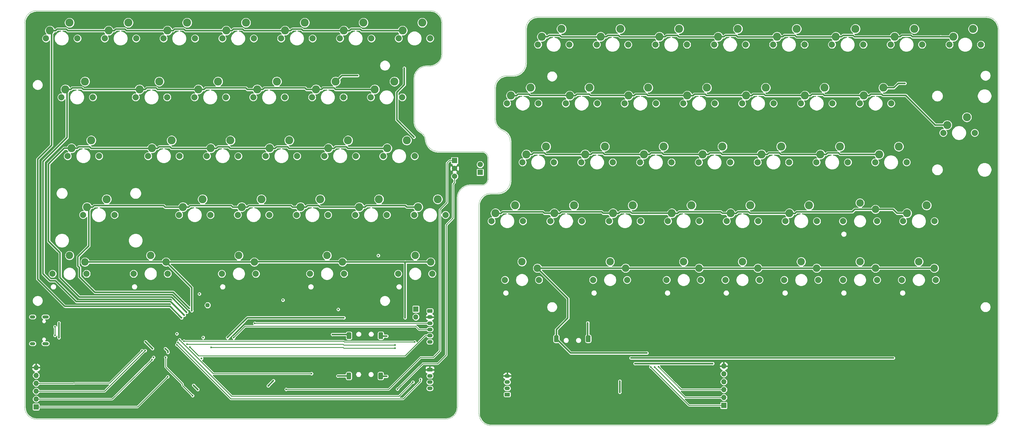
<source format=gbr>
G04 #@! TF.GenerationSoftware,KiCad,Pcbnew,(5.1.5)-3*
G04 #@! TF.CreationDate,2020-04-28T07:27:48+09:00*
G04 #@! TF.ProjectId,skc03-jis,736b6330-332d-46a6-9973-2e6b69636164,03*
G04 #@! TF.SameCoordinates,PX7565b60PY115170f0*
G04 #@! TF.FileFunction,Copper,L1,Top*
G04 #@! TF.FilePolarity,Positive*
%FSLAX46Y46*%
G04 Gerber Fmt 4.6, Leading zero omitted, Abs format (unit mm)*
G04 Created by KiCad (PCBNEW (5.1.5)-3) date 2020-04-28 07:27:48*
%MOMM*%
%LPD*%
G04 APERTURE LIST*
G04 #@! TA.AperFunction,Profile*
%ADD10C,0.100000*%
G04 #@! TD*
G04 #@! TA.AperFunction,ComponentPad*
%ADD11O,2.100000X1.000000*%
G04 #@! TD*
G04 #@! TA.AperFunction,ComponentPad*
%ADD12O,1.800000X1.000000*%
G04 #@! TD*
G04 #@! TA.AperFunction,ComponentPad*
%ADD13C,2.600000*%
G04 #@! TD*
G04 #@! TA.AperFunction,ViaPad*
%ADD14C,2.000000*%
G04 #@! TD*
G04 #@! TA.AperFunction,ComponentPad*
%ADD15C,2.400000*%
G04 #@! TD*
G04 #@! TA.AperFunction,ComponentPad*
%ADD16O,1.700000X1.700000*%
G04 #@! TD*
G04 #@! TA.AperFunction,ComponentPad*
%ADD17R,1.700000X1.700000*%
G04 #@! TD*
G04 #@! TA.AperFunction,ComponentPad*
%ADD18C,1.450000*%
G04 #@! TD*
G04 #@! TA.AperFunction,SMDPad,CuDef*
%ADD19C,0.150000*%
G04 #@! TD*
G04 #@! TA.AperFunction,ComponentPad*
%ADD20C,1.750000*%
G04 #@! TD*
G04 #@! TA.AperFunction,ComponentPad*
%ADD21R,1.750000X1.750000*%
G04 #@! TD*
G04 #@! TA.AperFunction,ComponentPad*
%ADD22O,1.750000X1.200000*%
G04 #@! TD*
G04 #@! TA.AperFunction,ComponentPad*
%ADD23C,0.150000*%
G04 #@! TD*
G04 #@! TA.AperFunction,ViaPad*
%ADD24C,0.600000*%
G04 #@! TD*
G04 #@! TA.AperFunction,Conductor*
%ADD25C,0.508000*%
G04 #@! TD*
G04 #@! TA.AperFunction,Conductor*
%ADD26C,0.254000*%
G04 #@! TD*
G04 APERTURE END LIST*
D10*
X160228499Y7380001D02*
X320228499Y7380001D01*
X156228499Y73830000D02*
X156228499Y78380000D01*
X9424988Y14702327D02*
X9424987Y137379276D01*
X324228499Y11380001D02*
G75*
G02X320228499Y7380001I-4000000J0D01*
G01*
X144422749Y127380726D02*
X144422749Y137379276D01*
X171417299Y135380001D02*
G75*
G02X175417299Y139380001I4000000J0D01*
G01*
X171417299Y135380001D02*
X171417299Y124380000D01*
X13424987Y141379275D02*
X140422750Y141379275D01*
X171417299Y124380000D02*
G75*
G02X167417299Y120380000I-4000000J0D01*
G01*
X320228499Y139380001D02*
G75*
G02X324228499Y135380001I0J-4000000D01*
G01*
X324228499Y11380001D02*
X324228499Y135380001D01*
X165424999Y120380001D02*
X167417299Y120380001D01*
X161425000Y116380001D02*
G75*
G02X165424999Y120380000I3999999J0D01*
G01*
X320228499Y139380001D02*
X175417299Y139380000D01*
X9424988Y137379276D02*
G75*
G02X13424987Y141379275I3999999J0D01*
G01*
X140422750Y141379275D02*
G75*
G02X144422749Y137379276I0J-3999999D01*
G01*
X137476198Y102095543D02*
G75*
G02X135423087Y105589770I1946889J3494227D01*
G01*
X161424999Y106380001D02*
X161425000Y116380001D01*
X163924999Y102671902D02*
G75*
G02X161424999Y106380001I1500000J3708099D01*
G01*
X163925000Y102671900D02*
G75*
G02X166424999Y98963802I-1500000J-3708098D01*
G01*
X166424999Y86380000D02*
X166424999Y98963802D01*
X166424999Y86380000D02*
G75*
G02X162424999Y82380000I-4000000J0D01*
G01*
X160228499Y82380000D02*
X162424999Y82380000D01*
X156228499Y78380000D02*
G75*
G02X160228499Y82380000I4000000J0D01*
G01*
X156228499Y11380001D02*
X156228499Y73830000D01*
X149424988Y80899507D02*
X149424988Y13379275D01*
X149424988Y80899506D02*
G75*
G02X153424976Y84899507I4000000J1D01*
G01*
X157294948Y84899519D02*
X153424976Y84899507D01*
X159294942Y86899517D02*
G75*
G02X157294948Y84899519I-1999999J1D01*
G01*
X159294943Y93859517D02*
X159294943Y86899518D01*
X157294943Y95859517D02*
G75*
G02X159294943Y93859517I0J-2000000D01*
G01*
X143119168Y95859515D02*
X157294942Y95859517D01*
X143119169Y95859515D02*
G75*
G02X139140013Y99451681I-1J4000000D01*
G01*
X138949998Y100325416D02*
G75*
G02X139140013Y99451681I-3789139J-1281568D01*
G01*
X137476198Y102095543D02*
G75*
G02X138949998Y100325416I-1557511J-2795381D01*
G01*
X156247761Y10987932D02*
X156228499Y11380001D01*
X156305358Y10599639D02*
X156247761Y10987932D01*
X156400738Y10218862D02*
X156305358Y10599639D01*
X156532981Y9849267D02*
X156400738Y10218862D01*
X156700814Y9494414D02*
X156532981Y9849267D01*
X156902621Y9157720D02*
X156700814Y9494414D01*
X157136458Y8842427D02*
X156902621Y9157720D01*
X157400072Y8551573D02*
X157136458Y8842427D01*
X157690926Y8287959D02*
X157400072Y8551573D01*
X158006219Y8054122D02*
X157690926Y8287959D01*
X158342913Y7852315D02*
X158006219Y8054122D01*
X158697766Y7684482D02*
X158342913Y7852315D01*
X159067361Y7552239D02*
X158697766Y7684482D01*
X159448138Y7456859D02*
X159067361Y7552239D01*
X159836431Y7399262D02*
X159448138Y7456859D01*
X160228499Y7380001D02*
X159836431Y7399262D01*
X149424988Y13379275D02*
G75*
G02X145424988Y9379275I-4000000J0D01*
G01*
X135423087Y119380727D02*
X135423087Y105589770D01*
X135423088Y119380727D02*
G75*
G02X139423087Y123380726I3999999J0D01*
G01*
X140422750Y123380727D02*
X139423087Y123380726D01*
X144422749Y127380726D02*
G75*
G02X140422750Y123380727I-3999999J0D01*
G01*
X145424988Y9379275D02*
X13424987Y9379275D01*
X9424987Y13379275D02*
X9424988Y14702327D01*
X13424987Y9379275D02*
G75*
G02X9424987Y13379275I0J4000000D01*
G01*
D11*
G04 #@! TO.P,J5,S3*
G04 #@! TO.N,GND*
X16200000Y33810000D03*
G04 #@! TO.P,J5,S4*
X16200000Y42450000D03*
D12*
G04 #@! TO.P,J5,S1*
X12020000Y33810000D03*
G04 #@! TO.P,J5,S2*
X12020000Y42450000D03*
G04 #@! TD*
D13*
G04 #@! TO.P,SW47,1*
G04 #@! TO.N,ROW-R1*
X307614999Y104420001D03*
G04 #@! TO.P,SW47,2*
G04 #@! TO.N,Net-(D16-Pad1)*
X313964999Y106960001D03*
D14*
G04 #@! TD*
G04 #@! TO.N,*
G04 #@! TO.C,SW47*
X316504999Y101880001D03*
G04 #@! TO.N,*
G04 #@! TO.C,SW47*
X306344999Y101880001D03*
G04 #@! TD*
D13*
G04 #@! TO.P,SW33,1*
G04 #@! TO.N,ROW-R0*
X195614999Y132920001D03*
G04 #@! TO.P,SW33,2*
G04 #@! TO.N,Net-(D2-Pad1)*
X201964999Y135460001D03*
D14*
G04 #@! TD*
G04 #@! TO.N,*
G04 #@! TO.C,SW33*
X204504999Y130380001D03*
G04 #@! TO.N,*
G04 #@! TO.C,SW33*
X194344999Y130380001D03*
G04 #@! TD*
D13*
G04 #@! TO.P,SW54,1*
G04 #@! TO.N,ROW-R2*
X285614999Y94920001D03*
G04 #@! TO.P,SW54,2*
G04 #@! TO.N,Net-(D23-Pad1)*
X291964999Y97460001D03*
D14*
G04 #@! TD*
G04 #@! TO.N,*
G04 #@! TO.C,SW54*
X294504999Y92380001D03*
G04 #@! TO.N,*
G04 #@! TO.C,SW54*
X284344999Y92380001D03*
G04 #@! TD*
D13*
G04 #@! TO.P,SW38,1*
G04 #@! TO.N,ROW-R0*
X290614999Y132920001D03*
G04 #@! TO.P,SW38,2*
G04 #@! TO.N,Net-(D7-Pad1)*
X296964999Y135460001D03*
D14*
G04 #@! TD*
G04 #@! TO.N,*
G04 #@! TO.C,SW38*
X299504999Y130380001D03*
G04 #@! TO.N,*
G04 #@! TO.C,SW38*
X289344999Y130380001D03*
G04 #@! TD*
D13*
G04 #@! TO.P,SW39,1*
G04 #@! TO.N,ROW-R0*
X309614990Y132920010D03*
G04 #@! TO.P,SW39,2*
G04 #@! TO.N,Net-(D8-Pad1)*
X315964990Y135460010D03*
D14*
G04 #@! TD*
G04 #@! TO.N,*
G04 #@! TO.C,SW39*
X318504990Y130380010D03*
G04 #@! TO.N,*
G04 #@! TO.C,SW39*
X308344990Y130380010D03*
G04 #@! TD*
G04 #@! TO.N,*
G04 #@! TO.C,SW69*
X303924999Y54380001D03*
X292924999Y54380001D03*
D15*
G04 #@! TD*
G04 #@! TO.P,SW69,1*
G04 #@! TO.N,ROW-R4*
X303424999Y58180001D03*
G04 #@! TO.P,SW69,2*
G04 #@! TO.N,Net-(D38-Pad1)*
X298424999Y60280001D03*
G04 #@! TD*
D14*
G04 #@! TO.N,*
G04 #@! TO.C,SW66*
X227924999Y54380001D03*
X216924999Y54380001D03*
D15*
G04 #@! TD*
G04 #@! TO.P,SW66,1*
G04 #@! TO.N,ROW-R4*
X227424999Y58180001D03*
G04 #@! TO.P,SW66,2*
G04 #@! TO.N,Net-(D35-Pad1)*
X222424999Y60280001D03*
G04 #@! TD*
D14*
G04 #@! TO.N,*
G04 #@! TO.C,SW70*
X284924999Y54380001D03*
X273924999Y54380001D03*
D15*
G04 #@! TD*
G04 #@! TO.P,SW70,1*
G04 #@! TO.N,ROW-R4*
X284424999Y58180001D03*
G04 #@! TO.P,SW70,2*
G04 #@! TO.N,Net-(D39-Pad1)*
X279424999Y60280001D03*
G04 #@! TD*
D14*
G04 #@! TO.N,*
G04 #@! TO.C,SW61*
X284924999Y73380001D03*
X273924999Y73380001D03*
D15*
G04 #@! TD*
G04 #@! TO.P,SW61,1*
G04 #@! TO.N,ROW-R3*
X284424999Y77180001D03*
G04 #@! TO.P,SW61,2*
G04 #@! TO.N,Net-(D30-Pad1)*
X279424999Y79280001D03*
G04 #@! TD*
D14*
G04 #@! TO.N,*
G04 #@! TO.C,SW68*
X265924999Y54380001D03*
X254924999Y54380001D03*
D15*
G04 #@! TD*
G04 #@! TO.P,SW68,1*
G04 #@! TO.N,ROW-R4*
X265424999Y58180001D03*
G04 #@! TO.P,SW68,2*
G04 #@! TO.N,Net-(D37-Pad1)*
X260424999Y60280001D03*
G04 #@! TD*
D14*
G04 #@! TO.N,*
G04 #@! TO.C,SW67*
X246924999Y54380001D03*
X235924999Y54380001D03*
D15*
G04 #@! TD*
G04 #@! TO.P,SW67,1*
G04 #@! TO.N,ROW-R4*
X246424999Y58180001D03*
G04 #@! TO.P,SW67,2*
G04 #@! TO.N,Net-(D36-Pad1)*
X241424999Y60280001D03*
G04 #@! TD*
D14*
G04 #@! TO.N,*
G04 #@! TO.C,SW28*
X84175000Y56380000D03*
X73175000Y56380000D03*
D15*
G04 #@! TD*
G04 #@! TO.P,SW28,1*
G04 #@! TO.N,ROW-L4*
X83675000Y60180000D03*
G04 #@! TO.P,SW28,2*
G04 #@! TO.N,Net-(D67-Pad1)*
X78675000Y62280000D03*
G04 #@! TD*
D14*
G04 #@! TO.N,*
G04 #@! TO.C,SW29*
X112675000Y56380000D03*
X101675000Y56380000D03*
D15*
G04 #@! TD*
G04 #@! TO.P,SW29,1*
G04 #@! TO.N,ROW-L4*
X112175000Y60180000D03*
G04 #@! TO.P,SW29,2*
G04 #@! TO.N,Net-(D68-Pad1)*
X107175000Y62280000D03*
G04 #@! TD*
D14*
G04 #@! TO.N,*
G04 #@! TO.C,SW27*
X55675000Y56380000D03*
X44675000Y56380000D03*
D15*
G04 #@! TD*
G04 #@! TO.P,SW27,1*
G04 #@! TO.N,ROW-L4*
X55175000Y60180000D03*
G04 #@! TO.P,SW27,2*
G04 #@! TO.N,Net-(D66-Pad1)*
X50175000Y62280000D03*
G04 #@! TD*
D14*
G04 #@! TO.N,*
G04 #@! TO.C,SW65*
X204174999Y54380001D03*
X193174999Y54380001D03*
D15*
G04 #@! TD*
G04 #@! TO.P,SW65,1*
G04 #@! TO.N,ROW-R4*
X203674999Y58180001D03*
G04 #@! TO.P,SW65,2*
G04 #@! TO.N,Net-(D34-Pad1)*
X198674999Y60280001D03*
G04 #@! TD*
D14*
G04 #@! TO.N,*
G04 #@! TO.C,SW64*
X175674999Y54380001D03*
X164674999Y54380001D03*
D15*
G04 #@! TD*
G04 #@! TO.P,SW64,1*
G04 #@! TO.N,ROW-R4*
X175174999Y58180001D03*
G04 #@! TO.P,SW64,2*
G04 #@! TO.N,Net-(D33-Pad1)*
X170174999Y60280001D03*
G04 #@! TD*
D14*
G04 #@! TO.N,*
G04 #@! TO.C,SW30*
X141175000Y56380000D03*
X130175000Y56380000D03*
D15*
G04 #@! TD*
G04 #@! TO.P,SW30,1*
G04 #@! TO.N,ROW-L4*
X140675000Y60180000D03*
G04 #@! TO.P,SW30,2*
G04 #@! TO.N,Net-(D69-Pad1)*
X135675000Y62280000D03*
G04 #@! TD*
D14*
G04 #@! TO.N,*
G04 #@! TO.C,SW26*
X29456960Y56380000D03*
X18456960Y56380000D03*
D15*
G04 #@! TD*
G04 #@! TO.P,SW26,1*
G04 #@! TO.N,ROW-L4*
X28956960Y60180000D03*
G04 #@! TO.P,SW26,2*
G04 #@! TO.N,Net-(D65-Pad1)*
X23956960Y62280000D03*
G04 #@! TD*
D13*
G04 #@! TO.P,SW20,1*
G04 #@! TO.N,ROW-L3*
X29615000Y77920000D03*
G04 #@! TO.P,SW20,2*
G04 #@! TO.N,Net-(D59-Pad1)*
X35965000Y80460000D03*
D14*
G04 #@! TD*
G04 #@! TO.N,*
G04 #@! TO.C,SW20*
X38505000Y75380000D03*
G04 #@! TO.N,*
G04 #@! TO.C,SW20*
X28345000Y75380000D03*
G04 #@! TD*
D13*
G04 #@! TO.P,SW14,1*
G04 #@! TO.N,ROW-L2*
X24615000Y96920000D03*
G04 #@! TO.P,SW14,2*
G04 #@! TO.N,Net-(D53-Pad1)*
X30965000Y99460000D03*
D14*
G04 #@! TD*
G04 #@! TO.N,*
G04 #@! TO.C,SW14*
X33505000Y94380000D03*
G04 #@! TO.N,*
G04 #@! TO.C,SW14*
X23345000Y94380000D03*
G04 #@! TD*
D13*
G04 #@! TO.P,SW8,1*
G04 #@! TO.N,ROW-L1*
X22615000Y115920000D03*
G04 #@! TO.P,SW8,2*
G04 #@! TO.N,Net-(D47-Pad1)*
X28965000Y118460000D03*
D14*
G04 #@! TD*
G04 #@! TO.N,*
G04 #@! TO.C,SW8*
X31505000Y113380000D03*
G04 #@! TO.N,*
G04 #@! TO.C,SW8*
X21345000Y113380000D03*
G04 #@! TD*
D13*
G04 #@! TO.P,SW3,1*
G04 #@! TO.N,ROW-L0*
X55615000Y134920000D03*
G04 #@! TO.P,SW3,2*
G04 #@! TO.N,Net-(D42-Pad1)*
X61965000Y137460000D03*
D14*
G04 #@! TD*
G04 #@! TO.N,*
G04 #@! TO.C,SW3*
X64505000Y132380000D03*
G04 #@! TO.N,*
G04 #@! TO.C,SW3*
X54345000Y132380000D03*
G04 #@! TD*
D13*
G04 #@! TO.P,SW19,1*
G04 #@! TO.N,ROW-L2*
X126615000Y96920000D03*
G04 #@! TO.P,SW19,2*
G04 #@! TO.N,Net-(D58-Pad1)*
X132965000Y99460000D03*
D14*
G04 #@! TD*
G04 #@! TO.N,*
G04 #@! TO.C,SW19*
X135505000Y94380000D03*
G04 #@! TO.N,*
G04 #@! TO.C,SW19*
X125345000Y94380000D03*
G04 #@! TD*
D13*
G04 #@! TO.P,SW6,1*
G04 #@! TO.N,ROW-L0*
X112615000Y134920000D03*
G04 #@! TO.P,SW6,2*
G04 #@! TO.N,Net-(D45-Pad1)*
X118965000Y137460000D03*
D14*
G04 #@! TD*
G04 #@! TO.N,*
G04 #@! TO.C,SW6*
X121505000Y132380000D03*
G04 #@! TO.N,*
G04 #@! TO.C,SW6*
X111345000Y132380000D03*
G04 #@! TD*
D13*
G04 #@! TO.P,SW24,1*
G04 #@! TO.N,ROW-L3*
X117615000Y77920000D03*
G04 #@! TO.P,SW24,2*
G04 #@! TO.N,Net-(D63-Pad1)*
X123965000Y80460000D03*
D14*
G04 #@! TD*
G04 #@! TO.N,*
G04 #@! TO.C,SW24*
X126505000Y75380000D03*
G04 #@! TO.N,*
G04 #@! TO.C,SW24*
X116345000Y75380000D03*
G04 #@! TD*
D13*
G04 #@! TO.P,SW44,1*
G04 #@! TO.N,ROW-R1*
X242614999Y113920001D03*
G04 #@! TO.P,SW44,2*
G04 #@! TO.N,Net-(D13-Pad1)*
X248964999Y116460001D03*
D14*
G04 #@! TD*
G04 #@! TO.N,*
G04 #@! TO.C,SW44*
X251504999Y111380001D03*
G04 #@! TO.N,*
G04 #@! TO.C,SW44*
X241344999Y111380001D03*
G04 #@! TD*
D13*
G04 #@! TO.P,SW62,1*
G04 #@! TO.N,ROW-R3*
X294614999Y75920001D03*
G04 #@! TO.P,SW62,2*
G04 #@! TO.N,Net-(D31-Pad1)*
X300964999Y78460001D03*
D14*
G04 #@! TD*
G04 #@! TO.N,*
G04 #@! TO.C,SW62*
X303504999Y73380001D03*
G04 #@! TO.N,*
G04 #@! TO.C,SW62*
X293344999Y73380001D03*
G04 #@! TD*
D13*
G04 #@! TO.P,SW60,1*
G04 #@! TO.N,ROW-R3*
X256614999Y75920001D03*
G04 #@! TO.P,SW60,2*
G04 #@! TO.N,Net-(D29-Pad1)*
X262964999Y78460001D03*
D14*
G04 #@! TD*
G04 #@! TO.N,*
G04 #@! TO.C,SW60*
X265504999Y73380001D03*
G04 #@! TO.N,*
G04 #@! TO.C,SW60*
X255344999Y73380001D03*
G04 #@! TD*
D13*
G04 #@! TO.P,SW25,1*
G04 #@! TO.N,ROW-L3*
X136615000Y77920000D03*
G04 #@! TO.P,SW25,2*
G04 #@! TO.N,Net-(D64-Pad1)*
X142965000Y80460000D03*
D14*
G04 #@! TD*
G04 #@! TO.N,*
G04 #@! TO.C,SW25*
X145505000Y75380000D03*
G04 #@! TO.N,*
G04 #@! TO.C,SW25*
X135345000Y75380000D03*
G04 #@! TD*
D13*
G04 #@! TO.P,SW37,1*
G04 #@! TO.N,ROW-R0*
X271614999Y132920001D03*
G04 #@! TO.P,SW37,2*
G04 #@! TO.N,Net-(D6-Pad1)*
X277964999Y135460001D03*
D14*
G04 #@! TD*
G04 #@! TO.N,*
G04 #@! TO.C,SW37*
X280504999Y130380001D03*
G04 #@! TO.N,*
G04 #@! TO.C,SW37*
X270344999Y130380001D03*
G04 #@! TD*
D13*
G04 #@! TO.P,SW59,1*
G04 #@! TO.N,ROW-R3*
X237614999Y75920001D03*
G04 #@! TO.P,SW59,2*
G04 #@! TO.N,Net-(D28-Pad1)*
X243964999Y78460001D03*
D14*
G04 #@! TD*
G04 #@! TO.N,*
G04 #@! TO.C,SW59*
X246504999Y73380001D03*
G04 #@! TO.N,*
G04 #@! TO.C,SW59*
X236344999Y73380001D03*
G04 #@! TD*
D13*
G04 #@! TO.P,SW58,1*
G04 #@! TO.N,ROW-R3*
X218614999Y75920001D03*
G04 #@! TO.P,SW58,2*
G04 #@! TO.N,Net-(D27-Pad1)*
X224964999Y78460001D03*
D14*
G04 #@! TD*
G04 #@! TO.N,*
G04 #@! TO.C,SW58*
X227504999Y73380001D03*
G04 #@! TO.N,*
G04 #@! TO.C,SW58*
X217344999Y73380001D03*
G04 #@! TD*
D13*
G04 #@! TO.P,SW57,1*
G04 #@! TO.N,ROW-R3*
X199614999Y75920001D03*
G04 #@! TO.P,SW57,2*
G04 #@! TO.N,Net-(D26-Pad1)*
X205964999Y78460001D03*
D14*
G04 #@! TD*
G04 #@! TO.N,*
G04 #@! TO.C,SW57*
X208504999Y73380001D03*
G04 #@! TO.N,*
G04 #@! TO.C,SW57*
X198344999Y73380001D03*
G04 #@! TD*
D13*
G04 #@! TO.P,SW56,1*
G04 #@! TO.N,ROW-R3*
X180614999Y75920001D03*
G04 #@! TO.P,SW56,2*
G04 #@! TO.N,Net-(D25-Pad1)*
X186964999Y78460001D03*
D14*
G04 #@! TD*
G04 #@! TO.N,*
G04 #@! TO.C,SW56*
X189504999Y73380001D03*
G04 #@! TO.N,*
G04 #@! TO.C,SW56*
X179344999Y73380001D03*
G04 #@! TD*
D13*
G04 #@! TO.P,SW55,1*
G04 #@! TO.N,ROW-R3*
X161614999Y75920001D03*
G04 #@! TO.P,SW55,2*
G04 #@! TO.N,Net-(D24-Pad1)*
X167964999Y78460001D03*
D14*
G04 #@! TD*
G04 #@! TO.N,*
G04 #@! TO.C,SW55*
X170504999Y73380001D03*
G04 #@! TO.N,*
G04 #@! TO.C,SW55*
X160344999Y73380001D03*
G04 #@! TD*
D13*
G04 #@! TO.P,SW53,1*
G04 #@! TO.N,ROW-R2*
X266614999Y94920001D03*
G04 #@! TO.P,SW53,2*
G04 #@! TO.N,Net-(D22-Pad1)*
X272964999Y97460001D03*
D14*
G04 #@! TD*
G04 #@! TO.N,*
G04 #@! TO.C,SW53*
X275504999Y92380001D03*
G04 #@! TO.N,*
G04 #@! TO.C,SW53*
X265344999Y92380001D03*
G04 #@! TD*
D13*
G04 #@! TO.P,SW52,1*
G04 #@! TO.N,ROW-R2*
X247614999Y94920001D03*
G04 #@! TO.P,SW52,2*
G04 #@! TO.N,Net-(D21-Pad1)*
X253964999Y97460001D03*
D14*
G04 #@! TD*
G04 #@! TO.N,*
G04 #@! TO.C,SW52*
X256504999Y92380001D03*
G04 #@! TO.N,*
G04 #@! TO.C,SW52*
X246344999Y92380001D03*
G04 #@! TD*
D13*
G04 #@! TO.P,SW51,1*
G04 #@! TO.N,ROW-R2*
X228614999Y94920001D03*
G04 #@! TO.P,SW51,2*
G04 #@! TO.N,Net-(D20-Pad1)*
X234964999Y97460001D03*
D14*
G04 #@! TD*
G04 #@! TO.N,*
G04 #@! TO.C,SW51*
X237504999Y92380001D03*
G04 #@! TO.N,*
G04 #@! TO.C,SW51*
X227344999Y92380001D03*
G04 #@! TD*
D13*
G04 #@! TO.P,SW50,1*
G04 #@! TO.N,ROW-R2*
X209614999Y94920001D03*
G04 #@! TO.P,SW50,2*
G04 #@! TO.N,Net-(D19-Pad1)*
X215964999Y97460001D03*
D14*
G04 #@! TD*
G04 #@! TO.N,*
G04 #@! TO.C,SW50*
X218504999Y92380001D03*
G04 #@! TO.N,*
G04 #@! TO.C,SW50*
X208344999Y92380001D03*
G04 #@! TD*
D13*
G04 #@! TO.P,SW49,1*
G04 #@! TO.N,ROW-R2*
X190614999Y94920001D03*
G04 #@! TO.P,SW49,2*
G04 #@! TO.N,Net-(D18-Pad1)*
X196964999Y97460001D03*
D14*
G04 #@! TD*
G04 #@! TO.N,*
G04 #@! TO.C,SW49*
X199504999Y92380001D03*
G04 #@! TO.N,*
G04 #@! TO.C,SW49*
X189344999Y92380001D03*
G04 #@! TD*
D13*
G04 #@! TO.P,SW48,1*
G04 #@! TO.N,ROW-R2*
X171614999Y94920001D03*
G04 #@! TO.P,SW48,2*
G04 #@! TO.N,Net-(D17-Pad1)*
X177964999Y97460001D03*
D14*
G04 #@! TD*
G04 #@! TO.N,*
G04 #@! TO.C,SW48*
X180504999Y92380001D03*
G04 #@! TO.N,*
G04 #@! TO.C,SW48*
X170344999Y92380001D03*
G04 #@! TD*
D13*
G04 #@! TO.P,SW46,1*
G04 #@! TO.N,ROW-R1*
X280614999Y113920001D03*
G04 #@! TO.P,SW46,2*
G04 #@! TO.N,Net-(D15-Pad1)*
X286964999Y116460001D03*
D14*
G04 #@! TD*
G04 #@! TO.N,*
G04 #@! TO.C,SW46*
X289504999Y111380001D03*
G04 #@! TO.N,*
G04 #@! TO.C,SW46*
X279344999Y111380001D03*
G04 #@! TD*
D13*
G04 #@! TO.P,SW45,1*
G04 #@! TO.N,ROW-R1*
X261614999Y113920001D03*
G04 #@! TO.P,SW45,2*
G04 #@! TO.N,Net-(D14-Pad1)*
X267964999Y116460001D03*
D14*
G04 #@! TD*
G04 #@! TO.N,*
G04 #@! TO.C,SW45*
X270504999Y111380001D03*
G04 #@! TO.N,*
G04 #@! TO.C,SW45*
X260344999Y111380001D03*
G04 #@! TD*
D13*
G04 #@! TO.P,SW43,1*
G04 #@! TO.N,ROW-R1*
X223614999Y113920001D03*
G04 #@! TO.P,SW43,2*
G04 #@! TO.N,Net-(D12-Pad1)*
X229964999Y116460001D03*
D14*
G04 #@! TD*
G04 #@! TO.N,*
G04 #@! TO.C,SW43*
X232504999Y111380001D03*
G04 #@! TO.N,*
G04 #@! TO.C,SW43*
X222344999Y111380001D03*
G04 #@! TD*
D13*
G04 #@! TO.P,SW42,1*
G04 #@! TO.N,ROW-R1*
X204614999Y113920001D03*
G04 #@! TO.P,SW42,2*
G04 #@! TO.N,Net-(D11-Pad1)*
X210964999Y116460001D03*
D14*
G04 #@! TD*
G04 #@! TO.N,*
G04 #@! TO.C,SW42*
X213504999Y111380001D03*
G04 #@! TO.N,*
G04 #@! TO.C,SW42*
X203344999Y111380001D03*
G04 #@! TD*
D13*
G04 #@! TO.P,SW41,1*
G04 #@! TO.N,ROW-R1*
X185614999Y113920001D03*
G04 #@! TO.P,SW41,2*
G04 #@! TO.N,Net-(D10-Pad1)*
X191964999Y116460001D03*
D14*
G04 #@! TD*
G04 #@! TO.N,*
G04 #@! TO.C,SW41*
X194504999Y111380001D03*
G04 #@! TO.N,*
G04 #@! TO.C,SW41*
X184344999Y111380001D03*
G04 #@! TD*
D13*
G04 #@! TO.P,SW40,1*
G04 #@! TO.N,ROW-R1*
X166614999Y113920001D03*
G04 #@! TO.P,SW40,2*
G04 #@! TO.N,Net-(D9-Pad1)*
X172964999Y116460001D03*
D14*
G04 #@! TD*
G04 #@! TO.N,*
G04 #@! TO.C,SW40*
X175504999Y111380001D03*
G04 #@! TO.N,*
G04 #@! TO.C,SW40*
X165344999Y111380001D03*
G04 #@! TD*
D13*
G04 #@! TO.P,SW36,1*
G04 #@! TO.N,ROW-R0*
X252614999Y132920001D03*
G04 #@! TO.P,SW36,2*
G04 #@! TO.N,Net-(D5-Pad1)*
X258964999Y135460001D03*
D14*
G04 #@! TD*
G04 #@! TO.N,*
G04 #@! TO.C,SW36*
X261504999Y130380001D03*
G04 #@! TO.N,*
G04 #@! TO.C,SW36*
X251344999Y130380001D03*
G04 #@! TD*
D13*
G04 #@! TO.P,SW35,1*
G04 #@! TO.N,ROW-R0*
X233614999Y132920001D03*
G04 #@! TO.P,SW35,2*
G04 #@! TO.N,Net-(D4-Pad1)*
X239964999Y135460001D03*
D14*
G04 #@! TD*
G04 #@! TO.N,*
G04 #@! TO.C,SW35*
X242504999Y130380001D03*
G04 #@! TO.N,*
G04 #@! TO.C,SW35*
X232344999Y130380001D03*
G04 #@! TD*
D13*
G04 #@! TO.P,SW34,1*
G04 #@! TO.N,ROW-R0*
X214614999Y132920001D03*
G04 #@! TO.P,SW34,2*
G04 #@! TO.N,Net-(D3-Pad1)*
X220964999Y135460001D03*
D14*
G04 #@! TD*
G04 #@! TO.N,*
G04 #@! TO.C,SW34*
X223504999Y130380001D03*
G04 #@! TO.N,*
G04 #@! TO.C,SW34*
X213344999Y130380001D03*
G04 #@! TD*
D13*
G04 #@! TO.P,SW63,1*
G04 #@! TO.N,ROW-R0*
X176614999Y132920001D03*
G04 #@! TO.P,SW63,2*
G04 #@! TO.N,Net-(D1-Pad1)*
X182964999Y135460001D03*
D14*
G04 #@! TD*
G04 #@! TO.N,*
G04 #@! TO.C,SW63*
X185504999Y130380001D03*
G04 #@! TO.N,*
G04 #@! TO.C,SW63*
X175344999Y130380001D03*
G04 #@! TD*
D13*
G04 #@! TO.P,SW23,1*
G04 #@! TO.N,ROW-L3*
X98615000Y77920000D03*
G04 #@! TO.P,SW23,2*
G04 #@! TO.N,Net-(D62-Pad1)*
X104965000Y80460000D03*
D14*
G04 #@! TD*
G04 #@! TO.N,*
G04 #@! TO.C,SW23*
X107505000Y75380000D03*
G04 #@! TO.N,*
G04 #@! TO.C,SW23*
X97345000Y75380000D03*
G04 #@! TD*
D13*
G04 #@! TO.P,SW22,1*
G04 #@! TO.N,ROW-L3*
X79615000Y77920000D03*
G04 #@! TO.P,SW22,2*
G04 #@! TO.N,Net-(D61-Pad1)*
X85965000Y80460000D03*
D14*
G04 #@! TD*
G04 #@! TO.N,*
G04 #@! TO.C,SW22*
X88505000Y75380000D03*
G04 #@! TO.N,*
G04 #@! TO.C,SW22*
X78345000Y75380000D03*
G04 #@! TD*
D13*
G04 #@! TO.P,SW21,1*
G04 #@! TO.N,ROW-L3*
X60615000Y77920000D03*
G04 #@! TO.P,SW21,2*
G04 #@! TO.N,Net-(D60-Pad1)*
X66965000Y80460000D03*
D14*
G04 #@! TD*
G04 #@! TO.N,*
G04 #@! TO.C,SW21*
X69505000Y75380000D03*
G04 #@! TO.N,*
G04 #@! TO.C,SW21*
X59345000Y75380000D03*
G04 #@! TD*
D13*
G04 #@! TO.P,SW18,1*
G04 #@! TO.N,ROW-L2*
X107615000Y96920000D03*
G04 #@! TO.P,SW18,2*
G04 #@! TO.N,Net-(D57-Pad1)*
X113965000Y99460000D03*
D14*
G04 #@! TD*
G04 #@! TO.N,*
G04 #@! TO.C,SW18*
X116505000Y94380000D03*
G04 #@! TO.N,*
G04 #@! TO.C,SW18*
X106345000Y94380000D03*
G04 #@! TD*
D13*
G04 #@! TO.P,SW17,1*
G04 #@! TO.N,ROW-L2*
X88615000Y96920000D03*
G04 #@! TO.P,SW17,2*
G04 #@! TO.N,Net-(D56-Pad1)*
X94965000Y99460000D03*
D14*
G04 #@! TD*
G04 #@! TO.N,*
G04 #@! TO.C,SW17*
X97505000Y94380000D03*
G04 #@! TO.N,*
G04 #@! TO.C,SW17*
X87345000Y94380000D03*
G04 #@! TD*
D13*
G04 #@! TO.P,SW16,1*
G04 #@! TO.N,ROW-L2*
X69615000Y96920000D03*
G04 #@! TO.P,SW16,2*
G04 #@! TO.N,Net-(D55-Pad1)*
X75965000Y99460000D03*
D14*
G04 #@! TD*
G04 #@! TO.N,*
G04 #@! TO.C,SW16*
X78505000Y94380000D03*
G04 #@! TO.N,*
G04 #@! TO.C,SW16*
X68345000Y94380000D03*
G04 #@! TD*
D13*
G04 #@! TO.P,SW15,1*
G04 #@! TO.N,ROW-L2*
X50615000Y96920000D03*
G04 #@! TO.P,SW15,2*
G04 #@! TO.N,Net-(D54-Pad1)*
X56965000Y99460000D03*
D14*
G04 #@! TD*
G04 #@! TO.N,*
G04 #@! TO.C,SW15*
X59505000Y94380000D03*
G04 #@! TO.N,*
G04 #@! TO.C,SW15*
X49345000Y94380000D03*
G04 #@! TD*
D13*
G04 #@! TO.P,SW13,1*
G04 #@! TO.N,ROW-L1*
X122615000Y115920000D03*
G04 #@! TO.P,SW13,2*
G04 #@! TO.N,Net-(D52-Pad1)*
X128965000Y118460000D03*
D14*
G04 #@! TD*
G04 #@! TO.N,*
G04 #@! TO.C,SW13*
X131505000Y113380000D03*
G04 #@! TO.N,*
G04 #@! TO.C,SW13*
X121345000Y113380000D03*
G04 #@! TD*
D13*
G04 #@! TO.P,SW12,1*
G04 #@! TO.N,ROW-L1*
X103615000Y115920000D03*
G04 #@! TO.P,SW12,2*
G04 #@! TO.N,Net-(D51-Pad1)*
X109965000Y118460000D03*
D14*
G04 #@! TD*
G04 #@! TO.N,*
G04 #@! TO.C,SW12*
X112505000Y113380000D03*
G04 #@! TO.N,*
G04 #@! TO.C,SW12*
X102345000Y113380000D03*
G04 #@! TD*
D13*
G04 #@! TO.P,SW11,1*
G04 #@! TO.N,ROW-L1*
X84615000Y115920000D03*
G04 #@! TO.P,SW11,2*
G04 #@! TO.N,Net-(D50-Pad1)*
X90965000Y118460000D03*
D14*
G04 #@! TD*
G04 #@! TO.N,*
G04 #@! TO.C,SW11*
X93505000Y113380000D03*
G04 #@! TO.N,*
G04 #@! TO.C,SW11*
X83345000Y113380000D03*
G04 #@! TD*
D13*
G04 #@! TO.P,SW10,1*
G04 #@! TO.N,ROW-L1*
X65615000Y115920000D03*
G04 #@! TO.P,SW10,2*
G04 #@! TO.N,Net-(D49-Pad1)*
X71965000Y118460000D03*
D14*
G04 #@! TD*
G04 #@! TO.N,*
G04 #@! TO.C,SW10*
X74505000Y113380000D03*
G04 #@! TO.N,*
G04 #@! TO.C,SW10*
X64345000Y113380000D03*
G04 #@! TD*
D13*
G04 #@! TO.P,SW9,1*
G04 #@! TO.N,ROW-L1*
X46615000Y115920000D03*
G04 #@! TO.P,SW9,2*
G04 #@! TO.N,Net-(D48-Pad1)*
X52965000Y118460000D03*
D14*
G04 #@! TD*
G04 #@! TO.N,*
G04 #@! TO.C,SW9*
X55505000Y113380000D03*
G04 #@! TO.N,*
G04 #@! TO.C,SW9*
X45345000Y113380000D03*
G04 #@! TD*
D13*
G04 #@! TO.P,SW7,1*
G04 #@! TO.N,ROW-L0*
X131615000Y134920000D03*
G04 #@! TO.P,SW7,2*
G04 #@! TO.N,Net-(D46-Pad1)*
X137965000Y137460000D03*
D14*
G04 #@! TD*
G04 #@! TO.N,*
G04 #@! TO.C,SW7*
X140505000Y132380000D03*
G04 #@! TO.N,*
G04 #@! TO.C,SW7*
X130345000Y132380000D03*
G04 #@! TD*
D13*
G04 #@! TO.P,SW5,1*
G04 #@! TO.N,ROW-L0*
X93615000Y134920000D03*
G04 #@! TO.P,SW5,2*
G04 #@! TO.N,Net-(D44-Pad1)*
X99965000Y137460000D03*
D14*
G04 #@! TD*
G04 #@! TO.N,*
G04 #@! TO.C,SW5*
X102505000Y132380000D03*
G04 #@! TO.N,*
G04 #@! TO.C,SW5*
X92345000Y132380000D03*
G04 #@! TD*
D13*
G04 #@! TO.P,SW4,1*
G04 #@! TO.N,ROW-L0*
X74615000Y134920000D03*
G04 #@! TO.P,SW4,2*
G04 #@! TO.N,Net-(D43-Pad1)*
X80965000Y137460000D03*
D14*
G04 #@! TD*
G04 #@! TO.N,*
G04 #@! TO.C,SW4*
X83505000Y132380000D03*
G04 #@! TO.N,*
G04 #@! TO.C,SW4*
X73345000Y132380000D03*
G04 #@! TD*
D13*
G04 #@! TO.P,SW2,1*
G04 #@! TO.N,ROW-L0*
X36615000Y134920000D03*
G04 #@! TO.P,SW2,2*
G04 #@! TO.N,Net-(D41-Pad1)*
X42965000Y137460000D03*
D14*
G04 #@! TD*
G04 #@! TO.N,*
G04 #@! TO.C,SW2*
X45505000Y132380000D03*
G04 #@! TO.N,*
G04 #@! TO.C,SW2*
X35345000Y132380000D03*
G04 #@! TD*
D13*
G04 #@! TO.P,SW1,1*
G04 #@! TO.N,ROW-L0*
X17615000Y134920000D03*
G04 #@! TO.P,SW1,2*
G04 #@! TO.N,Net-(D40-Pad1)*
X23965000Y137460000D03*
D14*
G04 #@! TD*
G04 #@! TO.N,*
G04 #@! TO.C,SW1*
X26505000Y132380000D03*
G04 #@! TO.N,*
G04 #@! TO.C,SW1*
X16345000Y132380000D03*
G04 #@! TD*
D16*
G04 #@! TO.P,J7,2*
G04 #@! TO.N,/MOSI*
X135890000Y42418000D03*
D17*
G04 #@! TO.P,J7,1*
G04 #@! TO.N,RESET*
X135890000Y44958000D03*
G04 #@! TD*
D18*
G04 #@! TO.P,HWB1,1*
G04 #@! TO.N,COL-L3*
X68580000Y46228000D03*
G04 #@! TD*
D16*
G04 #@! TO.P,J4,6*
G04 #@! TO.N,+5V*
X235424999Y26580001D03*
G04 #@! TO.P,J4,5*
G04 #@! TO.N,GND*
X235424999Y24040001D03*
G04 #@! TO.P,J4,4*
X235424999Y21500001D03*
G04 #@! TO.P,J4,3*
G04 #@! TO.N,Net-(J4-Pad3)*
X235424999Y18960001D03*
G04 #@! TO.P,J4,2*
G04 #@! TO.N,Net-(J4-Pad2)*
X235424999Y16420001D03*
D17*
G04 #@! TO.P,J4,1*
G04 #@! TO.N,Net-(J4-Pad1)*
X235424999Y13880001D03*
G04 #@! TD*
D16*
G04 #@! TO.P,J1,6*
G04 #@! TO.N,+5V*
X13174999Y26080001D03*
G04 #@! TO.P,J1,5*
G04 #@! TO.N,GND*
X13174999Y23540001D03*
G04 #@! TO.P,J1,4*
G04 #@! TO.N,Net-(J1-Pad4)*
X13174999Y21000001D03*
G04 #@! TO.P,J1,3*
G04 #@! TO.N,Net-(J1-Pad3)*
X13174999Y18460001D03*
G04 #@! TO.P,J1,2*
G04 #@! TO.N,Net-(J1-Pad2)*
X13174999Y15920001D03*
D17*
G04 #@! TO.P,J1,1*
G04 #@! TO.N,Net-(J1-Pad1)*
X13174999Y13380001D03*
G04 #@! TD*
G04 #@! TA.AperFunction,SMDPad,CuDef*
D19*
G04 #@! TO.P,SW31,1*
G04 #@! TO.N,ROW-L4*
G36*
X124936754Y24478195D02*
G01*
X124973157Y24472795D01*
X125008855Y24463854D01*
X125043504Y24451456D01*
X125076772Y24435721D01*
X125108337Y24416802D01*
X125137895Y24394880D01*
X125165163Y24370166D01*
X125189877Y24342898D01*
X125211799Y24313340D01*
X125230718Y24281775D01*
X125246453Y24248507D01*
X125258851Y24213858D01*
X125267792Y24178160D01*
X125273192Y24141757D01*
X125274998Y24105001D01*
X125274998Y22655001D01*
X125273192Y22618245D01*
X125267792Y22581842D01*
X125258851Y22546144D01*
X125246453Y22511495D01*
X125230718Y22478227D01*
X125211799Y22446662D01*
X125189877Y22417104D01*
X125165163Y22389836D01*
X125137895Y22365122D01*
X125108337Y22343200D01*
X125076772Y22324281D01*
X125043504Y22308546D01*
X125008855Y22296148D01*
X124973157Y22287207D01*
X124936754Y22281807D01*
X124899998Y22280001D01*
X124149998Y22280001D01*
X124113242Y22281807D01*
X124076839Y22287207D01*
X124041141Y22296148D01*
X124006492Y22308546D01*
X123973224Y22324281D01*
X123941659Y22343200D01*
X123912101Y22365122D01*
X123884833Y22389836D01*
X123860119Y22417104D01*
X123838197Y22446662D01*
X123819278Y22478227D01*
X123803543Y22511495D01*
X123791145Y22546144D01*
X123782204Y22581842D01*
X123776804Y22618245D01*
X123774998Y22655001D01*
X123774998Y24105001D01*
X123776804Y24141757D01*
X123782204Y24178160D01*
X123791145Y24213858D01*
X123803543Y24248507D01*
X123819278Y24281775D01*
X123838197Y24313340D01*
X123860119Y24342898D01*
X123884833Y24370166D01*
X123912101Y24394880D01*
X123941659Y24416802D01*
X123973224Y24435721D01*
X124006492Y24451456D01*
X124041141Y24463854D01*
X124076839Y24472795D01*
X124113242Y24478195D01*
X124149998Y24480001D01*
X124899998Y24480001D01*
X124936754Y24478195D01*
G37*
G04 #@! TD.AperFunction*
G04 #@! TA.AperFunction,SMDPad,CuDef*
G04 #@! TO.P,SW31,2*
G04 #@! TO.N,Net-(D70-Pad1)*
G36*
X114636754Y24478195D02*
G01*
X114673157Y24472795D01*
X114708855Y24463854D01*
X114743504Y24451456D01*
X114776772Y24435721D01*
X114808337Y24416802D01*
X114837895Y24394880D01*
X114865163Y24370166D01*
X114889877Y24342898D01*
X114911799Y24313340D01*
X114930718Y24281775D01*
X114946453Y24248507D01*
X114958851Y24213858D01*
X114967792Y24178160D01*
X114973192Y24141757D01*
X114974998Y24105001D01*
X114974998Y22655001D01*
X114973192Y22618245D01*
X114967792Y22581842D01*
X114958851Y22546144D01*
X114946453Y22511495D01*
X114930718Y22478227D01*
X114911799Y22446662D01*
X114889877Y22417104D01*
X114865163Y22389836D01*
X114837895Y22365122D01*
X114808337Y22343200D01*
X114776772Y22324281D01*
X114743504Y22308546D01*
X114708855Y22296148D01*
X114673157Y22287207D01*
X114636754Y22281807D01*
X114599998Y22280001D01*
X113849998Y22280001D01*
X113813242Y22281807D01*
X113776839Y22287207D01*
X113741141Y22296148D01*
X113706492Y22308546D01*
X113673224Y22324281D01*
X113641659Y22343200D01*
X113612101Y22365122D01*
X113584833Y22389836D01*
X113560119Y22417104D01*
X113538197Y22446662D01*
X113519278Y22478227D01*
X113503543Y22511495D01*
X113491145Y22546144D01*
X113482204Y22581842D01*
X113476804Y22618245D01*
X113474998Y22655001D01*
X113474998Y24105001D01*
X113476804Y24141757D01*
X113482204Y24178160D01*
X113491145Y24213858D01*
X113503543Y24248507D01*
X113519278Y24281775D01*
X113538197Y24313340D01*
X113560119Y24342898D01*
X113584833Y24370166D01*
X113612101Y24394880D01*
X113641659Y24416802D01*
X113673224Y24435721D01*
X113706492Y24451456D01*
X113741141Y24463854D01*
X113776839Y24472795D01*
X113813242Y24478195D01*
X113849998Y24480001D01*
X114599998Y24480001D01*
X114636754Y24478195D01*
G37*
G04 #@! TD.AperFunction*
G04 #@! TD*
G04 #@! TA.AperFunction,SMDPad,CuDef*
G04 #@! TO.P,SW32,1*
G04 #@! TO.N,ROW-L4*
G36*
X124986756Y37478194D02*
G01*
X125023159Y37472794D01*
X125058857Y37463853D01*
X125093506Y37451455D01*
X125126774Y37435720D01*
X125158339Y37416801D01*
X125187897Y37394879D01*
X125215165Y37370165D01*
X125239879Y37342897D01*
X125261801Y37313339D01*
X125280720Y37281774D01*
X125296455Y37248506D01*
X125308853Y37213857D01*
X125317794Y37178159D01*
X125323194Y37141756D01*
X125325000Y37105000D01*
X125325000Y35655000D01*
X125323194Y35618244D01*
X125317794Y35581841D01*
X125308853Y35546143D01*
X125296455Y35511494D01*
X125280720Y35478226D01*
X125261801Y35446661D01*
X125239879Y35417103D01*
X125215165Y35389835D01*
X125187897Y35365121D01*
X125158339Y35343199D01*
X125126774Y35324280D01*
X125093506Y35308545D01*
X125058857Y35296147D01*
X125023159Y35287206D01*
X124986756Y35281806D01*
X124950000Y35280000D01*
X124200000Y35280000D01*
X124163244Y35281806D01*
X124126841Y35287206D01*
X124091143Y35296147D01*
X124056494Y35308545D01*
X124023226Y35324280D01*
X123991661Y35343199D01*
X123962103Y35365121D01*
X123934835Y35389835D01*
X123910121Y35417103D01*
X123888199Y35446661D01*
X123869280Y35478226D01*
X123853545Y35511494D01*
X123841147Y35546143D01*
X123832206Y35581841D01*
X123826806Y35618244D01*
X123825000Y35655000D01*
X123825000Y37105000D01*
X123826806Y37141756D01*
X123832206Y37178159D01*
X123841147Y37213857D01*
X123853545Y37248506D01*
X123869280Y37281774D01*
X123888199Y37313339D01*
X123910121Y37342897D01*
X123934835Y37370165D01*
X123962103Y37394879D01*
X123991661Y37416801D01*
X124023226Y37435720D01*
X124056494Y37451455D01*
X124091143Y37463853D01*
X124126841Y37472794D01*
X124163244Y37478194D01*
X124200000Y37480000D01*
X124950000Y37480000D01*
X124986756Y37478194D01*
G37*
G04 #@! TD.AperFunction*
G04 #@! TA.AperFunction,SMDPad,CuDef*
G04 #@! TO.P,SW32,2*
G04 #@! TO.N,Net-(D71-Pad1)*
G36*
X114686756Y37478194D02*
G01*
X114723159Y37472794D01*
X114758857Y37463853D01*
X114793506Y37451455D01*
X114826774Y37435720D01*
X114858339Y37416801D01*
X114887897Y37394879D01*
X114915165Y37370165D01*
X114939879Y37342897D01*
X114961801Y37313339D01*
X114980720Y37281774D01*
X114996455Y37248506D01*
X115008853Y37213857D01*
X115017794Y37178159D01*
X115023194Y37141756D01*
X115025000Y37105000D01*
X115025000Y35655000D01*
X115023194Y35618244D01*
X115017794Y35581841D01*
X115008853Y35546143D01*
X114996455Y35511494D01*
X114980720Y35478226D01*
X114961801Y35446661D01*
X114939879Y35417103D01*
X114915165Y35389835D01*
X114887897Y35365121D01*
X114858339Y35343199D01*
X114826774Y35324280D01*
X114793506Y35308545D01*
X114758857Y35296147D01*
X114723159Y35287206D01*
X114686756Y35281806D01*
X114650000Y35280000D01*
X113900000Y35280000D01*
X113863244Y35281806D01*
X113826841Y35287206D01*
X113791143Y35296147D01*
X113756494Y35308545D01*
X113723226Y35324280D01*
X113691661Y35343199D01*
X113662103Y35365121D01*
X113634835Y35389835D01*
X113610121Y35417103D01*
X113588199Y35446661D01*
X113569280Y35478226D01*
X113553545Y35511494D01*
X113541147Y35546143D01*
X113532206Y35581841D01*
X113526806Y35618244D01*
X113525000Y35655000D01*
X113525000Y37105000D01*
X113526806Y37141756D01*
X113532206Y37178159D01*
X113541147Y37213857D01*
X113553545Y37248506D01*
X113569280Y37281774D01*
X113588199Y37313339D01*
X113610121Y37342897D01*
X113634835Y37370165D01*
X113662103Y37394879D01*
X113691661Y37416801D01*
X113723226Y37435720D01*
X113756494Y37451455D01*
X113791143Y37463853D01*
X113826841Y37472794D01*
X113863244Y37478194D01*
X113900000Y37480000D01*
X114650000Y37480000D01*
X114686756Y37478194D01*
G37*
G04 #@! TD.AperFunction*
G04 #@! TD*
G04 #@! TA.AperFunction,SMDPad,CuDef*
G04 #@! TO.P,SW71,1*
G04 #@! TO.N,ROW-R4*
G36*
X181711755Y36478195D02*
G01*
X181748158Y36472795D01*
X181783856Y36463854D01*
X181818505Y36451456D01*
X181851773Y36435721D01*
X181883338Y36416802D01*
X181912896Y36394880D01*
X181940164Y36370166D01*
X181964878Y36342898D01*
X181986800Y36313340D01*
X182005719Y36281775D01*
X182021454Y36248507D01*
X182033852Y36213858D01*
X182042793Y36178160D01*
X182048193Y36141757D01*
X182049999Y36105001D01*
X182049999Y34655001D01*
X182048193Y34618245D01*
X182042793Y34581842D01*
X182033852Y34546144D01*
X182021454Y34511495D01*
X182005719Y34478227D01*
X181986800Y34446662D01*
X181964878Y34417104D01*
X181940164Y34389836D01*
X181912896Y34365122D01*
X181883338Y34343200D01*
X181851773Y34324281D01*
X181818505Y34308546D01*
X181783856Y34296148D01*
X181748158Y34287207D01*
X181711755Y34281807D01*
X181674999Y34280001D01*
X180924999Y34280001D01*
X180888243Y34281807D01*
X180851840Y34287207D01*
X180816142Y34296148D01*
X180781493Y34308546D01*
X180748225Y34324281D01*
X180716660Y34343200D01*
X180687102Y34365122D01*
X180659834Y34389836D01*
X180635120Y34417104D01*
X180613198Y34446662D01*
X180594279Y34478227D01*
X180578544Y34511495D01*
X180566146Y34546144D01*
X180557205Y34581842D01*
X180551805Y34618245D01*
X180549999Y34655001D01*
X180549999Y36105001D01*
X180551805Y36141757D01*
X180557205Y36178160D01*
X180566146Y36213858D01*
X180578544Y36248507D01*
X180594279Y36281775D01*
X180613198Y36313340D01*
X180635120Y36342898D01*
X180659834Y36370166D01*
X180687102Y36394880D01*
X180716660Y36416802D01*
X180748225Y36435721D01*
X180781493Y36451456D01*
X180816142Y36463854D01*
X180851840Y36472795D01*
X180888243Y36478195D01*
X180924999Y36480001D01*
X181674999Y36480001D01*
X181711755Y36478195D01*
G37*
G04 #@! TD.AperFunction*
G04 #@! TA.AperFunction,SMDPad,CuDef*
G04 #@! TO.P,SW71,2*
G04 #@! TO.N,Net-(D32-Pad1)*
G36*
X192011755Y36478195D02*
G01*
X192048158Y36472795D01*
X192083856Y36463854D01*
X192118505Y36451456D01*
X192151773Y36435721D01*
X192183338Y36416802D01*
X192212896Y36394880D01*
X192240164Y36370166D01*
X192264878Y36342898D01*
X192286800Y36313340D01*
X192305719Y36281775D01*
X192321454Y36248507D01*
X192333852Y36213858D01*
X192342793Y36178160D01*
X192348193Y36141757D01*
X192349999Y36105001D01*
X192349999Y34655001D01*
X192348193Y34618245D01*
X192342793Y34581842D01*
X192333852Y34546144D01*
X192321454Y34511495D01*
X192305719Y34478227D01*
X192286800Y34446662D01*
X192264878Y34417104D01*
X192240164Y34389836D01*
X192212896Y34365122D01*
X192183338Y34343200D01*
X192151773Y34324281D01*
X192118505Y34308546D01*
X192083856Y34296148D01*
X192048158Y34287207D01*
X192011755Y34281807D01*
X191974999Y34280001D01*
X191224999Y34280001D01*
X191188243Y34281807D01*
X191151840Y34287207D01*
X191116142Y34296148D01*
X191081493Y34308546D01*
X191048225Y34324281D01*
X191016660Y34343200D01*
X190987102Y34365122D01*
X190959834Y34389836D01*
X190935120Y34417104D01*
X190913198Y34446662D01*
X190894279Y34478227D01*
X190878544Y34511495D01*
X190866146Y34546144D01*
X190857205Y34581842D01*
X190851805Y34618245D01*
X190849999Y34655001D01*
X190849999Y36105001D01*
X190851805Y36141757D01*
X190857205Y36178160D01*
X190866146Y36213858D01*
X190878544Y36248507D01*
X190894279Y36281775D01*
X190913198Y36313340D01*
X190935120Y36342898D01*
X190959834Y36370166D01*
X190987102Y36394880D01*
X191016660Y36416802D01*
X191048225Y36435721D01*
X191081493Y36451456D01*
X191116142Y36463854D01*
X191151840Y36472795D01*
X191188243Y36478195D01*
X191224999Y36480001D01*
X191974999Y36480001D01*
X192011755Y36478195D01*
G37*
G04 #@! TD.AperFunction*
G04 #@! TD*
D20*
G04 #@! TO.P,Q100,2*
G04 #@! TO.N,GND*
X156679943Y91649516D03*
D21*
G04 #@! TO.P,Q100,1*
G04 #@! TO.N,Net-(Q100-Pad1)*
X156679943Y89109516D03*
G04 #@! TD*
D22*
G04 #@! TO.P,J6,6*
G04 #@! TO.N,/SDIO*
X140425000Y34380000D03*
G04 #@! TO.P,J6,5*
G04 #@! TO.N,/SCK*
X140425000Y36380000D03*
G04 #@! TO.P,J6,4*
G04 #@! TO.N,/~RES*
X140425000Y38380000D03*
G04 #@! TO.P,J6,3*
G04 #@! TO.N,/~CS*
X140425000Y40380000D03*
G04 #@! TO.P,J6,2*
G04 #@! TO.N,+5V*
X140425000Y42380000D03*
G04 #@! TA.AperFunction,ComponentPad*
D23*
G04 #@! TO.P,J6,1*
G04 #@! TO.N,GND*
G36*
X141074505Y44978796D02*
G01*
X141098773Y44975196D01*
X141122572Y44969235D01*
X141145671Y44960970D01*
X141167850Y44950480D01*
X141188893Y44937868D01*
X141208599Y44923253D01*
X141226777Y44906777D01*
X141243253Y44888599D01*
X141257868Y44868893D01*
X141270480Y44847850D01*
X141280970Y44825671D01*
X141289235Y44802572D01*
X141295196Y44778773D01*
X141298796Y44754505D01*
X141300000Y44730001D01*
X141300000Y44029999D01*
X141298796Y44005495D01*
X141295196Y43981227D01*
X141289235Y43957428D01*
X141280970Y43934329D01*
X141270480Y43912150D01*
X141257868Y43891107D01*
X141243253Y43871401D01*
X141226777Y43853223D01*
X141208599Y43836747D01*
X141188893Y43822132D01*
X141167850Y43809520D01*
X141145671Y43799030D01*
X141122572Y43790765D01*
X141098773Y43784804D01*
X141074505Y43781204D01*
X141050001Y43780000D01*
X139799999Y43780000D01*
X139775495Y43781204D01*
X139751227Y43784804D01*
X139727428Y43790765D01*
X139704329Y43799030D01*
X139682150Y43809520D01*
X139661107Y43822132D01*
X139641401Y43836747D01*
X139623223Y43853223D01*
X139606747Y43871401D01*
X139592132Y43891107D01*
X139579520Y43912150D01*
X139569030Y43934329D01*
X139560765Y43957428D01*
X139554804Y43981227D01*
X139551204Y44005495D01*
X139550000Y44029999D01*
X139550000Y44730001D01*
X139551204Y44754505D01*
X139554804Y44778773D01*
X139560765Y44802572D01*
X139569030Y44825671D01*
X139579520Y44847850D01*
X139592132Y44868893D01*
X139606747Y44888599D01*
X139623223Y44906777D01*
X139641401Y44923253D01*
X139661107Y44937868D01*
X139682150Y44950480D01*
X139704329Y44960970D01*
X139727428Y44969235D01*
X139751227Y44975196D01*
X139775495Y44978796D01*
X139799999Y44980000D01*
X141050001Y44980000D01*
X141074505Y44978796D01*
G37*
G04 #@! TD.AperFunction*
G04 #@! TD*
D22*
G04 #@! TO.P,J3,4*
G04 #@! TO.N,+5V*
X165424999Y23380001D03*
G04 #@! TO.P,J3,3*
G04 #@! TO.N,Net-(J3-Pad3)*
X165424999Y21380001D03*
G04 #@! TO.P,J3,2*
G04 #@! TO.N,Net-(J3-Pad2)*
X165424999Y19380001D03*
G04 #@! TA.AperFunction,ComponentPad*
D23*
G04 #@! TO.P,J3,1*
G04 #@! TO.N,GND*
G36*
X166074504Y17978797D02*
G01*
X166098772Y17975197D01*
X166122571Y17969236D01*
X166145670Y17960971D01*
X166167849Y17950481D01*
X166188892Y17937869D01*
X166208598Y17923254D01*
X166226776Y17906778D01*
X166243252Y17888600D01*
X166257867Y17868894D01*
X166270479Y17847851D01*
X166280969Y17825672D01*
X166289234Y17802573D01*
X166295195Y17778774D01*
X166298795Y17754506D01*
X166299999Y17730002D01*
X166299999Y17030000D01*
X166298795Y17005496D01*
X166295195Y16981228D01*
X166289234Y16957429D01*
X166280969Y16934330D01*
X166270479Y16912151D01*
X166257867Y16891108D01*
X166243252Y16871402D01*
X166226776Y16853224D01*
X166208598Y16836748D01*
X166188892Y16822133D01*
X166167849Y16809521D01*
X166145670Y16799031D01*
X166122571Y16790766D01*
X166098772Y16784805D01*
X166074504Y16781205D01*
X166050000Y16780001D01*
X164799998Y16780001D01*
X164775494Y16781205D01*
X164751226Y16784805D01*
X164727427Y16790766D01*
X164704328Y16799031D01*
X164682149Y16809521D01*
X164661106Y16822133D01*
X164641400Y16836748D01*
X164623222Y16853224D01*
X164606746Y16871402D01*
X164592131Y16891108D01*
X164579519Y16912151D01*
X164569029Y16934330D01*
X164560764Y16957429D01*
X164554803Y16981228D01*
X164551203Y17005496D01*
X164549999Y17030000D01*
X164549999Y17730002D01*
X164551203Y17754506D01*
X164554803Y17778774D01*
X164560764Y17802573D01*
X164569029Y17825672D01*
X164579519Y17847851D01*
X164592131Y17868894D01*
X164606746Y17888600D01*
X164623222Y17906778D01*
X164641400Y17923254D01*
X164661106Y17937869D01*
X164682149Y17950481D01*
X164704328Y17960971D01*
X164727427Y17969236D01*
X164751226Y17975197D01*
X164775494Y17978797D01*
X164799998Y17980001D01*
X166050000Y17980001D01*
X166074504Y17978797D01*
G37*
G04 #@! TD.AperFunction*
G04 #@! TD*
D22*
G04 #@! TO.P,J2,4*
G04 #@! TO.N,GND*
X140425000Y19380000D03*
G04 #@! TO.P,J2,3*
G04 #@! TO.N,/SDA*
X140425000Y21380000D03*
G04 #@! TO.P,J2,2*
G04 #@! TO.N,/SCL*
X140425000Y23380000D03*
G04 #@! TA.AperFunction,ComponentPad*
D23*
G04 #@! TO.P,J2,1*
G04 #@! TO.N,+5V*
G36*
X141074505Y25978796D02*
G01*
X141098773Y25975196D01*
X141122572Y25969235D01*
X141145671Y25960970D01*
X141167850Y25950480D01*
X141188893Y25937868D01*
X141208599Y25923253D01*
X141226777Y25906777D01*
X141243253Y25888599D01*
X141257868Y25868893D01*
X141270480Y25847850D01*
X141280970Y25825671D01*
X141289235Y25802572D01*
X141295196Y25778773D01*
X141298796Y25754505D01*
X141300000Y25730001D01*
X141300000Y25029999D01*
X141298796Y25005495D01*
X141295196Y24981227D01*
X141289235Y24957428D01*
X141280970Y24934329D01*
X141270480Y24912150D01*
X141257868Y24891107D01*
X141243253Y24871401D01*
X141226777Y24853223D01*
X141208599Y24836747D01*
X141188893Y24822132D01*
X141167850Y24809520D01*
X141145671Y24799030D01*
X141122572Y24790765D01*
X141098773Y24784804D01*
X141074505Y24781204D01*
X141050001Y24780000D01*
X139799999Y24780000D01*
X139775495Y24781204D01*
X139751227Y24784804D01*
X139727428Y24790765D01*
X139704329Y24799030D01*
X139682150Y24809520D01*
X139661107Y24822132D01*
X139641401Y24836747D01*
X139623223Y24853223D01*
X139606747Y24871401D01*
X139592132Y24891107D01*
X139579520Y24912150D01*
X139569030Y24934329D01*
X139560765Y24957428D01*
X139554804Y24981227D01*
X139551204Y25005495D01*
X139550000Y25029999D01*
X139550000Y25730001D01*
X139551204Y25754505D01*
X139554804Y25778773D01*
X139560765Y25802572D01*
X139569030Y25825671D01*
X139579520Y25847850D01*
X139592132Y25868893D01*
X139606747Y25888599D01*
X139623223Y25906777D01*
X139641401Y25923253D01*
X139661107Y25937868D01*
X139682150Y25950480D01*
X139704329Y25960970D01*
X139727428Y25969235D01*
X139751227Y25975196D01*
X139775495Y25978796D01*
X139799999Y25980000D01*
X141050001Y25980000D01*
X141074505Y25978796D01*
G37*
G04 #@! TD.AperFunction*
G04 #@! TD*
D21*
G04 #@! TO.P,Q1,1*
G04 #@! TO.N,/A*
X148424943Y92919516D03*
D20*
G04 #@! TO.P,Q1,2*
G04 #@! TO.N,+5V*
X148424943Y90379516D03*
G04 #@! TO.P,Q1,3*
G04 #@! TO.N,/B*
X148424943Y87839516D03*
G04 #@! TD*
D24*
G04 #@! TO.N,GND*
X89850000Y21850000D03*
X88175000Y20175000D03*
X50750000Y32200000D03*
X48525000Y34425000D03*
X54950000Y32200000D03*
X67150000Y35800000D03*
X58650000Y37000000D03*
X64050000Y20350000D03*
X65400000Y19000000D03*
X201800000Y21700000D03*
X201800000Y18100000D03*
X66600000Y29000000D03*
X55750000Y31000000D03*
G04 #@! TO.N,+5V*
X40500000Y44750000D03*
X41300000Y43950000D03*
X37700000Y42350000D03*
X83750000Y25450000D03*
X72750000Y25450000D03*
X68750000Y17300000D03*
X204173999Y16588001D03*
X134250000Y30130000D03*
X100500000Y14900000D03*
X201624999Y28380001D03*
X65875000Y24580002D03*
X38550000Y41550000D03*
X40200000Y41550000D03*
X39250000Y42350000D03*
X41300000Y42350000D03*
X40500000Y43150000D03*
X69750000Y28600000D03*
X69850000Y36600000D03*
X84925000Y22750000D03*
X41250000Y41250000D03*
X37500000Y41250000D03*
X59475000Y40250000D03*
X58250000Y30250000D03*
G04 #@! TO.N,COL-L2*
X65924999Y49880001D03*
G04 #@! TO.N,COL-L3*
X92924999Y47880001D03*
G04 #@! TO.N,COL-L4*
X123741500Y62266500D03*
G04 #@! TO.N,COL-L5*
X110808001Y44880001D03*
G04 #@! TO.N,COL-L6*
X112624999Y42180001D03*
X75024999Y35780001D03*
X135292500Y100512500D03*
X132164999Y122760001D03*
G04 #@! TO.N,/SDA*
X134924999Y21380001D03*
X59024998Y34230000D03*
G04 #@! TO.N,/SCL*
X137424999Y22250000D03*
X58625000Y33430000D03*
G04 #@! TO.N,ROW-L3*
X62658999Y45214001D03*
G04 #@! TO.N,ROW-L0*
X60174999Y42130001D03*
G04 #@! TO.N,ROW-L1*
X61016999Y42980001D03*
G04 #@! TO.N,ROW-L2*
X61824999Y43980001D03*
G04 #@! TO.N,ROW-L4*
X132424999Y60180001D03*
X132424999Y42180001D03*
X63467000Y44451998D03*
X126500000Y23250000D03*
X126500000Y36250000D03*
G04 #@! TO.N,ROW-R0*
X205424999Y29180001D03*
X290224999Y29180001D03*
X305520010Y132920010D03*
G04 #@! TO.N,ROW-R1*
X206724999Y27380001D03*
X231824999Y27380001D03*
X303779999Y104420001D03*
G04 #@! TO.N,ROW-R3*
X211164999Y75920001D03*
G04 #@! TO.N,ROW-R4*
X210523999Y30780001D03*
G04 #@! TO.N,Net-(D15-Pad1)*
X293949999Y117880001D03*
G04 #@! TO.N,Net-(D32-Pad1)*
X191449999Y40505001D03*
G04 #@! TO.N,Net-(D51-Pad1)*
X117045000Y120365000D03*
G04 #@! TO.N,Net-(D70-Pad1)*
X110674999Y23380001D03*
G04 #@! TO.N,/SDIO*
X135500000Y34355000D03*
X60924999Y34630001D03*
G04 #@! TO.N,/SCK*
X62924999Y32680001D03*
G04 #@! TO.N,/~RES*
X77024999Y35780001D03*
G04 #@! TO.N,/~CS*
X83834217Y40370783D03*
G04 #@! TO.N,/B*
X129925000Y19129998D03*
G04 #@! TO.N,/A*
X93980000Y19050000D03*
G04 #@! TO.N,/MOSI*
X129174999Y33380001D03*
X61924999Y33630001D03*
G04 #@! TO.N,/PULSE*
X59525000Y35030000D03*
X102174999Y24130001D03*
G04 #@! TO.N,/~OE*
X129174999Y32380001D03*
X69774998Y32630000D03*
G04 #@! TO.N,Net-(C2-Pad1)*
X20530000Y35730000D03*
X20530000Y40530000D03*
G04 #@! TO.N,Net-(J1-Pad4)*
X47400000Y31550000D03*
G04 #@! TO.N,Net-(J1-Pad3)*
X48400000Y31550000D03*
G04 #@! TO.N,Net-(J1-Pad2)*
X50569999Y28630001D03*
G04 #@! TO.N,Net-(J1-Pad1)*
X55674999Y23130001D03*
G04 #@! TO.N,Net-(J4-Pad3)*
X214336199Y26291201D03*
G04 #@! TO.N,Net-(J4-Pad2)*
X213066199Y26238801D03*
G04 #@! TO.N,Net-(J4-Pad1)*
X211796199Y26251201D03*
G04 #@! TO.N,Net-(J5-PadA7)*
X19250000Y39250000D03*
X19250000Y36500000D03*
G04 #@! TO.N,RESET*
X51130001Y29380001D03*
X55034001Y29380001D03*
X63750000Y17000000D03*
G04 #@! TO.N,Net-(D71-Pad1)*
X108924999Y36780001D03*
G04 #@! TD*
D25*
G04 #@! TO.N,GND*
X89850000Y21850000D02*
X88175000Y20175000D01*
X50750000Y32200000D02*
X48525000Y34425000D01*
X64050000Y20350000D02*
X65400000Y19000000D01*
X65400000Y19000000D02*
X65400000Y19000000D01*
X201800000Y21700000D02*
X201800000Y18100000D01*
X54950000Y32200000D02*
X54950000Y32200000D01*
X54950000Y32200000D02*
X55750000Y31400000D01*
X55750000Y31400000D02*
X55750000Y31000000D01*
G04 #@! TO.N,COL-L6*
X81424999Y42180001D02*
X75024999Y35780001D01*
X112624999Y42180001D02*
X81424999Y42180001D01*
X129751999Y106053001D02*
X129751999Y115013001D01*
X135292500Y100512500D02*
X129751999Y106053001D01*
X129751999Y115013001D02*
X132164999Y117426001D01*
X132164999Y117426001D02*
X132164999Y122760001D01*
D26*
G04 #@! TO.N,/SDA*
X59024998Y34230000D02*
X76374997Y16880001D01*
X76374997Y16880001D02*
X130424999Y16880001D01*
X134924999Y21380001D02*
X130424999Y16880001D01*
G04 #@! TO.N,/SCL*
X131794998Y16000000D02*
X137424999Y21630001D01*
X58625000Y33430000D02*
X76055000Y16000000D01*
X137424999Y21630001D02*
X137424999Y22250000D01*
X76055000Y16000000D02*
X131794998Y16000000D01*
D25*
G04 #@! TO.N,ROW-L3*
X117425000Y77880000D02*
X117615000Y77920000D01*
X104925000Y77880000D02*
X117575000Y77880000D01*
X31925000Y78380000D02*
X54382000Y78380000D01*
X96030000Y77880000D02*
X100425000Y77880000D01*
X31465000Y77920000D02*
X31925000Y78380000D01*
X54382000Y78380000D02*
X54882000Y77880000D01*
X81925000Y78380000D02*
X95530000Y78380000D01*
X54882000Y77880000D02*
X62425000Y77880000D01*
X29615000Y77920000D02*
X31465000Y77920000D01*
X62425000Y77880000D02*
X62925000Y78380000D01*
X62925000Y78380000D02*
X76226000Y78380000D01*
X76226000Y78380000D02*
X76726000Y77880000D01*
X76726000Y77880000D02*
X81425000Y77880000D01*
X81425000Y77880000D02*
X81925000Y78380000D01*
X117575000Y77880000D02*
X117615000Y77920000D01*
X95530000Y78380000D02*
X96030000Y77880000D01*
X100425000Y77880000D02*
X100925000Y78380000D01*
X100925000Y78380000D02*
X104425000Y78380000D01*
X104425000Y78380000D02*
X104925000Y77880000D01*
X119925000Y78380000D02*
X132505000Y78380000D01*
X132965000Y77920000D02*
X136615000Y77920000D01*
X119465000Y77920000D02*
X119925000Y78380000D01*
X132505000Y78380000D02*
X132965000Y77920000D01*
X117615000Y77920000D02*
X119465000Y77920000D01*
X30174999Y65380001D02*
X30174999Y77360001D01*
X26674999Y58880001D02*
X26674999Y61880001D01*
X27174999Y58380001D02*
X26674999Y58880001D01*
X27174999Y55380001D02*
X27174999Y58380001D01*
X30174999Y77360001D02*
X29615000Y77920000D01*
X32174999Y50380001D02*
X27174999Y55380001D01*
X26674999Y61880001D02*
X30174999Y65380001D01*
X57492999Y50380001D02*
X32174999Y50380001D01*
X62658999Y45214001D02*
X57492999Y50380001D01*
G04 #@! TO.N,ROW-R2*
X171614999Y94920001D02*
X173464999Y94920001D01*
X173464999Y94920001D02*
X173924999Y95380001D01*
X173924999Y95380001D02*
X177424999Y95380001D01*
X177424999Y95380001D02*
X177924999Y94880001D01*
X177924999Y94880001D02*
X190424999Y94880001D01*
X190424999Y94880001D02*
X190614999Y94920001D01*
X190614999Y94920001D02*
X192464999Y94920001D01*
X192464999Y94920001D02*
X192924999Y95380001D01*
X192924999Y95380001D02*
X196424999Y95380001D01*
X196424999Y95380001D02*
X196924999Y94880001D01*
X196924999Y94880001D02*
X209424999Y94880001D01*
X209424999Y94880001D02*
X209614999Y94920001D01*
X209614999Y94920001D02*
X211464999Y94920001D01*
X211464999Y94920001D02*
X211924999Y95380001D01*
X211924999Y95380001D02*
X215424999Y95380001D01*
X215424999Y95380001D02*
X215924999Y94880001D01*
X215924999Y94880001D02*
X228424999Y94880001D01*
X228424999Y94880001D02*
X228614999Y94920001D01*
X228614999Y94920001D02*
X230464999Y94920001D01*
X230464999Y94920001D02*
X230924999Y95380001D01*
X230924999Y95380001D02*
X234424999Y95380001D01*
X234424999Y95380001D02*
X234924999Y94880001D01*
X234924999Y94880001D02*
X247424999Y94880001D01*
X247424999Y94880001D02*
X247614999Y94920001D01*
X247614999Y94920001D02*
X249464999Y94920001D01*
X249464999Y94920001D02*
X249924999Y95380001D01*
X249924999Y95380001D02*
X253424999Y95380001D01*
X253424999Y95380001D02*
X253924999Y94880001D01*
X253924999Y94880001D02*
X266424999Y94880001D01*
X266424999Y94880001D02*
X266614999Y94920001D01*
X272504999Y95380001D02*
X272964999Y94920001D01*
X266614999Y94920001D02*
X268464999Y94920001D01*
X272964999Y94920001D02*
X285614999Y94920001D01*
X268924999Y95380001D02*
X272504999Y95380001D01*
X268464999Y94920001D02*
X268924999Y95380001D01*
G04 #@! TO.N,ROW-L0*
X19425000Y134880000D02*
X19925000Y135380000D01*
X19925000Y135380000D02*
X22925000Y135380000D01*
X22925000Y135380000D02*
X23425000Y134880000D01*
X23425000Y134880000D02*
X38425000Y134880000D01*
X38425000Y134880000D02*
X38925000Y135380000D01*
X38925000Y135380000D02*
X41925000Y135380000D01*
X41925000Y135380000D02*
X42425000Y134880000D01*
X42425000Y134880000D02*
X57425000Y134880000D01*
X57425000Y134880000D02*
X57925000Y135380000D01*
X57925000Y135380000D02*
X60925000Y135380000D01*
X60925000Y135380000D02*
X61425000Y134880000D01*
X61425000Y134880000D02*
X76425000Y134880000D01*
X76425000Y134880000D02*
X76925000Y135380000D01*
X76925000Y135380000D02*
X79925000Y135380000D01*
X79925000Y135380000D02*
X80425000Y134880000D01*
X80425000Y134880000D02*
X95425000Y134880000D01*
X95425000Y134880000D02*
X95925000Y135380000D01*
X95925000Y135380000D02*
X98925000Y135380000D01*
X98925000Y135380000D02*
X99425000Y134880000D01*
X99425000Y134880000D02*
X114425000Y134880000D01*
X114425000Y134880000D02*
X114925000Y135380000D01*
X114925000Y135380000D02*
X117925000Y135380000D01*
X117925000Y135380000D02*
X118425000Y134880000D01*
X17425000Y134880000D02*
X19425000Y134880000D01*
X118425000Y134880000D02*
X131425000Y134880000D01*
X18174999Y134360001D02*
X17615000Y134920000D01*
X60124999Y42180001D02*
X60174999Y42130001D01*
X56424999Y45880001D02*
X60124999Y42180001D01*
X54174999Y45880001D02*
X56424999Y45880001D01*
X54174999Y45880001D02*
X22424999Y45880001D01*
X22424999Y45880001D02*
X13674999Y54630001D01*
X13674999Y54630001D02*
X13674999Y93380001D01*
X13674999Y93380001D02*
X18174999Y97880001D01*
X18174999Y97880001D02*
X18174999Y134360001D01*
G04 #@! TO.N,ROW-L1*
X105925000Y116380000D02*
X109425000Y116380000D01*
X27925000Y116380000D02*
X28425000Y115880000D01*
X80945000Y116380000D02*
X81445000Y115880000D01*
X67925000Y116380000D02*
X80945000Y116380000D01*
X24833000Y116380000D02*
X27925000Y116380000D01*
X28425000Y115880000D02*
X48425000Y115880000D01*
X86925000Y116380000D02*
X100075000Y116380000D01*
X48425000Y115880000D02*
X48925000Y116380000D01*
X52425000Y115880000D02*
X67425000Y115880000D01*
X24373000Y115920000D02*
X24833000Y116380000D01*
X109425000Y116380000D02*
X109925000Y115880000D01*
X109925000Y115880000D02*
X122425000Y115880000D01*
X48925000Y116380000D02*
X51925000Y116380000D01*
X22615000Y115920000D02*
X24373000Y115920000D01*
X67425000Y115880000D02*
X67925000Y116380000D01*
X51925000Y116380000D02*
X52425000Y115880000D01*
X81445000Y115880000D02*
X86425000Y115880000D01*
X100075000Y116380000D02*
X100575000Y115880000D01*
X86425000Y115880000D02*
X86925000Y116380000D01*
X100575000Y115880000D02*
X105425000Y115880000D01*
X105425000Y115880000D02*
X105925000Y116380000D01*
X26174999Y47380001D02*
X53924999Y47380001D01*
X19424999Y54130001D02*
X26174999Y47380001D01*
X17674999Y54130001D02*
X19424999Y54130001D01*
X15424999Y56380001D02*
X17674999Y54130001D01*
X23174999Y100380001D02*
X15424999Y92630001D01*
X15424999Y92630001D02*
X15424999Y56380001D01*
X23174999Y115360001D02*
X23174999Y100380001D01*
X22615000Y115920000D02*
X23174999Y115360001D01*
X53924999Y47380001D02*
X56624999Y47380001D01*
X61016999Y42988001D02*
X61016999Y42980001D01*
X56624999Y47380001D02*
X61016999Y42988001D01*
G04 #@! TO.N,ROW-L2*
X113925000Y96880000D02*
X126425000Y96880000D01*
X24615000Y96920000D02*
X26385000Y96920000D01*
X26385000Y96920000D02*
X26425000Y96880000D01*
X26425000Y96880000D02*
X26925000Y97380000D01*
X26925000Y97380000D02*
X30425000Y97380000D01*
X30425000Y97380000D02*
X30925000Y96880000D01*
X30925000Y96880000D02*
X52425000Y96880000D01*
X52425000Y96880000D02*
X52925000Y97380000D01*
X52925000Y97380000D02*
X56425000Y97380000D01*
X56425000Y97380000D02*
X56925000Y96880000D01*
X56925000Y96880000D02*
X71425000Y96880000D01*
X71425000Y96880000D02*
X71925000Y97380000D01*
X71925000Y97380000D02*
X75425000Y97380000D01*
X75425000Y97380000D02*
X75925000Y96880000D01*
X75925000Y96880000D02*
X90425000Y96880000D01*
X90425000Y96880000D02*
X90925000Y97380000D01*
X90925000Y97380000D02*
X94425000Y97380000D01*
X94425000Y97380000D02*
X94925000Y96880000D01*
X94925000Y96880000D02*
X109425000Y96880000D01*
X109425000Y96880000D02*
X109925000Y97380000D01*
X109925000Y97380000D02*
X113425000Y97380000D01*
X113425000Y97380000D02*
X113925000Y96880000D01*
X27174999Y48880001D02*
X53674999Y48880001D01*
X56924999Y48880001D02*
X61824999Y43980001D01*
X53674999Y48880001D02*
X56924999Y48880001D01*
X24615000Y96920000D02*
X22214998Y96920000D01*
X22214998Y96920000D02*
X17174999Y91880001D01*
X17174999Y91880001D02*
X17174999Y66880001D01*
X17174999Y66880001D02*
X20924999Y63130001D01*
X20924999Y55130001D02*
X27174999Y48880001D01*
X20924999Y63130001D02*
X20924999Y55130001D01*
X61824999Y43980001D02*
X61824999Y43980001D01*
G04 #@! TO.N,ROW-L4*
X83675000Y60180000D02*
X55175000Y60180000D01*
X28956960Y60180000D02*
X55175000Y60180000D01*
X112175000Y60180000D02*
X132424999Y60180001D01*
X132424999Y60180001D02*
X140675000Y60180000D01*
X124575000Y23430003D02*
X124524998Y23380001D01*
X132424999Y60180001D02*
X132424999Y42180001D01*
X63467000Y51888000D02*
X63467000Y44876262D01*
X55175000Y60180000D02*
X63467000Y51888000D01*
X63467000Y44876262D02*
X63467000Y44451998D01*
X83525000Y60280000D02*
X112025000Y60280000D01*
X124654999Y23250000D02*
X124524998Y23380001D01*
X126500000Y23250000D02*
X124654999Y23250000D01*
X126500000Y36250000D02*
X124705000Y36250000D01*
G04 #@! TO.N,ROW-R0*
X288824999Y29180001D02*
X206824999Y29180001D01*
X176614999Y132920001D02*
X178464999Y132920001D01*
X178464999Y132920001D02*
X178924999Y133380001D01*
X178924999Y133380001D02*
X182424999Y133380001D01*
X182424999Y133380001D02*
X182924999Y132880001D01*
X182924999Y132880001D02*
X195424999Y132880001D01*
X195424999Y132880001D02*
X195614999Y132920001D01*
X195614999Y132920001D02*
X197464999Y132920001D01*
X197464999Y132920001D02*
X197924999Y133380001D01*
X197924999Y133380001D02*
X201424999Y133380001D01*
X201424999Y133380001D02*
X201924999Y132880001D01*
X201924999Y132880001D02*
X214424999Y132880001D01*
X214424999Y132880001D02*
X214614999Y132920001D01*
X214614999Y132920001D02*
X216464999Y132920001D01*
X216464999Y132920001D02*
X216924999Y133380001D01*
X216924999Y133380001D02*
X220424999Y133380001D01*
X220424999Y133380001D02*
X220924999Y132880001D01*
X220924999Y132880001D02*
X233424999Y132880001D01*
X233424999Y132880001D02*
X233614999Y132920001D01*
X233614999Y132920001D02*
X235464999Y132920001D01*
X235464999Y132920001D02*
X235924999Y133380001D01*
X235924999Y133380001D02*
X239424999Y133380001D01*
X239424999Y133380001D02*
X239924999Y132880001D01*
X239924999Y132880001D02*
X252424999Y132880001D01*
X252424999Y132880001D02*
X252614999Y132920001D01*
X252614999Y132920001D02*
X254464999Y132920001D01*
X254464999Y132920001D02*
X254924999Y133380001D01*
X254924999Y133380001D02*
X258424999Y133380001D01*
X258424999Y133380001D02*
X258924999Y132880001D01*
X258924999Y132880001D02*
X271424999Y132880001D01*
X271424999Y132880001D02*
X271614999Y132920001D01*
X206824999Y29180001D02*
X205424999Y29180001D01*
X288824999Y29180001D02*
X290224999Y29180001D01*
X290224999Y29180001D02*
X290224999Y29180001D01*
X307776513Y132920010D02*
X309614990Y132920010D01*
X292453476Y132920001D02*
X292933475Y133400000D01*
X296379990Y132920010D02*
X302320010Y132920010D01*
X292933475Y133400000D02*
X295900000Y133400000D01*
X290614999Y132920001D02*
X292453476Y132920001D01*
X295900000Y133400000D02*
X296379990Y132920010D01*
X277676249Y132920001D02*
X290614999Y132920001D01*
X273924999Y133380001D02*
X277216249Y133380001D01*
X271614999Y132920001D02*
X273464999Y132920001D01*
X277216249Y133380001D02*
X277676249Y132920001D01*
X273464999Y132920001D02*
X273924999Y133380001D01*
X302320010Y132920010D02*
X305520010Y132920010D01*
X305520010Y132920010D02*
X307776513Y132920010D01*
G04 #@! TO.N,ROW-R1*
X267964999Y113920001D02*
X267504999Y114380001D01*
X267504999Y114380001D02*
X263924999Y114380001D01*
X263924999Y114380001D02*
X263424999Y113880001D01*
X263424999Y113880001D02*
X261424999Y113880001D01*
X261424999Y113880001D02*
X261614999Y113920001D01*
X261614999Y113920001D02*
X248884999Y113920001D01*
X248884999Y113920001D02*
X248424999Y114380001D01*
X248424999Y114380001D02*
X244924999Y114380001D01*
X244924999Y114380001D02*
X244424999Y113880001D01*
X244424999Y113880001D02*
X242424999Y113880001D01*
X242424999Y113880001D02*
X242614999Y113920001D01*
X242614999Y113920001D02*
X229884999Y113920001D01*
X229884999Y113920001D02*
X229424999Y114380001D01*
X229424999Y114380001D02*
X225924999Y114380001D01*
X225924999Y114380001D02*
X225424999Y113880001D01*
X225424999Y113880001D02*
X223424999Y113880001D01*
X223424999Y113880001D02*
X223614999Y113920001D01*
X223614999Y113920001D02*
X210884999Y113920001D01*
X210884999Y113920001D02*
X210424999Y114380001D01*
X210424999Y114380001D02*
X206924999Y114380001D01*
X206924999Y114380001D02*
X206424999Y113880001D01*
X206424999Y113880001D02*
X204424999Y113880001D01*
X204424999Y113880001D02*
X204614999Y113920001D01*
X204614999Y113920001D02*
X192384999Y113920001D01*
X192384999Y113920001D02*
X191924999Y114380001D01*
X191924999Y114380001D02*
X187924999Y114380001D01*
X187924999Y114380001D02*
X187424999Y113880001D01*
X187424999Y113880001D02*
X185424999Y113880001D01*
X185424999Y113880001D02*
X185614999Y113920001D01*
X166424999Y113880001D02*
X166614999Y113920001D01*
X172884999Y113920001D02*
X172424999Y114380001D01*
X185614999Y113920001D02*
X172884999Y113920001D01*
X172424999Y114380001D02*
X168924999Y114380001D01*
X168924999Y114380001D02*
X168424999Y113880001D01*
X168424999Y113880001D02*
X166424999Y113880001D01*
X206824999Y27380001D02*
X206824999Y27380001D01*
X207124999Y27380001D02*
X206824999Y27380001D01*
X206724999Y27380001D02*
X207124999Y27380001D01*
X231824999Y27380001D02*
X207124999Y27380001D01*
X280614999Y113920001D02*
X267964999Y113920001D01*
X282424999Y113880001D02*
X280924999Y113880001D01*
X282924999Y114380001D02*
X282424999Y113880001D01*
X286805000Y114000000D02*
X286424999Y114380001D01*
X280924999Y113880001D02*
X280614999Y113920001D01*
X307614999Y104420001D02*
X303779999Y104420001D01*
X294200000Y114000000D02*
X286805000Y114000000D01*
X303779999Y104420001D02*
X303779999Y104420001D01*
X286424999Y114380001D02*
X282924999Y114380001D01*
X303779999Y104420001D02*
X294200000Y114000000D01*
G04 #@! TO.N,ROW-R3*
X256614999Y75920001D02*
X243884999Y75920001D01*
X243884999Y75920001D02*
X243424999Y76380001D01*
X243424999Y76380001D02*
X239924999Y76380001D01*
X239924999Y76380001D02*
X239424999Y75880001D01*
X239424999Y75880001D02*
X237424999Y75880001D01*
X237424999Y75880001D02*
X237614999Y75920001D01*
X284424999Y77180001D02*
X290149999Y77180001D01*
X291409999Y75920001D02*
X294614999Y75920001D01*
X290149999Y77180001D02*
X291409999Y75920001D01*
X177464999Y75920001D02*
X180614999Y75920001D01*
X161614999Y75920001D02*
X161924999Y75880001D01*
X161924999Y75880001D02*
X163424999Y75880001D01*
X163924999Y76380001D02*
X177004999Y76380001D01*
X163424999Y75880001D02*
X163924999Y76380001D01*
X177004999Y76380001D02*
X177464999Y75920001D01*
X180924999Y75880001D02*
X180614999Y75920001D01*
X199614999Y75920001D02*
X196409999Y75920001D01*
X182424999Y75880001D02*
X180924999Y75880001D01*
X196409999Y75920001D02*
X195949999Y76380001D01*
X195949999Y76380001D02*
X182924999Y76380001D01*
X182924999Y76380001D02*
X182424999Y75880001D01*
X218924999Y75880001D02*
X218614999Y75920001D01*
X237614999Y75920001D02*
X234909999Y75920001D01*
X234909999Y75920001D02*
X234449999Y76380001D01*
X234449999Y76380001D02*
X220924999Y76380001D01*
X220924999Y76380001D02*
X220424999Y75880001D01*
X220424999Y75880001D02*
X218924999Y75880001D01*
X277749999Y77180001D02*
X284424999Y77180001D01*
X256424999Y75880001D02*
X258424999Y75880001D01*
X258924999Y76380001D02*
X276949999Y76380001D01*
X256614999Y75920001D02*
X256424999Y75880001D01*
X276949999Y76380001D02*
X277749999Y77180001D01*
X258424999Y75880001D02*
X258924999Y76380001D01*
X199424999Y75880001D02*
X199614999Y75920001D01*
X201924999Y76380001D02*
X201424999Y75880001D01*
X201424999Y75880001D02*
X199424999Y75880001D01*
X205224999Y76380001D02*
X201924999Y76380001D01*
X205684999Y75920001D02*
X205224999Y76380001D01*
X218614999Y75920001D02*
X211164999Y75920001D01*
X211164999Y75920001D02*
X205684999Y75920001D01*
G04 #@! TO.N,ROW-R4*
X198806841Y58180001D02*
X203674999Y58180001D01*
X175174999Y58180001D02*
X198806841Y58180001D01*
X203674999Y58180001D02*
X227424999Y58180001D01*
X243802643Y58180001D02*
X246424999Y58180001D01*
X227424999Y58180001D02*
X243802643Y58180001D01*
X246424999Y58180001D02*
X265424999Y58180001D01*
X266839212Y58180001D02*
X284424999Y58180001D01*
X265424999Y58180001D02*
X266839212Y58180001D01*
X285839212Y58180001D02*
X303424999Y58180001D01*
X284424999Y58180001D02*
X285839212Y58180001D01*
X181299999Y35380001D02*
X185899999Y30780001D01*
X185899999Y30780001D02*
X210099735Y30780001D01*
X210099735Y30780001D02*
X210523999Y30780001D01*
X185000000Y42055002D02*
X181299999Y38355001D01*
X181299999Y38355001D02*
X181299999Y35380001D01*
X175174999Y58180001D02*
X185000000Y48355000D01*
X185000000Y48355000D02*
X185000000Y42055002D01*
G04 #@! TO.N,Net-(D2-Pad1)*
X202004999Y135460001D02*
X201924999Y135380001D01*
X201924999Y135380001D02*
X201964999Y135460001D01*
G04 #@! TO.N,Net-(D3-Pad1)*
X221424999Y135380001D02*
X220964999Y135460001D01*
X221504999Y135460001D02*
X221424999Y135380001D01*
G04 #@! TO.N,Net-(D4-Pad1)*
X240424999Y135380001D02*
X239964999Y135460001D01*
X240504999Y135460001D02*
X240424999Y135380001D01*
G04 #@! TO.N,Net-(D5-Pad1)*
X259004999Y135460001D02*
X258924999Y135380001D01*
X258924999Y135380001D02*
X258964999Y135460001D01*
G04 #@! TO.N,Net-(D6-Pad1)*
X278004999Y135460001D02*
X277924999Y135380001D01*
X277924999Y135380001D02*
X277964999Y135460001D01*
G04 #@! TO.N,Net-(D15-Pad1)*
X286964999Y116460001D02*
X290369999Y116460001D01*
X290369999Y116460001D02*
X291789999Y117880001D01*
X291789999Y117880001D02*
X293949999Y117880001D01*
G04 #@! TO.N,Net-(D32-Pad1)*
X191449999Y35530001D02*
X191599999Y35380001D01*
X191449999Y39880001D02*
X191449999Y35530001D01*
X191449999Y39880001D02*
X191449999Y40505001D01*
G04 #@! TO.N,Net-(D51-Pad1)*
X110060000Y118460000D02*
X111965000Y120365000D01*
X111965000Y120365000D02*
X112600000Y120365000D01*
X109965000Y118460000D02*
X110060000Y118460000D01*
X117045000Y120365000D02*
X112600000Y120365000D01*
G04 #@! TO.N,Net-(D70-Pad1)*
X110674999Y23380001D02*
X114224998Y23380001D01*
D26*
G04 #@! TO.N,/SDIO*
X60924999Y34630001D02*
X112474999Y34630001D01*
X112474999Y34630001D02*
X112750000Y34355000D01*
X112750000Y34355000D02*
X133950000Y34355000D01*
X133950000Y34355000D02*
X135500000Y34355000D01*
G04 #@! TO.N,/SCK*
X132388010Y29888010D02*
X138880000Y36380000D01*
X138880000Y36380000D02*
X140425000Y36380000D01*
X62924999Y32680001D02*
X65716990Y29888010D01*
X65716990Y29888010D02*
X132388010Y29888010D01*
G04 #@! TO.N,/~RES*
X140425000Y38380000D02*
X136925000Y38380000D01*
X80674999Y39430001D02*
X135874999Y39430001D01*
X77024999Y35780001D02*
X80674999Y39430001D01*
X136925000Y38380000D02*
X135874999Y39430001D01*
G04 #@! TO.N,/~CS*
X140425000Y40380000D02*
X135675000Y40380000D01*
X135675000Y40380000D02*
X83843435Y40380001D01*
X83843435Y40380001D02*
X83834217Y40370783D01*
G04 #@! TO.N,/B*
X148424943Y87839516D02*
X148424943Y85879943D01*
X147925000Y85380000D02*
X147925000Y74380000D01*
X142925000Y27380000D02*
X138175002Y27380000D01*
X130224999Y19429997D02*
X129925000Y19129998D01*
X148424943Y85879943D02*
X147925000Y85380000D01*
X145675000Y72130000D02*
X145675000Y30130000D01*
X147925000Y74380000D02*
X145675000Y72130000D01*
X145675000Y30130000D02*
X142925000Y27380000D01*
X138175002Y27380000D02*
X130224999Y19429997D01*
G04 #@! TO.N,/A*
X137425000Y29380000D02*
X128425000Y20380000D01*
X93980000Y19050000D02*
X127095000Y19050000D01*
X127095000Y19050000D02*
X127428500Y19383500D01*
X127428500Y19383500D02*
X128425000Y20380000D01*
X146714516Y92919516D02*
X145925000Y92130000D01*
X145925000Y92130000D02*
X145925000Y79380000D01*
X145925000Y79380000D02*
X143675000Y77130000D01*
X143675000Y31497386D02*
X141557614Y29380000D01*
X143675000Y77130000D02*
X143675000Y31497386D01*
X148424943Y92919516D02*
X146714516Y92919516D01*
X141557614Y29380000D02*
X137425000Y29380000D01*
G04 #@! TO.N,/MOSI*
X129174999Y33380001D02*
X112624999Y33380001D01*
X112624999Y33380001D02*
X112374999Y33630001D01*
X112374999Y33630001D02*
X61924999Y33630001D01*
G04 #@! TO.N,/PULSE*
X102174999Y24130001D02*
X70424999Y24130001D01*
X70424999Y24130001D02*
X59525000Y35030000D01*
G04 #@! TO.N,/~OE*
X69774998Y32630000D02*
X112375000Y32630000D01*
X112375000Y32630000D02*
X112624999Y32380001D01*
X112624999Y32380001D02*
X129174999Y32380001D01*
D25*
G04 #@! TO.N,Net-(C2-Pad1)*
X20530000Y35730000D02*
X20530000Y39730000D01*
X20530000Y39730000D02*
X20530000Y40530000D01*
G04 #@! TO.N,Net-(D1-Pad1)*
X183004999Y135460001D02*
X182924999Y135380001D01*
X182924999Y135380001D02*
X182964999Y135460001D01*
D26*
G04 #@! TO.N,Net-(J1-Pad4)*
X47400000Y31550000D02*
X36900000Y21050000D01*
X36900000Y21050000D02*
X13174999Y21000001D01*
G04 #@! TO.N,Net-(J1-Pad3)*
X48400000Y31550000D02*
X35310001Y18460001D01*
X35310001Y18460001D02*
X13174999Y18460001D01*
G04 #@! TO.N,Net-(J1-Pad2)*
X35985891Y15885891D02*
X13174999Y15920001D01*
X37735891Y15885891D02*
X37900000Y16050000D01*
X35985891Y15885891D02*
X37735891Y15885891D01*
X50569999Y28630001D02*
X37900000Y16050000D01*
G04 #@! TO.N,Net-(J1-Pad1)*
X55674999Y23130001D02*
X45924999Y13380001D01*
X13174999Y13380001D02*
X45924999Y13380001D01*
G04 #@! TO.N,Net-(J4-Pad3)*
X221667399Y18960001D02*
X235424999Y18960001D01*
X214336199Y26291201D02*
X221667399Y18960001D01*
G04 #@! TO.N,Net-(J4-Pad2)*
X222884999Y16420001D02*
X235424999Y16420001D01*
X213066199Y26238801D02*
X222884999Y16420001D01*
G04 #@! TO.N,Net-(J4-Pad1)*
X224167399Y13880001D02*
X235424999Y13880001D01*
X211796199Y26251201D02*
X224167399Y13880001D01*
G04 #@! TO.N,Net-(J5-PadA7)*
X19250000Y39250000D02*
X19250000Y36500000D01*
G04 #@! TO.N,RESET*
X55034001Y29380001D02*
X55034001Y26245999D01*
X55034001Y26245999D02*
X60452000Y20828000D01*
X63750000Y17000000D02*
X60500000Y20250000D01*
X60452000Y20828000D02*
X60500000Y20250000D01*
D25*
G04 #@! TO.N,Net-(D71-Pad1)*
X113874999Y36780001D02*
X114275000Y36380000D01*
X108924999Y36780001D02*
X113874999Y36780001D01*
G04 #@! TD*
D26*
G04 #@! TO.N,+5V*
G36*
X320921318Y138879003D02*
G01*
X321587756Y138677793D01*
X322202410Y138350975D01*
X322741883Y137910992D01*
X323185622Y137374603D01*
X323516724Y136762241D01*
X323722578Y136097233D01*
X323797481Y135384587D01*
X323797500Y135379080D01*
X323797499Y11401080D01*
X323727501Y10687182D01*
X323526292Y10020746D01*
X323199474Y9406090D01*
X322759488Y8866615D01*
X322223101Y8422878D01*
X321610744Y8091778D01*
X320945731Y7885922D01*
X320233085Y7811019D01*
X320227866Y7811001D01*
X160239075Y7811001D01*
X159878730Y7828703D01*
X159532314Y7880088D01*
X159192627Y7965176D01*
X158862899Y8083154D01*
X158546337Y8232877D01*
X158245954Y8412920D01*
X157964681Y8621526D01*
X157705202Y8856704D01*
X157470036Y9116169D01*
X157261418Y9397456D01*
X157081380Y9697830D01*
X156931656Y10014395D01*
X156813676Y10344126D01*
X156728587Y10683816D01*
X156677202Y11030229D01*
X156659499Y11390579D01*
X156659499Y17730002D01*
X164167156Y17730002D01*
X164167156Y17030000D01*
X164179316Y16906539D01*
X164215328Y16787822D01*
X164273809Y16678412D01*
X164352511Y16582513D01*
X164448410Y16503811D01*
X164557820Y16445330D01*
X164676537Y16409318D01*
X164799998Y16397158D01*
X166050000Y16397158D01*
X166173461Y16409318D01*
X166292178Y16445330D01*
X166401588Y16503811D01*
X166497487Y16582513D01*
X166576189Y16678412D01*
X166634670Y16787822D01*
X166670682Y16906539D01*
X166682842Y17030000D01*
X166682842Y17730002D01*
X166670682Y17853463D01*
X166634670Y17972180D01*
X166576189Y18081590D01*
X166497487Y18177489D01*
X166401588Y18256191D01*
X166292178Y18314672D01*
X166173461Y18350684D01*
X166050000Y18362844D01*
X164799998Y18362844D01*
X164676537Y18350684D01*
X164557820Y18314672D01*
X164448410Y18256191D01*
X164352511Y18177489D01*
X164273809Y18081590D01*
X164215328Y17972180D01*
X164179316Y17853463D01*
X164167156Y17730002D01*
X156659499Y17730002D01*
X156659499Y19380001D01*
X164164253Y19380001D01*
X164183194Y19187691D01*
X164239288Y19002772D01*
X164330381Y18832350D01*
X164452971Y18682973D01*
X164602348Y18560383D01*
X164772770Y18469290D01*
X164957689Y18413196D01*
X165101812Y18399001D01*
X165748186Y18399001D01*
X165892309Y18413196D01*
X166077228Y18469290D01*
X166247650Y18560383D01*
X166397027Y18682973D01*
X166519617Y18832350D01*
X166610710Y19002772D01*
X166666804Y19187691D01*
X166685745Y19380001D01*
X166666804Y19572311D01*
X166610710Y19757230D01*
X166519617Y19927652D01*
X166397027Y20077029D01*
X166247650Y20199619D01*
X166077228Y20290712D01*
X165892309Y20346806D01*
X165748186Y20361001D01*
X165101812Y20361001D01*
X164957689Y20346806D01*
X164772770Y20290712D01*
X164602348Y20199619D01*
X164452971Y20077029D01*
X164330381Y19927652D01*
X164239288Y19757230D01*
X164183194Y19572311D01*
X164164253Y19380001D01*
X156659499Y19380001D01*
X156659499Y23062392D01*
X163956537Y23062392D01*
X163960408Y23024719D01*
X164052578Y22799468D01*
X164186921Y22596527D01*
X164358274Y22423694D01*
X164560053Y22287611D01*
X164676013Y22238994D01*
X164602348Y22199619D01*
X164452971Y22077029D01*
X164330381Y21927652D01*
X164239288Y21757230D01*
X164183194Y21572311D01*
X164164253Y21380001D01*
X164183194Y21187691D01*
X164239288Y21002772D01*
X164330381Y20832350D01*
X164452971Y20682973D01*
X164602348Y20560383D01*
X164772770Y20469290D01*
X164957689Y20413196D01*
X165101812Y20399001D01*
X165748186Y20399001D01*
X165892309Y20413196D01*
X166077228Y20469290D01*
X166247650Y20560383D01*
X166397027Y20682973D01*
X166519617Y20832350D01*
X166610710Y21002772D01*
X166666804Y21187691D01*
X166685745Y21380001D01*
X166666804Y21572311D01*
X166610710Y21757230D01*
X166605449Y21767073D01*
X201119000Y21767073D01*
X201119000Y21632927D01*
X201145171Y21501360D01*
X201165000Y21453488D01*
X201165001Y18346514D01*
X201145171Y18298640D01*
X201119000Y18167073D01*
X201119000Y18032927D01*
X201145171Y17901360D01*
X201196506Y17777426D01*
X201271033Y17665888D01*
X201365888Y17571033D01*
X201477426Y17496506D01*
X201601360Y17445171D01*
X201732927Y17419000D01*
X201867073Y17419000D01*
X201998640Y17445171D01*
X202122574Y17496506D01*
X202234112Y17571033D01*
X202328967Y17665888D01*
X202403494Y17777426D01*
X202454829Y17901360D01*
X202481000Y18032927D01*
X202481000Y18167073D01*
X202454829Y18298640D01*
X202435000Y18346512D01*
X202435000Y21453488D01*
X202454829Y21501360D01*
X202481000Y21632927D01*
X202481000Y21767073D01*
X202454829Y21898640D01*
X202403494Y22022574D01*
X202328967Y22134112D01*
X202234112Y22228967D01*
X202122574Y22303494D01*
X201998640Y22354829D01*
X201867073Y22381000D01*
X201732927Y22381000D01*
X201601360Y22354829D01*
X201477426Y22303494D01*
X201365888Y22228967D01*
X201271033Y22134112D01*
X201196506Y22022574D01*
X201145171Y21898640D01*
X201119000Y21767073D01*
X166605449Y21767073D01*
X166519617Y21927652D01*
X166397027Y22077029D01*
X166247650Y22199619D01*
X166173985Y22238994D01*
X166289945Y22287611D01*
X166491724Y22423694D01*
X166663077Y22596527D01*
X166797420Y22799468D01*
X166889590Y23024719D01*
X166893461Y23062392D01*
X166768730Y23253001D01*
X165551999Y23253001D01*
X165551999Y23233001D01*
X165297999Y23233001D01*
X165297999Y23253001D01*
X164081268Y23253001D01*
X163956537Y23062392D01*
X156659499Y23062392D01*
X156659499Y23697610D01*
X163956537Y23697610D01*
X164081268Y23507001D01*
X165297999Y23507001D01*
X165297999Y24615001D01*
X165551999Y24615001D01*
X165551999Y23507001D01*
X166768730Y23507001D01*
X166893461Y23697610D01*
X166889590Y23735283D01*
X166797420Y23960534D01*
X166663077Y24163475D01*
X166491724Y24336308D01*
X166289945Y24472391D01*
X166065495Y24566494D01*
X165826999Y24615001D01*
X165551999Y24615001D01*
X165297999Y24615001D01*
X165022999Y24615001D01*
X164784503Y24566494D01*
X164560053Y24472391D01*
X164358274Y24336308D01*
X164186921Y24163475D01*
X164052578Y23960534D01*
X163960408Y23735283D01*
X163956537Y23697610D01*
X156659499Y23697610D01*
X156659499Y27447074D01*
X206043999Y27447074D01*
X206043999Y27312928D01*
X206070170Y27181361D01*
X206121505Y27057427D01*
X206196032Y26945889D01*
X206290887Y26851034D01*
X206402425Y26776507D01*
X206526359Y26725172D01*
X206657926Y26699001D01*
X206792072Y26699001D01*
X206923639Y26725172D01*
X206971511Y26745001D01*
X211326920Y26745001D01*
X211267232Y26685313D01*
X211192705Y26573775D01*
X211141370Y26449841D01*
X211115199Y26318274D01*
X211115199Y26184128D01*
X211141370Y26052561D01*
X211192705Y25928627D01*
X211267232Y25817089D01*
X211362087Y25722234D01*
X211473625Y25647707D01*
X211597559Y25596372D01*
X211729126Y25570201D01*
X211758779Y25570201D01*
X223790544Y13538436D01*
X223806451Y13519053D01*
X223883804Y13455572D01*
X223972056Y13408400D01*
X224067814Y13379352D01*
X224142452Y13372001D01*
X224142455Y13372001D01*
X224167399Y13369544D01*
X224192343Y13372001D01*
X234192156Y13372001D01*
X234192156Y13030001D01*
X234199512Y12955312D01*
X234221298Y12883493D01*
X234256677Y12817305D01*
X234304288Y12759290D01*
X234362303Y12711679D01*
X234428491Y12676300D01*
X234500310Y12654514D01*
X234574999Y12647158D01*
X236274999Y12647158D01*
X236349688Y12654514D01*
X236421507Y12676300D01*
X236487695Y12711679D01*
X236545710Y12759290D01*
X236593321Y12817305D01*
X236628700Y12883493D01*
X236650486Y12955312D01*
X236657842Y13030001D01*
X236657842Y14730001D01*
X236650486Y14804690D01*
X236628700Y14876509D01*
X236593321Y14942697D01*
X236545710Y15000712D01*
X236487695Y15048323D01*
X236421507Y15083702D01*
X236349688Y15105488D01*
X236274999Y15112844D01*
X234574999Y15112844D01*
X234500310Y15105488D01*
X234428491Y15083702D01*
X234362303Y15048323D01*
X234304288Y15000712D01*
X234256677Y14942697D01*
X234221298Y14876509D01*
X234199512Y14804690D01*
X234192156Y14730001D01*
X234192156Y14388001D01*
X224377819Y14388001D01*
X222853138Y15912682D01*
X222860052Y15912001D01*
X222860054Y15912001D01*
X222884998Y15909544D01*
X222909942Y15912001D01*
X234302995Y15912001D01*
X234334101Y15836904D01*
X234468819Y15635284D01*
X234640282Y15463821D01*
X234841902Y15329103D01*
X235065930Y15236308D01*
X235303756Y15189001D01*
X235546242Y15189001D01*
X235784068Y15236308D01*
X236008096Y15329103D01*
X236209716Y15463821D01*
X236381179Y15635284D01*
X236515897Y15836904D01*
X236608692Y16060932D01*
X236655999Y16298758D01*
X236655999Y16541244D01*
X236608692Y16779070D01*
X236515897Y17003098D01*
X236381179Y17204718D01*
X236209716Y17376181D01*
X236008096Y17510899D01*
X235784068Y17603694D01*
X235546242Y17651001D01*
X235303756Y17651001D01*
X235065930Y17603694D01*
X234841902Y17510899D01*
X234640282Y17376181D01*
X234468819Y17204718D01*
X234334101Y17003098D01*
X234302995Y16928001D01*
X223095420Y16928001D01*
X221562438Y18460983D01*
X221567814Y18459352D01*
X221642452Y18452001D01*
X221642454Y18452001D01*
X221667398Y18449544D01*
X221692342Y18452001D01*
X234302995Y18452001D01*
X234334101Y18376904D01*
X234468819Y18175284D01*
X234640282Y18003821D01*
X234841902Y17869103D01*
X235065930Y17776308D01*
X235303756Y17729001D01*
X235546242Y17729001D01*
X235784068Y17776308D01*
X236008096Y17869103D01*
X236209716Y18003821D01*
X236381179Y18175284D01*
X236515897Y18376904D01*
X236608692Y18600932D01*
X236655999Y18838758D01*
X236655999Y19081244D01*
X236608692Y19319070D01*
X236515897Y19543098D01*
X236381179Y19744718D01*
X236209716Y19916181D01*
X236008096Y20050899D01*
X235784068Y20143694D01*
X235546242Y20191001D01*
X235303756Y20191001D01*
X235065930Y20143694D01*
X234841902Y20050899D01*
X234640282Y19916181D01*
X234468819Y19744718D01*
X234334101Y19543098D01*
X234302995Y19468001D01*
X221877820Y19468001D01*
X219724577Y21621244D01*
X234193999Y21621244D01*
X234193999Y21378758D01*
X234241306Y21140932D01*
X234334101Y20916904D01*
X234468819Y20715284D01*
X234640282Y20543821D01*
X234841902Y20409103D01*
X235065930Y20316308D01*
X235303756Y20269001D01*
X235546242Y20269001D01*
X235784068Y20316308D01*
X236008096Y20409103D01*
X236209716Y20543821D01*
X236381179Y20715284D01*
X236515897Y20916904D01*
X236608692Y21140932D01*
X236655999Y21378758D01*
X236655999Y21621244D01*
X236608692Y21859070D01*
X236515897Y22083098D01*
X236381179Y22284718D01*
X236209716Y22456181D01*
X236008096Y22590899D01*
X235784068Y22683694D01*
X235546242Y22731001D01*
X235303756Y22731001D01*
X235065930Y22683694D01*
X234841902Y22590899D01*
X234640282Y22456181D01*
X234468819Y22284718D01*
X234334101Y22083098D01*
X234241306Y21859070D01*
X234193999Y21621244D01*
X219724577Y21621244D01*
X215122710Y26223111D01*
X233983523Y26223111D01*
X234028174Y26075902D01*
X234153358Y25813081D01*
X234327411Y25579732D01*
X234543644Y25384823D01*
X234793747Y25235844D01*
X234956167Y25178229D01*
X234841902Y25130899D01*
X234640282Y24996181D01*
X234468819Y24824718D01*
X234334101Y24623098D01*
X234241306Y24399070D01*
X234193999Y24161244D01*
X234193999Y23918758D01*
X234241306Y23680932D01*
X234334101Y23456904D01*
X234468819Y23255284D01*
X234640282Y23083821D01*
X234841902Y22949103D01*
X235065930Y22856308D01*
X235303756Y22809001D01*
X235546242Y22809001D01*
X235784068Y22856308D01*
X236008096Y22949103D01*
X236209716Y23083821D01*
X236381179Y23255284D01*
X236515897Y23456904D01*
X236608692Y23680932D01*
X236655999Y23918758D01*
X236655999Y24161244D01*
X236608692Y24399070D01*
X236515897Y24623098D01*
X236381179Y24824718D01*
X236209716Y24996181D01*
X236008096Y25130899D01*
X235893831Y25178229D01*
X236056251Y25235844D01*
X236306354Y25384823D01*
X236522587Y25579732D01*
X236696640Y25813081D01*
X236821824Y26075902D01*
X236866475Y26223111D01*
X236745154Y26453001D01*
X235551999Y26453001D01*
X235551999Y26433001D01*
X235297999Y26433001D01*
X235297999Y26453001D01*
X234104844Y26453001D01*
X233983523Y26223111D01*
X215122710Y26223111D01*
X215017199Y26328621D01*
X215017199Y26358274D01*
X214991028Y26489841D01*
X214939693Y26613775D01*
X214865166Y26725313D01*
X214845478Y26745001D01*
X231578487Y26745001D01*
X231626359Y26725172D01*
X231757926Y26699001D01*
X231892072Y26699001D01*
X232023639Y26725172D01*
X232147573Y26776507D01*
X232259111Y26851034D01*
X232344968Y26936891D01*
X233983523Y26936891D01*
X234104844Y26707001D01*
X235297999Y26707001D01*
X235297999Y27900815D01*
X235551999Y27900815D01*
X235551999Y26707001D01*
X236745154Y26707001D01*
X236866475Y26936891D01*
X236821824Y27084100D01*
X236696640Y27346921D01*
X236522587Y27580270D01*
X236306354Y27775179D01*
X236056251Y27924158D01*
X235781890Y28021482D01*
X235551999Y27900815D01*
X235297999Y27900815D01*
X235068108Y28021482D01*
X234793747Y27924158D01*
X234543644Y27775179D01*
X234327411Y27580270D01*
X234153358Y27346921D01*
X234028174Y27084100D01*
X233983523Y26936891D01*
X232344968Y26936891D01*
X232353966Y26945889D01*
X232428493Y27057427D01*
X232479828Y27181361D01*
X232505999Y27312928D01*
X232505999Y27447074D01*
X232479828Y27578641D01*
X232428493Y27702575D01*
X232353966Y27814113D01*
X232259111Y27908968D01*
X232147573Y27983495D01*
X232023639Y28034830D01*
X231892072Y28061001D01*
X231757926Y28061001D01*
X231626359Y28034830D01*
X231578487Y28015001D01*
X206971511Y28015001D01*
X206923639Y28034830D01*
X206792072Y28061001D01*
X206657926Y28061001D01*
X206526359Y28034830D01*
X206402425Y27983495D01*
X206290887Y27908968D01*
X206196032Y27814113D01*
X206121505Y27702575D01*
X206070170Y27578641D01*
X206043999Y27447074D01*
X156659499Y27447074D01*
X156659499Y29247074D01*
X204743999Y29247074D01*
X204743999Y29112928D01*
X204770170Y28981361D01*
X204821505Y28857427D01*
X204896032Y28745889D01*
X204990887Y28651034D01*
X205102425Y28576507D01*
X205226359Y28525172D01*
X205357926Y28499001D01*
X205492072Y28499001D01*
X205623639Y28525172D01*
X205671511Y28545001D01*
X289978487Y28545001D01*
X290026359Y28525172D01*
X290157926Y28499001D01*
X290292072Y28499001D01*
X290423639Y28525172D01*
X290547573Y28576507D01*
X290659111Y28651034D01*
X290753966Y28745889D01*
X290828493Y28857427D01*
X290879828Y28981361D01*
X290905999Y29112928D01*
X290905999Y29247074D01*
X290879828Y29378641D01*
X290828493Y29502575D01*
X290753966Y29614113D01*
X290659111Y29708968D01*
X290547573Y29783495D01*
X290423639Y29834830D01*
X290292072Y29861001D01*
X290157926Y29861001D01*
X290026359Y29834830D01*
X289978487Y29815001D01*
X205671511Y29815001D01*
X205623639Y29834830D01*
X205492072Y29861001D01*
X205357926Y29861001D01*
X205226359Y29834830D01*
X205102425Y29783495D01*
X204990887Y29708968D01*
X204896032Y29614113D01*
X204821505Y29502575D01*
X204770170Y29378641D01*
X204743999Y29247074D01*
X156659499Y29247074D01*
X156659499Y45800489D01*
X178193999Y45800489D01*
X178193999Y45459511D01*
X178260520Y45125086D01*
X178391006Y44810064D01*
X178580443Y44526552D01*
X178821551Y44285444D01*
X179105063Y44096007D01*
X179420085Y43965521D01*
X179754510Y43899000D01*
X180095488Y43899000D01*
X180429913Y43965521D01*
X180744935Y44096007D01*
X181028447Y44285444D01*
X181269555Y44526552D01*
X181458992Y44810064D01*
X181589478Y45125086D01*
X181655999Y45459511D01*
X181655999Y45800489D01*
X181589478Y46134914D01*
X181458992Y46449936D01*
X181269555Y46733448D01*
X181028447Y46974556D01*
X180744935Y47163993D01*
X180429913Y47294479D01*
X180095488Y47361000D01*
X179754510Y47361000D01*
X179420085Y47294479D01*
X179105063Y47163993D01*
X178821551Y46974556D01*
X178580443Y46733448D01*
X178391006Y46449936D01*
X178260520Y46134914D01*
X178193999Y45800489D01*
X156659499Y45800489D01*
X156659499Y50276621D01*
X163973999Y50276621D01*
X163973999Y50083381D01*
X164011698Y49893854D01*
X164085648Y49715323D01*
X164193006Y49554650D01*
X164329648Y49418008D01*
X164490321Y49310650D01*
X164668852Y49236700D01*
X164858379Y49199001D01*
X165051619Y49199001D01*
X165241146Y49236700D01*
X165419677Y49310650D01*
X165580350Y49418008D01*
X165716992Y49554650D01*
X165824350Y49715323D01*
X165898300Y49893854D01*
X165935999Y50083381D01*
X165935999Y50276621D01*
X165898300Y50466148D01*
X165824350Y50644679D01*
X165716992Y50805352D01*
X165580350Y50941994D01*
X165419677Y51049352D01*
X165241146Y51123302D01*
X165051619Y51161001D01*
X164858379Y51161001D01*
X164668852Y51123302D01*
X164490321Y51049352D01*
X164329648Y50941994D01*
X164193006Y50805352D01*
X164085648Y50644679D01*
X164011698Y50466148D01*
X163973999Y50276621D01*
X156659499Y50276621D01*
X156659499Y54516018D01*
X163293999Y54516018D01*
X163293999Y54243984D01*
X163347070Y53977178D01*
X163451173Y53725852D01*
X163602306Y53499665D01*
X163794663Y53307308D01*
X164020850Y53156175D01*
X164272176Y53052072D01*
X164538982Y52999001D01*
X164811016Y52999001D01*
X165077822Y53052072D01*
X165329148Y53156175D01*
X165555335Y53307308D01*
X165747692Y53499665D01*
X165898825Y53725852D01*
X166002928Y53977178D01*
X166055999Y54243984D01*
X166055999Y54516018D01*
X166042286Y54584962D01*
X168093999Y54584962D01*
X168093999Y54175040D01*
X168173971Y53772996D01*
X168330841Y53394278D01*
X168558581Y53053441D01*
X168848439Y52763583D01*
X169189276Y52535843D01*
X169567994Y52378973D01*
X169970038Y52299001D01*
X170379960Y52299001D01*
X170782004Y52378973D01*
X171160722Y52535843D01*
X171501559Y52763583D01*
X171791417Y53053441D01*
X172019157Y53394278D01*
X172176027Y53772996D01*
X172255999Y54175040D01*
X172255999Y54516018D01*
X174293999Y54516018D01*
X174293999Y54243984D01*
X174347070Y53977178D01*
X174451173Y53725852D01*
X174602306Y53499665D01*
X174794663Y53307308D01*
X175020850Y53156175D01*
X175272176Y53052072D01*
X175538982Y52999001D01*
X175811016Y52999001D01*
X176077822Y53052072D01*
X176329148Y53156175D01*
X176555335Y53307308D01*
X176747692Y53499665D01*
X176898825Y53725852D01*
X177002928Y53977178D01*
X177055999Y54243984D01*
X177055999Y54516018D01*
X177002928Y54782824D01*
X176898825Y55034150D01*
X176747692Y55260337D01*
X176555335Y55452694D01*
X176329148Y55603827D01*
X176077822Y55707930D01*
X175811016Y55761001D01*
X175538982Y55761001D01*
X175272176Y55707930D01*
X175020850Y55603827D01*
X174794663Y55452694D01*
X174602306Y55260337D01*
X174451173Y55034150D01*
X174347070Y54782824D01*
X174293999Y54516018D01*
X172255999Y54516018D01*
X172255999Y54584962D01*
X172176027Y54987006D01*
X172019157Y55365724D01*
X171791417Y55706561D01*
X171501559Y55996419D01*
X171160722Y56224159D01*
X170782004Y56381029D01*
X170379960Y56461001D01*
X169970038Y56461001D01*
X169567994Y56381029D01*
X169189276Y56224159D01*
X168848439Y55996419D01*
X168558581Y55706561D01*
X168330841Y55365724D01*
X168173971Y54987006D01*
X168093999Y54584962D01*
X166042286Y54584962D01*
X166002928Y54782824D01*
X165898825Y55034150D01*
X165747692Y55260337D01*
X165555335Y55452694D01*
X165329148Y55603827D01*
X165077822Y55707930D01*
X164811016Y55761001D01*
X164538982Y55761001D01*
X164272176Y55707930D01*
X164020850Y55603827D01*
X163794663Y55452694D01*
X163602306Y55260337D01*
X163451173Y55034150D01*
X163347070Y54782824D01*
X163293999Y54516018D01*
X156659499Y54516018D01*
X156659499Y58335716D01*
X173593999Y58335716D01*
X173593999Y58024286D01*
X173654756Y57718840D01*
X173773935Y57431117D01*
X173946956Y57172172D01*
X174167170Y56951958D01*
X174426115Y56778937D01*
X174713838Y56659758D01*
X175019284Y56599001D01*
X175330714Y56599001D01*
X175636160Y56659758D01*
X175750045Y56706931D01*
X184365000Y48091974D01*
X184365001Y42318029D01*
X180873049Y38826075D01*
X180848814Y38806186D01*
X180769462Y38709494D01*
X180710497Y38599180D01*
X180674187Y38479482D01*
X180664999Y38386192D01*
X180664999Y38386182D01*
X180661928Y38355001D01*
X180664999Y38323820D01*
X180665000Y36814262D01*
X180634985Y36805157D01*
X180503964Y36735124D01*
X180389123Y36640877D01*
X180294876Y36526036D01*
X180224843Y36395015D01*
X180181718Y36252849D01*
X180167156Y36105001D01*
X180167156Y34655001D01*
X180181718Y34507153D01*
X180224843Y34364987D01*
X180294876Y34233966D01*
X180389123Y34119125D01*
X180503964Y34024878D01*
X180634985Y33954845D01*
X180777151Y33911720D01*
X180924999Y33897158D01*
X181674999Y33897158D01*
X181822847Y33911720D01*
X181859222Y33922754D01*
X185428934Y30353040D01*
X185448814Y30328816D01*
X185473038Y30308936D01*
X185473041Y30308933D01*
X185545504Y30249464D01*
X185582697Y30229584D01*
X185655819Y30190499D01*
X185775517Y30154189D01*
X185868807Y30145001D01*
X185868817Y30145001D01*
X185899998Y30141930D01*
X185931179Y30145001D01*
X210277487Y30145001D01*
X210325359Y30125172D01*
X210456926Y30099001D01*
X210591072Y30099001D01*
X210722639Y30125172D01*
X210846573Y30176507D01*
X210958111Y30251034D01*
X211052966Y30345889D01*
X211127493Y30457427D01*
X211178828Y30581361D01*
X211204999Y30712928D01*
X211204999Y30847074D01*
X211178828Y30978641D01*
X211127493Y31102575D01*
X211052966Y31214113D01*
X210958111Y31308968D01*
X210846573Y31383495D01*
X210722639Y31434830D01*
X210591072Y31461001D01*
X210456926Y31461001D01*
X210325359Y31434830D01*
X210277487Y31415001D01*
X186163025Y31415001D01*
X182605344Y34972681D01*
X183508999Y34972681D01*
X183508999Y34787321D01*
X183545161Y34605521D01*
X183616096Y34434270D01*
X183719077Y34280149D01*
X183850147Y34149079D01*
X184004268Y34046098D01*
X184175519Y33975163D01*
X184357319Y33939001D01*
X184542679Y33939001D01*
X184724479Y33975163D01*
X184895730Y34046098D01*
X185049851Y34149079D01*
X185180921Y34280149D01*
X185283902Y34434270D01*
X185354837Y34605521D01*
X185390999Y34787321D01*
X185390999Y34972681D01*
X187508999Y34972681D01*
X187508999Y34787321D01*
X187545161Y34605521D01*
X187616096Y34434270D01*
X187719077Y34280149D01*
X187850147Y34149079D01*
X188004268Y34046098D01*
X188175519Y33975163D01*
X188357319Y33939001D01*
X188542679Y33939001D01*
X188724479Y33975163D01*
X188895730Y34046098D01*
X189049851Y34149079D01*
X189180921Y34280149D01*
X189283902Y34434270D01*
X189354837Y34605521D01*
X189390999Y34787321D01*
X189390999Y34972681D01*
X189354837Y35154481D01*
X189283902Y35325732D01*
X189180921Y35479853D01*
X189049851Y35610923D01*
X188895730Y35713904D01*
X188724479Y35784839D01*
X188542679Y35821001D01*
X188357319Y35821001D01*
X188175519Y35784839D01*
X188004268Y35713904D01*
X187850147Y35610923D01*
X187719077Y35479853D01*
X187616096Y35325732D01*
X187545161Y35154481D01*
X187508999Y34972681D01*
X185390999Y34972681D01*
X185354837Y35154481D01*
X185283902Y35325732D01*
X185180921Y35479853D01*
X185049851Y35610923D01*
X184895730Y35713904D01*
X184724479Y35784839D01*
X184542679Y35821001D01*
X184357319Y35821001D01*
X184175519Y35784839D01*
X184004268Y35713904D01*
X183850147Y35610923D01*
X183719077Y35479853D01*
X183616096Y35325732D01*
X183545161Y35154481D01*
X183508999Y34972681D01*
X182605344Y34972681D01*
X182432842Y35145182D01*
X182432842Y36105001D01*
X190467156Y36105001D01*
X190467156Y34655001D01*
X190481718Y34507153D01*
X190524843Y34364987D01*
X190594876Y34233966D01*
X190689123Y34119125D01*
X190803964Y34024878D01*
X190934985Y33954845D01*
X191077151Y33911720D01*
X191224999Y33897158D01*
X191974999Y33897158D01*
X192122847Y33911720D01*
X192265013Y33954845D01*
X192396034Y34024878D01*
X192510875Y34119125D01*
X192605122Y34233966D01*
X192675155Y34364987D01*
X192718280Y34507153D01*
X192732842Y34655001D01*
X192732842Y36105001D01*
X192718280Y36252849D01*
X192675155Y36395015D01*
X192605122Y36526036D01*
X192510875Y36640877D01*
X192396034Y36735124D01*
X192265013Y36805157D01*
X192122847Y36848282D01*
X192084999Y36852010D01*
X192084999Y40258489D01*
X192104828Y40306361D01*
X192130999Y40437928D01*
X192130999Y40572074D01*
X192104828Y40703641D01*
X192053493Y40827575D01*
X191978966Y40939113D01*
X191884111Y41033968D01*
X191772573Y41108495D01*
X191648639Y41159830D01*
X191517072Y41186001D01*
X191382926Y41186001D01*
X191251359Y41159830D01*
X191127425Y41108495D01*
X191015887Y41033968D01*
X190921032Y40939113D01*
X190846505Y40827575D01*
X190795170Y40703641D01*
X190768999Y40572074D01*
X190768999Y40437928D01*
X190795170Y40306361D01*
X190814999Y40258489D01*
X190814999Y39911192D01*
X190815000Y36741023D01*
X190803964Y36735124D01*
X190689123Y36640877D01*
X190594876Y36526036D01*
X190524843Y36395015D01*
X190481718Y36252849D01*
X190467156Y36105001D01*
X182432842Y36105001D01*
X182418280Y36252849D01*
X182375155Y36395015D01*
X182305122Y36526036D01*
X182210875Y36640877D01*
X182096034Y36735124D01*
X181965013Y36805157D01*
X181934999Y36814262D01*
X181934999Y38091977D01*
X185426961Y41583937D01*
X185451185Y41603817D01*
X185471065Y41628041D01*
X185471069Y41628045D01*
X185530538Y41700508D01*
X185589502Y41810822D01*
X185593507Y41824025D01*
X185625812Y41930520D01*
X185635000Y42023810D01*
X185635000Y42023813D01*
X185638072Y42055002D01*
X185635000Y42086191D01*
X185635000Y45800489D01*
X318267499Y45800489D01*
X318267499Y45459511D01*
X318334020Y45125086D01*
X318464506Y44810064D01*
X318653943Y44526552D01*
X318895051Y44285444D01*
X319178563Y44096007D01*
X319493585Y43965521D01*
X319828010Y43899000D01*
X320168988Y43899000D01*
X320503413Y43965521D01*
X320818435Y44096007D01*
X321101947Y44285444D01*
X321343055Y44526552D01*
X321532492Y44810064D01*
X321662978Y45125086D01*
X321729499Y45459511D01*
X321729499Y45800489D01*
X321662978Y46134914D01*
X321532492Y46449936D01*
X321343055Y46733448D01*
X321101947Y46974556D01*
X320818435Y47163993D01*
X320503413Y47294479D01*
X320168988Y47361000D01*
X319828010Y47361000D01*
X319493585Y47294479D01*
X319178563Y47163993D01*
X318895051Y46974556D01*
X318653943Y46733448D01*
X318464506Y46449936D01*
X318334020Y46134914D01*
X318267499Y45800489D01*
X185635000Y45800489D01*
X185635000Y48323811D01*
X185638072Y48355000D01*
X185632760Y48408932D01*
X185625812Y48479482D01*
X185589502Y48599180D01*
X185569916Y48635822D01*
X185530538Y48709494D01*
X185471069Y48781957D01*
X185471065Y48781961D01*
X185451185Y48806185D01*
X185426962Y48826064D01*
X183976405Y50276621D01*
X192473999Y50276621D01*
X192473999Y50083381D01*
X192511698Y49893854D01*
X192585648Y49715323D01*
X192693006Y49554650D01*
X192829648Y49418008D01*
X192990321Y49310650D01*
X193168852Y49236700D01*
X193358379Y49199001D01*
X193551619Y49199001D01*
X193741146Y49236700D01*
X193919677Y49310650D01*
X194080350Y49418008D01*
X194216992Y49554650D01*
X194324350Y49715323D01*
X194398300Y49893854D01*
X194435999Y50083381D01*
X194435999Y50276621D01*
X216223999Y50276621D01*
X216223999Y50083381D01*
X216261698Y49893854D01*
X216335648Y49715323D01*
X216443006Y49554650D01*
X216579648Y49418008D01*
X216740321Y49310650D01*
X216918852Y49236700D01*
X217108379Y49199001D01*
X217301619Y49199001D01*
X217491146Y49236700D01*
X217669677Y49310650D01*
X217830350Y49418008D01*
X217966992Y49554650D01*
X218074350Y49715323D01*
X218148300Y49893854D01*
X218185999Y50083381D01*
X218185999Y50276621D01*
X235223999Y50276621D01*
X235223999Y50083381D01*
X235261698Y49893854D01*
X235335648Y49715323D01*
X235443006Y49554650D01*
X235579648Y49418008D01*
X235740321Y49310650D01*
X235918852Y49236700D01*
X236108379Y49199001D01*
X236301619Y49199001D01*
X236491146Y49236700D01*
X236669677Y49310650D01*
X236830350Y49418008D01*
X236966992Y49554650D01*
X237074350Y49715323D01*
X237148300Y49893854D01*
X237185999Y50083381D01*
X237185999Y50276621D01*
X254223999Y50276621D01*
X254223999Y50083381D01*
X254261698Y49893854D01*
X254335648Y49715323D01*
X254443006Y49554650D01*
X254579648Y49418008D01*
X254740321Y49310650D01*
X254918852Y49236700D01*
X255108379Y49199001D01*
X255301619Y49199001D01*
X255491146Y49236700D01*
X255669677Y49310650D01*
X255830350Y49418008D01*
X255966992Y49554650D01*
X256074350Y49715323D01*
X256148300Y49893854D01*
X256185999Y50083381D01*
X256185999Y50276621D01*
X273223999Y50276621D01*
X273223999Y50083381D01*
X273261698Y49893854D01*
X273335648Y49715323D01*
X273443006Y49554650D01*
X273579648Y49418008D01*
X273740321Y49310650D01*
X273918852Y49236700D01*
X274108379Y49199001D01*
X274301619Y49199001D01*
X274491146Y49236700D01*
X274669677Y49310650D01*
X274830350Y49418008D01*
X274966992Y49554650D01*
X275074350Y49715323D01*
X275148300Y49893854D01*
X275185999Y50083381D01*
X275185999Y50276621D01*
X292223999Y50276621D01*
X292223999Y50083381D01*
X292261698Y49893854D01*
X292335648Y49715323D01*
X292443006Y49554650D01*
X292579648Y49418008D01*
X292740321Y49310650D01*
X292918852Y49236700D01*
X293108379Y49199001D01*
X293301619Y49199001D01*
X293491146Y49236700D01*
X293669677Y49310650D01*
X293830350Y49418008D01*
X293966992Y49554650D01*
X294074350Y49715323D01*
X294148300Y49893854D01*
X294185999Y50083381D01*
X294185999Y50276621D01*
X294148300Y50466148D01*
X294074350Y50644679D01*
X293966992Y50805352D01*
X293830350Y50941994D01*
X293669677Y51049352D01*
X293491146Y51123302D01*
X293301619Y51161001D01*
X293108379Y51161001D01*
X292918852Y51123302D01*
X292740321Y51049352D01*
X292579648Y50941994D01*
X292443006Y50805352D01*
X292335648Y50644679D01*
X292261698Y50466148D01*
X292223999Y50276621D01*
X275185999Y50276621D01*
X275148300Y50466148D01*
X275074350Y50644679D01*
X274966992Y50805352D01*
X274830350Y50941994D01*
X274669677Y51049352D01*
X274491146Y51123302D01*
X274301619Y51161001D01*
X274108379Y51161001D01*
X273918852Y51123302D01*
X273740321Y51049352D01*
X273579648Y50941994D01*
X273443006Y50805352D01*
X273335648Y50644679D01*
X273261698Y50466148D01*
X273223999Y50276621D01*
X256185999Y50276621D01*
X256148300Y50466148D01*
X256074350Y50644679D01*
X255966992Y50805352D01*
X255830350Y50941994D01*
X255669677Y51049352D01*
X255491146Y51123302D01*
X255301619Y51161001D01*
X255108379Y51161001D01*
X254918852Y51123302D01*
X254740321Y51049352D01*
X254579648Y50941994D01*
X254443006Y50805352D01*
X254335648Y50644679D01*
X254261698Y50466148D01*
X254223999Y50276621D01*
X237185999Y50276621D01*
X237148300Y50466148D01*
X237074350Y50644679D01*
X236966992Y50805352D01*
X236830350Y50941994D01*
X236669677Y51049352D01*
X236491146Y51123302D01*
X236301619Y51161001D01*
X236108379Y51161001D01*
X235918852Y51123302D01*
X235740321Y51049352D01*
X235579648Y50941994D01*
X235443006Y50805352D01*
X235335648Y50644679D01*
X235261698Y50466148D01*
X235223999Y50276621D01*
X218185999Y50276621D01*
X218148300Y50466148D01*
X218074350Y50644679D01*
X217966992Y50805352D01*
X217830350Y50941994D01*
X217669677Y51049352D01*
X217491146Y51123302D01*
X217301619Y51161001D01*
X217108379Y51161001D01*
X216918852Y51123302D01*
X216740321Y51049352D01*
X216579648Y50941994D01*
X216443006Y50805352D01*
X216335648Y50644679D01*
X216261698Y50466148D01*
X216223999Y50276621D01*
X194435999Y50276621D01*
X194398300Y50466148D01*
X194324350Y50644679D01*
X194216992Y50805352D01*
X194080350Y50941994D01*
X193919677Y51049352D01*
X193741146Y51123302D01*
X193551619Y51161001D01*
X193358379Y51161001D01*
X193168852Y51123302D01*
X192990321Y51049352D01*
X192829648Y50941994D01*
X192693006Y50805352D01*
X192585648Y50644679D01*
X192511698Y50466148D01*
X192473999Y50276621D01*
X183976405Y50276621D01*
X179737007Y54516018D01*
X191793999Y54516018D01*
X191793999Y54243984D01*
X191847070Y53977178D01*
X191951173Y53725852D01*
X192102306Y53499665D01*
X192294663Y53307308D01*
X192520850Y53156175D01*
X192772176Y53052072D01*
X193038982Y52999001D01*
X193311016Y52999001D01*
X193577822Y53052072D01*
X193829148Y53156175D01*
X194055335Y53307308D01*
X194247692Y53499665D01*
X194398825Y53725852D01*
X194502928Y53977178D01*
X194555999Y54243984D01*
X194555999Y54516018D01*
X194542286Y54584962D01*
X196593999Y54584962D01*
X196593999Y54175040D01*
X196673971Y53772996D01*
X196830841Y53394278D01*
X197058581Y53053441D01*
X197348439Y52763583D01*
X197689276Y52535843D01*
X198067994Y52378973D01*
X198470038Y52299001D01*
X198879960Y52299001D01*
X199282004Y52378973D01*
X199660722Y52535843D01*
X200001559Y52763583D01*
X200291417Y53053441D01*
X200519157Y53394278D01*
X200676027Y53772996D01*
X200755999Y54175040D01*
X200755999Y54516018D01*
X202793999Y54516018D01*
X202793999Y54243984D01*
X202847070Y53977178D01*
X202951173Y53725852D01*
X203102306Y53499665D01*
X203294663Y53307308D01*
X203520850Y53156175D01*
X203772176Y53052072D01*
X204038982Y52999001D01*
X204311016Y52999001D01*
X204577822Y53052072D01*
X204829148Y53156175D01*
X205055335Y53307308D01*
X205247692Y53499665D01*
X205398825Y53725852D01*
X205502928Y53977178D01*
X205555999Y54243984D01*
X205555999Y54516018D01*
X215543999Y54516018D01*
X215543999Y54243984D01*
X215597070Y53977178D01*
X215701173Y53725852D01*
X215852306Y53499665D01*
X216044663Y53307308D01*
X216270850Y53156175D01*
X216522176Y53052072D01*
X216788982Y52999001D01*
X217061016Y52999001D01*
X217327822Y53052072D01*
X217579148Y53156175D01*
X217805335Y53307308D01*
X217997692Y53499665D01*
X218148825Y53725852D01*
X218252928Y53977178D01*
X218305999Y54243984D01*
X218305999Y54516018D01*
X218292286Y54584962D01*
X220343999Y54584962D01*
X220343999Y54175040D01*
X220423971Y53772996D01*
X220580841Y53394278D01*
X220808581Y53053441D01*
X221098439Y52763583D01*
X221439276Y52535843D01*
X221817994Y52378973D01*
X222220038Y52299001D01*
X222629960Y52299001D01*
X223032004Y52378973D01*
X223410722Y52535843D01*
X223751559Y52763583D01*
X224041417Y53053441D01*
X224269157Y53394278D01*
X224426027Y53772996D01*
X224505999Y54175040D01*
X224505999Y54516018D01*
X226543999Y54516018D01*
X226543999Y54243984D01*
X226597070Y53977178D01*
X226701173Y53725852D01*
X226852306Y53499665D01*
X227044663Y53307308D01*
X227270850Y53156175D01*
X227522176Y53052072D01*
X227788982Y52999001D01*
X228061016Y52999001D01*
X228327822Y53052072D01*
X228579148Y53156175D01*
X228805335Y53307308D01*
X228997692Y53499665D01*
X229148825Y53725852D01*
X229252928Y53977178D01*
X229305999Y54243984D01*
X229305999Y54516018D01*
X234543999Y54516018D01*
X234543999Y54243984D01*
X234597070Y53977178D01*
X234701173Y53725852D01*
X234852306Y53499665D01*
X235044663Y53307308D01*
X235270850Y53156175D01*
X235522176Y53052072D01*
X235788982Y52999001D01*
X236061016Y52999001D01*
X236327822Y53052072D01*
X236579148Y53156175D01*
X236805335Y53307308D01*
X236997692Y53499665D01*
X237148825Y53725852D01*
X237252928Y53977178D01*
X237305999Y54243984D01*
X237305999Y54516018D01*
X237292286Y54584962D01*
X239343999Y54584962D01*
X239343999Y54175040D01*
X239423971Y53772996D01*
X239580841Y53394278D01*
X239808581Y53053441D01*
X240098439Y52763583D01*
X240439276Y52535843D01*
X240817994Y52378973D01*
X241220038Y52299001D01*
X241629960Y52299001D01*
X242032004Y52378973D01*
X242410722Y52535843D01*
X242751559Y52763583D01*
X243041417Y53053441D01*
X243269157Y53394278D01*
X243426027Y53772996D01*
X243505999Y54175040D01*
X243505999Y54516018D01*
X245543999Y54516018D01*
X245543999Y54243984D01*
X245597070Y53977178D01*
X245701173Y53725852D01*
X245852306Y53499665D01*
X246044663Y53307308D01*
X246270850Y53156175D01*
X246522176Y53052072D01*
X246788982Y52999001D01*
X247061016Y52999001D01*
X247327822Y53052072D01*
X247579148Y53156175D01*
X247805335Y53307308D01*
X247997692Y53499665D01*
X248148825Y53725852D01*
X248252928Y53977178D01*
X248305999Y54243984D01*
X248305999Y54516018D01*
X253543999Y54516018D01*
X253543999Y54243984D01*
X253597070Y53977178D01*
X253701173Y53725852D01*
X253852306Y53499665D01*
X254044663Y53307308D01*
X254270850Y53156175D01*
X254522176Y53052072D01*
X254788982Y52999001D01*
X255061016Y52999001D01*
X255327822Y53052072D01*
X255579148Y53156175D01*
X255805335Y53307308D01*
X255997692Y53499665D01*
X256148825Y53725852D01*
X256252928Y53977178D01*
X256305999Y54243984D01*
X256305999Y54516018D01*
X256292286Y54584962D01*
X258343999Y54584962D01*
X258343999Y54175040D01*
X258423971Y53772996D01*
X258580841Y53394278D01*
X258808581Y53053441D01*
X259098439Y52763583D01*
X259439276Y52535843D01*
X259817994Y52378973D01*
X260220038Y52299001D01*
X260629960Y52299001D01*
X261032004Y52378973D01*
X261410722Y52535843D01*
X261751559Y52763583D01*
X262041417Y53053441D01*
X262269157Y53394278D01*
X262426027Y53772996D01*
X262505999Y54175040D01*
X262505999Y54516018D01*
X264543999Y54516018D01*
X264543999Y54243984D01*
X264597070Y53977178D01*
X264701173Y53725852D01*
X264852306Y53499665D01*
X265044663Y53307308D01*
X265270850Y53156175D01*
X265522176Y53052072D01*
X265788982Y52999001D01*
X266061016Y52999001D01*
X266327822Y53052072D01*
X266579148Y53156175D01*
X266805335Y53307308D01*
X266997692Y53499665D01*
X267148825Y53725852D01*
X267252928Y53977178D01*
X267305999Y54243984D01*
X267305999Y54516018D01*
X272543999Y54516018D01*
X272543999Y54243984D01*
X272597070Y53977178D01*
X272701173Y53725852D01*
X272852306Y53499665D01*
X273044663Y53307308D01*
X273270850Y53156175D01*
X273522176Y53052072D01*
X273788982Y52999001D01*
X274061016Y52999001D01*
X274327822Y53052072D01*
X274579148Y53156175D01*
X274805335Y53307308D01*
X274997692Y53499665D01*
X275148825Y53725852D01*
X275252928Y53977178D01*
X275305999Y54243984D01*
X275305999Y54516018D01*
X275292286Y54584962D01*
X277343999Y54584962D01*
X277343999Y54175040D01*
X277423971Y53772996D01*
X277580841Y53394278D01*
X277808581Y53053441D01*
X278098439Y52763583D01*
X278439276Y52535843D01*
X278817994Y52378973D01*
X279220038Y52299001D01*
X279629960Y52299001D01*
X280032004Y52378973D01*
X280410722Y52535843D01*
X280751559Y52763583D01*
X281041417Y53053441D01*
X281269157Y53394278D01*
X281426027Y53772996D01*
X281505999Y54175040D01*
X281505999Y54516018D01*
X283543999Y54516018D01*
X283543999Y54243984D01*
X283597070Y53977178D01*
X283701173Y53725852D01*
X283852306Y53499665D01*
X284044663Y53307308D01*
X284270850Y53156175D01*
X284522176Y53052072D01*
X284788982Y52999001D01*
X285061016Y52999001D01*
X285327822Y53052072D01*
X285579148Y53156175D01*
X285805335Y53307308D01*
X285997692Y53499665D01*
X286148825Y53725852D01*
X286252928Y53977178D01*
X286305999Y54243984D01*
X286305999Y54516018D01*
X291543999Y54516018D01*
X291543999Y54243984D01*
X291597070Y53977178D01*
X291701173Y53725852D01*
X291852306Y53499665D01*
X292044663Y53307308D01*
X292270850Y53156175D01*
X292522176Y53052072D01*
X292788982Y52999001D01*
X293061016Y52999001D01*
X293327822Y53052072D01*
X293579148Y53156175D01*
X293805335Y53307308D01*
X293997692Y53499665D01*
X294148825Y53725852D01*
X294252928Y53977178D01*
X294305999Y54243984D01*
X294305999Y54516018D01*
X294292286Y54584962D01*
X296343999Y54584962D01*
X296343999Y54175040D01*
X296423971Y53772996D01*
X296580841Y53394278D01*
X296808581Y53053441D01*
X297098439Y52763583D01*
X297439276Y52535843D01*
X297817994Y52378973D01*
X298220038Y52299001D01*
X298629960Y52299001D01*
X299032004Y52378973D01*
X299410722Y52535843D01*
X299751559Y52763583D01*
X300041417Y53053441D01*
X300269157Y53394278D01*
X300426027Y53772996D01*
X300505999Y54175040D01*
X300505999Y54516018D01*
X302543999Y54516018D01*
X302543999Y54243984D01*
X302597070Y53977178D01*
X302701173Y53725852D01*
X302852306Y53499665D01*
X303044663Y53307308D01*
X303270850Y53156175D01*
X303522176Y53052072D01*
X303788982Y52999001D01*
X304061016Y52999001D01*
X304327822Y53052072D01*
X304579148Y53156175D01*
X304805335Y53307308D01*
X304997692Y53499665D01*
X305148825Y53725852D01*
X305252928Y53977178D01*
X305305999Y54243984D01*
X305305999Y54516018D01*
X305252928Y54782824D01*
X305148825Y55034150D01*
X304997692Y55260337D01*
X304805335Y55452694D01*
X304579148Y55603827D01*
X304327822Y55707930D01*
X304061016Y55761001D01*
X303788982Y55761001D01*
X303522176Y55707930D01*
X303270850Y55603827D01*
X303044663Y55452694D01*
X302852306Y55260337D01*
X302701173Y55034150D01*
X302597070Y54782824D01*
X302543999Y54516018D01*
X300505999Y54516018D01*
X300505999Y54584962D01*
X300426027Y54987006D01*
X300269157Y55365724D01*
X300041417Y55706561D01*
X299751559Y55996419D01*
X299410722Y56224159D01*
X299032004Y56381029D01*
X298629960Y56461001D01*
X298220038Y56461001D01*
X297817994Y56381029D01*
X297439276Y56224159D01*
X297098439Y55996419D01*
X296808581Y55706561D01*
X296580841Y55365724D01*
X296423971Y54987006D01*
X296343999Y54584962D01*
X294292286Y54584962D01*
X294252928Y54782824D01*
X294148825Y55034150D01*
X293997692Y55260337D01*
X293805335Y55452694D01*
X293579148Y55603827D01*
X293327822Y55707930D01*
X293061016Y55761001D01*
X292788982Y55761001D01*
X292522176Y55707930D01*
X292270850Y55603827D01*
X292044663Y55452694D01*
X291852306Y55260337D01*
X291701173Y55034150D01*
X291597070Y54782824D01*
X291543999Y54516018D01*
X286305999Y54516018D01*
X286252928Y54782824D01*
X286148825Y55034150D01*
X285997692Y55260337D01*
X285805335Y55452694D01*
X285579148Y55603827D01*
X285327822Y55707930D01*
X285061016Y55761001D01*
X284788982Y55761001D01*
X284522176Y55707930D01*
X284270850Y55603827D01*
X284044663Y55452694D01*
X283852306Y55260337D01*
X283701173Y55034150D01*
X283597070Y54782824D01*
X283543999Y54516018D01*
X281505999Y54516018D01*
X281505999Y54584962D01*
X281426027Y54987006D01*
X281269157Y55365724D01*
X281041417Y55706561D01*
X280751559Y55996419D01*
X280410722Y56224159D01*
X280032004Y56381029D01*
X279629960Y56461001D01*
X279220038Y56461001D01*
X278817994Y56381029D01*
X278439276Y56224159D01*
X278098439Y55996419D01*
X277808581Y55706561D01*
X277580841Y55365724D01*
X277423971Y54987006D01*
X277343999Y54584962D01*
X275292286Y54584962D01*
X275252928Y54782824D01*
X275148825Y55034150D01*
X274997692Y55260337D01*
X274805335Y55452694D01*
X274579148Y55603827D01*
X274327822Y55707930D01*
X274061016Y55761001D01*
X273788982Y55761001D01*
X273522176Y55707930D01*
X273270850Y55603827D01*
X273044663Y55452694D01*
X272852306Y55260337D01*
X272701173Y55034150D01*
X272597070Y54782824D01*
X272543999Y54516018D01*
X267305999Y54516018D01*
X267252928Y54782824D01*
X267148825Y55034150D01*
X266997692Y55260337D01*
X266805335Y55452694D01*
X266579148Y55603827D01*
X266327822Y55707930D01*
X266061016Y55761001D01*
X265788982Y55761001D01*
X265522176Y55707930D01*
X265270850Y55603827D01*
X265044663Y55452694D01*
X264852306Y55260337D01*
X264701173Y55034150D01*
X264597070Y54782824D01*
X264543999Y54516018D01*
X262505999Y54516018D01*
X262505999Y54584962D01*
X262426027Y54987006D01*
X262269157Y55365724D01*
X262041417Y55706561D01*
X261751559Y55996419D01*
X261410722Y56224159D01*
X261032004Y56381029D01*
X260629960Y56461001D01*
X260220038Y56461001D01*
X259817994Y56381029D01*
X259439276Y56224159D01*
X259098439Y55996419D01*
X258808581Y55706561D01*
X258580841Y55365724D01*
X258423971Y54987006D01*
X258343999Y54584962D01*
X256292286Y54584962D01*
X256252928Y54782824D01*
X256148825Y55034150D01*
X255997692Y55260337D01*
X255805335Y55452694D01*
X255579148Y55603827D01*
X255327822Y55707930D01*
X255061016Y55761001D01*
X254788982Y55761001D01*
X254522176Y55707930D01*
X254270850Y55603827D01*
X254044663Y55452694D01*
X253852306Y55260337D01*
X253701173Y55034150D01*
X253597070Y54782824D01*
X253543999Y54516018D01*
X248305999Y54516018D01*
X248252928Y54782824D01*
X248148825Y55034150D01*
X247997692Y55260337D01*
X247805335Y55452694D01*
X247579148Y55603827D01*
X247327822Y55707930D01*
X247061016Y55761001D01*
X246788982Y55761001D01*
X246522176Y55707930D01*
X246270850Y55603827D01*
X246044663Y55452694D01*
X245852306Y55260337D01*
X245701173Y55034150D01*
X245597070Y54782824D01*
X245543999Y54516018D01*
X243505999Y54516018D01*
X243505999Y54584962D01*
X243426027Y54987006D01*
X243269157Y55365724D01*
X243041417Y55706561D01*
X242751559Y55996419D01*
X242410722Y56224159D01*
X242032004Y56381029D01*
X241629960Y56461001D01*
X241220038Y56461001D01*
X240817994Y56381029D01*
X240439276Y56224159D01*
X240098439Y55996419D01*
X239808581Y55706561D01*
X239580841Y55365724D01*
X239423971Y54987006D01*
X239343999Y54584962D01*
X237292286Y54584962D01*
X237252928Y54782824D01*
X237148825Y55034150D01*
X236997692Y55260337D01*
X236805335Y55452694D01*
X236579148Y55603827D01*
X236327822Y55707930D01*
X236061016Y55761001D01*
X235788982Y55761001D01*
X235522176Y55707930D01*
X235270850Y55603827D01*
X235044663Y55452694D01*
X234852306Y55260337D01*
X234701173Y55034150D01*
X234597070Y54782824D01*
X234543999Y54516018D01*
X229305999Y54516018D01*
X229252928Y54782824D01*
X229148825Y55034150D01*
X228997692Y55260337D01*
X228805335Y55452694D01*
X228579148Y55603827D01*
X228327822Y55707930D01*
X228061016Y55761001D01*
X227788982Y55761001D01*
X227522176Y55707930D01*
X227270850Y55603827D01*
X227044663Y55452694D01*
X226852306Y55260337D01*
X226701173Y55034150D01*
X226597070Y54782824D01*
X226543999Y54516018D01*
X224505999Y54516018D01*
X224505999Y54584962D01*
X224426027Y54987006D01*
X224269157Y55365724D01*
X224041417Y55706561D01*
X223751559Y55996419D01*
X223410722Y56224159D01*
X223032004Y56381029D01*
X222629960Y56461001D01*
X222220038Y56461001D01*
X221817994Y56381029D01*
X221439276Y56224159D01*
X221098439Y55996419D01*
X220808581Y55706561D01*
X220580841Y55365724D01*
X220423971Y54987006D01*
X220343999Y54584962D01*
X218292286Y54584962D01*
X218252928Y54782824D01*
X218148825Y55034150D01*
X217997692Y55260337D01*
X217805335Y55452694D01*
X217579148Y55603827D01*
X217327822Y55707930D01*
X217061016Y55761001D01*
X216788982Y55761001D01*
X216522176Y55707930D01*
X216270850Y55603827D01*
X216044663Y55452694D01*
X215852306Y55260337D01*
X215701173Y55034150D01*
X215597070Y54782824D01*
X215543999Y54516018D01*
X205555999Y54516018D01*
X205502928Y54782824D01*
X205398825Y55034150D01*
X205247692Y55260337D01*
X205055335Y55452694D01*
X204829148Y55603827D01*
X204577822Y55707930D01*
X204311016Y55761001D01*
X204038982Y55761001D01*
X203772176Y55707930D01*
X203520850Y55603827D01*
X203294663Y55452694D01*
X203102306Y55260337D01*
X202951173Y55034150D01*
X202847070Y54782824D01*
X202793999Y54516018D01*
X200755999Y54516018D01*
X200755999Y54584962D01*
X200676027Y54987006D01*
X200519157Y55365724D01*
X200291417Y55706561D01*
X200001559Y55996419D01*
X199660722Y56224159D01*
X199282004Y56381029D01*
X198879960Y56461001D01*
X198470038Y56461001D01*
X198067994Y56381029D01*
X197689276Y56224159D01*
X197348439Y55996419D01*
X197058581Y55706561D01*
X196830841Y55365724D01*
X196673971Y54987006D01*
X196593999Y54584962D01*
X194542286Y54584962D01*
X194502928Y54782824D01*
X194398825Y55034150D01*
X194247692Y55260337D01*
X194055335Y55452694D01*
X193829148Y55603827D01*
X193577822Y55707930D01*
X193311016Y55761001D01*
X193038982Y55761001D01*
X192772176Y55707930D01*
X192520850Y55603827D01*
X192294663Y55452694D01*
X192102306Y55260337D01*
X191951173Y55034150D01*
X191847070Y54782824D01*
X191793999Y54516018D01*
X179737007Y54516018D01*
X176708023Y57545001D01*
X202226763Y57545001D01*
X202273935Y57431117D01*
X202446956Y57172172D01*
X202667170Y56951958D01*
X202926115Y56778937D01*
X203213838Y56659758D01*
X203519284Y56599001D01*
X203830714Y56599001D01*
X204136160Y56659758D01*
X204423883Y56778937D01*
X204682828Y56951958D01*
X204903042Y57172172D01*
X205076063Y57431117D01*
X205123235Y57545001D01*
X225976763Y57545001D01*
X226023935Y57431117D01*
X226196956Y57172172D01*
X226417170Y56951958D01*
X226676115Y56778937D01*
X226963838Y56659758D01*
X227269284Y56599001D01*
X227580714Y56599001D01*
X227886160Y56659758D01*
X228173883Y56778937D01*
X228432828Y56951958D01*
X228653042Y57172172D01*
X228826063Y57431117D01*
X228873235Y57545001D01*
X244976763Y57545001D01*
X245023935Y57431117D01*
X245196956Y57172172D01*
X245417170Y56951958D01*
X245676115Y56778937D01*
X245963838Y56659758D01*
X246269284Y56599001D01*
X246580714Y56599001D01*
X246886160Y56659758D01*
X247173883Y56778937D01*
X247432828Y56951958D01*
X247653042Y57172172D01*
X247826063Y57431117D01*
X247873235Y57545001D01*
X263976763Y57545001D01*
X264023935Y57431117D01*
X264196956Y57172172D01*
X264417170Y56951958D01*
X264676115Y56778937D01*
X264963838Y56659758D01*
X265269284Y56599001D01*
X265580714Y56599001D01*
X265886160Y56659758D01*
X266173883Y56778937D01*
X266432828Y56951958D01*
X266653042Y57172172D01*
X266826063Y57431117D01*
X266873235Y57545001D01*
X282976763Y57545001D01*
X283023935Y57431117D01*
X283196956Y57172172D01*
X283417170Y56951958D01*
X283676115Y56778937D01*
X283963838Y56659758D01*
X284269284Y56599001D01*
X284580714Y56599001D01*
X284886160Y56659758D01*
X285173883Y56778937D01*
X285432828Y56951958D01*
X285653042Y57172172D01*
X285826063Y57431117D01*
X285873235Y57545001D01*
X301976763Y57545001D01*
X302023935Y57431117D01*
X302196956Y57172172D01*
X302417170Y56951958D01*
X302676115Y56778937D01*
X302963838Y56659758D01*
X303269284Y56599001D01*
X303580714Y56599001D01*
X303886160Y56659758D01*
X304173883Y56778937D01*
X304432828Y56951958D01*
X304653042Y57172172D01*
X304826063Y57431117D01*
X304945242Y57718840D01*
X305005999Y58024286D01*
X305005999Y58335716D01*
X304945242Y58641162D01*
X304826063Y58928885D01*
X304653042Y59187830D01*
X304432828Y59408044D01*
X304173883Y59581065D01*
X303886160Y59700244D01*
X303580714Y59761001D01*
X303269284Y59761001D01*
X302963838Y59700244D01*
X302676115Y59581065D01*
X302417170Y59408044D01*
X302196956Y59187830D01*
X302023935Y58928885D01*
X301976763Y58815001D01*
X299019528Y58815001D01*
X299173883Y58878937D01*
X299432828Y59051958D01*
X299653042Y59272172D01*
X299826063Y59531117D01*
X299945242Y59818840D01*
X300005999Y60124286D01*
X300005999Y60435716D01*
X299945242Y60741162D01*
X299826063Y61028885D01*
X299653042Y61287830D01*
X299432828Y61508044D01*
X299173883Y61681065D01*
X298886160Y61800244D01*
X298580714Y61861001D01*
X298269284Y61861001D01*
X297963838Y61800244D01*
X297676115Y61681065D01*
X297417170Y61508044D01*
X297196956Y61287830D01*
X297023935Y61028885D01*
X296904756Y60741162D01*
X296843999Y60435716D01*
X296843999Y60124286D01*
X296904756Y59818840D01*
X297023935Y59531117D01*
X297196956Y59272172D01*
X297417170Y59051958D01*
X297676115Y58878937D01*
X297830470Y58815001D01*
X285873235Y58815001D01*
X285826063Y58928885D01*
X285653042Y59187830D01*
X285432828Y59408044D01*
X285173883Y59581065D01*
X284886160Y59700244D01*
X284580714Y59761001D01*
X284269284Y59761001D01*
X283963838Y59700244D01*
X283676115Y59581065D01*
X283417170Y59408044D01*
X283196956Y59187830D01*
X283023935Y58928885D01*
X282976763Y58815001D01*
X280019528Y58815001D01*
X280173883Y58878937D01*
X280432828Y59051958D01*
X280653042Y59272172D01*
X280826063Y59531117D01*
X280945242Y59818840D01*
X281005999Y60124286D01*
X281005999Y60435716D01*
X280945242Y60741162D01*
X280826063Y61028885D01*
X280653042Y61287830D01*
X280432828Y61508044D01*
X280173883Y61681065D01*
X279886160Y61800244D01*
X279580714Y61861001D01*
X279269284Y61861001D01*
X278963838Y61800244D01*
X278676115Y61681065D01*
X278417170Y61508044D01*
X278196956Y61287830D01*
X278023935Y61028885D01*
X277904756Y60741162D01*
X277843999Y60435716D01*
X277843999Y60124286D01*
X277904756Y59818840D01*
X278023935Y59531117D01*
X278196956Y59272172D01*
X278417170Y59051958D01*
X278676115Y58878937D01*
X278830470Y58815001D01*
X266873235Y58815001D01*
X266826063Y58928885D01*
X266653042Y59187830D01*
X266432828Y59408044D01*
X266173883Y59581065D01*
X265886160Y59700244D01*
X265580714Y59761001D01*
X265269284Y59761001D01*
X264963838Y59700244D01*
X264676115Y59581065D01*
X264417170Y59408044D01*
X264196956Y59187830D01*
X264023935Y58928885D01*
X263976763Y58815001D01*
X261019528Y58815001D01*
X261173883Y58878937D01*
X261432828Y59051958D01*
X261653042Y59272172D01*
X261826063Y59531117D01*
X261945242Y59818840D01*
X262005999Y60124286D01*
X262005999Y60435716D01*
X261945242Y60741162D01*
X261826063Y61028885D01*
X261653042Y61287830D01*
X261432828Y61508044D01*
X261173883Y61681065D01*
X260886160Y61800244D01*
X260580714Y61861001D01*
X260269284Y61861001D01*
X259963838Y61800244D01*
X259676115Y61681065D01*
X259417170Y61508044D01*
X259196956Y61287830D01*
X259023935Y61028885D01*
X258904756Y60741162D01*
X258843999Y60435716D01*
X258843999Y60124286D01*
X258904756Y59818840D01*
X259023935Y59531117D01*
X259196956Y59272172D01*
X259417170Y59051958D01*
X259676115Y58878937D01*
X259830470Y58815001D01*
X247873235Y58815001D01*
X247826063Y58928885D01*
X247653042Y59187830D01*
X247432828Y59408044D01*
X247173883Y59581065D01*
X246886160Y59700244D01*
X246580714Y59761001D01*
X246269284Y59761001D01*
X245963838Y59700244D01*
X245676115Y59581065D01*
X245417170Y59408044D01*
X245196956Y59187830D01*
X245023935Y58928885D01*
X244976763Y58815001D01*
X242019528Y58815001D01*
X242173883Y58878937D01*
X242432828Y59051958D01*
X242653042Y59272172D01*
X242826063Y59531117D01*
X242945242Y59818840D01*
X243005999Y60124286D01*
X243005999Y60435716D01*
X242945242Y60741162D01*
X242826063Y61028885D01*
X242653042Y61287830D01*
X242432828Y61508044D01*
X242173883Y61681065D01*
X241886160Y61800244D01*
X241580714Y61861001D01*
X241269284Y61861001D01*
X240963838Y61800244D01*
X240676115Y61681065D01*
X240417170Y61508044D01*
X240196956Y61287830D01*
X240023935Y61028885D01*
X239904756Y60741162D01*
X239843999Y60435716D01*
X239843999Y60124286D01*
X239904756Y59818840D01*
X240023935Y59531117D01*
X240196956Y59272172D01*
X240417170Y59051958D01*
X240676115Y58878937D01*
X240830470Y58815001D01*
X228873235Y58815001D01*
X228826063Y58928885D01*
X228653042Y59187830D01*
X228432828Y59408044D01*
X228173883Y59581065D01*
X227886160Y59700244D01*
X227580714Y59761001D01*
X227269284Y59761001D01*
X226963838Y59700244D01*
X226676115Y59581065D01*
X226417170Y59408044D01*
X226196956Y59187830D01*
X226023935Y58928885D01*
X225976763Y58815001D01*
X223019528Y58815001D01*
X223173883Y58878937D01*
X223432828Y59051958D01*
X223653042Y59272172D01*
X223826063Y59531117D01*
X223945242Y59818840D01*
X224005999Y60124286D01*
X224005999Y60435716D01*
X223945242Y60741162D01*
X223826063Y61028885D01*
X223653042Y61287830D01*
X223432828Y61508044D01*
X223173883Y61681065D01*
X222886160Y61800244D01*
X222580714Y61861001D01*
X222269284Y61861001D01*
X221963838Y61800244D01*
X221676115Y61681065D01*
X221417170Y61508044D01*
X221196956Y61287830D01*
X221023935Y61028885D01*
X220904756Y60741162D01*
X220843999Y60435716D01*
X220843999Y60124286D01*
X220904756Y59818840D01*
X221023935Y59531117D01*
X221196956Y59272172D01*
X221417170Y59051958D01*
X221676115Y58878937D01*
X221830470Y58815001D01*
X205123235Y58815001D01*
X205076063Y58928885D01*
X204903042Y59187830D01*
X204682828Y59408044D01*
X204423883Y59581065D01*
X204136160Y59700244D01*
X203830714Y59761001D01*
X203519284Y59761001D01*
X203213838Y59700244D01*
X202926115Y59581065D01*
X202667170Y59408044D01*
X202446956Y59187830D01*
X202273935Y58928885D01*
X202226763Y58815001D01*
X199269528Y58815001D01*
X199423883Y58878937D01*
X199682828Y59051958D01*
X199903042Y59272172D01*
X200076063Y59531117D01*
X200195242Y59818840D01*
X200255999Y60124286D01*
X200255999Y60435716D01*
X200195242Y60741162D01*
X200076063Y61028885D01*
X199903042Y61287830D01*
X199682828Y61508044D01*
X199423883Y61681065D01*
X199136160Y61800244D01*
X198830714Y61861001D01*
X198519284Y61861001D01*
X198213838Y61800244D01*
X197926115Y61681065D01*
X197667170Y61508044D01*
X197446956Y61287830D01*
X197273935Y61028885D01*
X197154756Y60741162D01*
X197093999Y60435716D01*
X197093999Y60124286D01*
X197154756Y59818840D01*
X197273935Y59531117D01*
X197446956Y59272172D01*
X197667170Y59051958D01*
X197926115Y58878937D01*
X198080470Y58815001D01*
X176623235Y58815001D01*
X176576063Y58928885D01*
X176403042Y59187830D01*
X176182828Y59408044D01*
X175923883Y59581065D01*
X175636160Y59700244D01*
X175330714Y59761001D01*
X175019284Y59761001D01*
X174713838Y59700244D01*
X174426115Y59581065D01*
X174167170Y59408044D01*
X173946956Y59187830D01*
X173773935Y58928885D01*
X173654756Y58641162D01*
X173593999Y58335716D01*
X156659499Y58335716D01*
X156659499Y60435716D01*
X168593999Y60435716D01*
X168593999Y60124286D01*
X168654756Y59818840D01*
X168773935Y59531117D01*
X168946956Y59272172D01*
X169167170Y59051958D01*
X169426115Y58878937D01*
X169713838Y58759758D01*
X170019284Y58699001D01*
X170330714Y58699001D01*
X170636160Y58759758D01*
X170923883Y58878937D01*
X171182828Y59051958D01*
X171403042Y59272172D01*
X171576063Y59531117D01*
X171695242Y59818840D01*
X171755999Y60124286D01*
X171755999Y60435716D01*
X171695242Y60741162D01*
X171576063Y61028885D01*
X171403042Y61287830D01*
X171182828Y61508044D01*
X170923883Y61681065D01*
X170636160Y61800244D01*
X170330714Y61861001D01*
X170019284Y61861001D01*
X169713838Y61800244D01*
X169426115Y61681065D01*
X169167170Y61508044D01*
X168946956Y61287830D01*
X168773935Y61028885D01*
X168654756Y60741162D01*
X168593999Y60435716D01*
X156659499Y60435716D01*
X156659499Y69276621D01*
X273223999Y69276621D01*
X273223999Y69083381D01*
X273261698Y68893854D01*
X273335648Y68715323D01*
X273443006Y68554650D01*
X273579648Y68418008D01*
X273740321Y68310650D01*
X273918852Y68236700D01*
X274108379Y68199001D01*
X274301619Y68199001D01*
X274491146Y68236700D01*
X274669677Y68310650D01*
X274830350Y68418008D01*
X274966992Y68554650D01*
X275074350Y68715323D01*
X275148300Y68893854D01*
X275185999Y69083381D01*
X275185999Y69276621D01*
X275148300Y69466148D01*
X275074350Y69644679D01*
X274966992Y69805352D01*
X274830350Y69941994D01*
X274669677Y70049352D01*
X274491146Y70123302D01*
X274301619Y70161001D01*
X274108379Y70161001D01*
X273918852Y70123302D01*
X273740321Y70049352D01*
X273579648Y69941994D01*
X273443006Y69805352D01*
X273335648Y69644679D01*
X273261698Y69466148D01*
X273223999Y69276621D01*
X156659499Y69276621D01*
X156659499Y73516018D01*
X158963999Y73516018D01*
X158963999Y73243984D01*
X159017070Y72977178D01*
X159121173Y72725852D01*
X159272306Y72499665D01*
X159464663Y72307308D01*
X159690850Y72156175D01*
X159942176Y72052072D01*
X160208982Y71999001D01*
X160481016Y71999001D01*
X160747822Y72052072D01*
X160999148Y72156175D01*
X161225335Y72307308D01*
X161417692Y72499665D01*
X161568825Y72725852D01*
X161672928Y72977178D01*
X161725999Y73243984D01*
X161725999Y73516018D01*
X161672928Y73782824D01*
X161568825Y74034150D01*
X161429268Y74243012D01*
X161449435Y74239001D01*
X161780563Y74239001D01*
X162105329Y74303601D01*
X162411251Y74430318D01*
X162686574Y74614283D01*
X162920717Y74848426D01*
X163104682Y75123749D01*
X163154906Y75245001D01*
X163393818Y75245001D01*
X163424999Y75241930D01*
X163456180Y75245001D01*
X163456191Y75245001D01*
X163549481Y75254189D01*
X163669179Y75290499D01*
X163779493Y75349464D01*
X163876184Y75428816D01*
X163896073Y75453051D01*
X164188024Y75745001D01*
X165141321Y75745001D01*
X164732266Y75663635D01*
X164300062Y75484610D01*
X163911089Y75224706D01*
X163580294Y74893911D01*
X163320390Y74504938D01*
X163141365Y74072734D01*
X163050099Y73613908D01*
X163050099Y73146094D01*
X163141365Y72687268D01*
X163320390Y72255064D01*
X163580294Y71866091D01*
X163911089Y71535296D01*
X164300062Y71275392D01*
X164732266Y71096367D01*
X165191092Y71005101D01*
X165658906Y71005101D01*
X166117732Y71096367D01*
X166549936Y71275392D01*
X166938909Y71535296D01*
X167269704Y71866091D01*
X167529608Y72255064D01*
X167708633Y72687268D01*
X167799899Y73146094D01*
X167799899Y73516018D01*
X169123999Y73516018D01*
X169123999Y73243984D01*
X169177070Y72977178D01*
X169281173Y72725852D01*
X169432306Y72499665D01*
X169624663Y72307308D01*
X169850850Y72156175D01*
X170102176Y72052072D01*
X170368982Y71999001D01*
X170641016Y71999001D01*
X170907822Y72052072D01*
X171159148Y72156175D01*
X171385335Y72307308D01*
X171577692Y72499665D01*
X171728825Y72725852D01*
X171832928Y72977178D01*
X171885999Y73243984D01*
X171885999Y73516018D01*
X171832928Y73782824D01*
X171728825Y74034150D01*
X171577692Y74260337D01*
X171385335Y74452694D01*
X171159148Y74603827D01*
X170907822Y74707930D01*
X170641016Y74761001D01*
X170368982Y74761001D01*
X170102176Y74707930D01*
X169850850Y74603827D01*
X169624663Y74452694D01*
X169432306Y74260337D01*
X169281173Y74034150D01*
X169177070Y73782824D01*
X169123999Y73516018D01*
X167799899Y73516018D01*
X167799899Y73613908D01*
X167708633Y74072734D01*
X167529608Y74504938D01*
X167269704Y74893911D01*
X166938909Y75224706D01*
X166549936Y75484610D01*
X166117732Y75663635D01*
X165708677Y75745001D01*
X176741975Y75745001D01*
X176993929Y75493046D01*
X177013814Y75468816D01*
X177038042Y75448933D01*
X177110504Y75389464D01*
X177192668Y75345546D01*
X177220819Y75330499D01*
X177340517Y75294189D01*
X177433807Y75285001D01*
X177433817Y75285001D01*
X177464998Y75281930D01*
X177496179Y75285001D01*
X179058523Y75285001D01*
X179125316Y75123749D01*
X179309281Y74848426D01*
X179396706Y74761001D01*
X179208982Y74761001D01*
X178942176Y74707930D01*
X178690850Y74603827D01*
X178464663Y74452694D01*
X178272306Y74260337D01*
X178121173Y74034150D01*
X178017070Y73782824D01*
X177963999Y73516018D01*
X177963999Y73243984D01*
X178017070Y72977178D01*
X178121173Y72725852D01*
X178272306Y72499665D01*
X178464663Y72307308D01*
X178690850Y72156175D01*
X178942176Y72052072D01*
X179208982Y71999001D01*
X179481016Y71999001D01*
X179747822Y72052072D01*
X179999148Y72156175D01*
X180225335Y72307308D01*
X180417692Y72499665D01*
X180568825Y72725852D01*
X180672928Y72977178D01*
X180725999Y73243984D01*
X180725999Y73516018D01*
X180672928Y73782824D01*
X180568825Y74034150D01*
X180429268Y74243012D01*
X180449435Y74239001D01*
X180780563Y74239001D01*
X181105329Y74303601D01*
X181411251Y74430318D01*
X181686574Y74614283D01*
X181920717Y74848426D01*
X182104682Y75123749D01*
X182154906Y75245001D01*
X182393818Y75245001D01*
X182424999Y75241930D01*
X182456180Y75245001D01*
X182456191Y75245001D01*
X182549481Y75254189D01*
X182669179Y75290499D01*
X182779493Y75349464D01*
X182876184Y75428816D01*
X182896073Y75453051D01*
X183188024Y75745001D01*
X184141321Y75745001D01*
X183732266Y75663635D01*
X183300062Y75484610D01*
X182911089Y75224706D01*
X182580294Y74893911D01*
X182320390Y74504938D01*
X182141365Y74072734D01*
X182050099Y73613908D01*
X182050099Y73146094D01*
X182141365Y72687268D01*
X182320390Y72255064D01*
X182580294Y71866091D01*
X182911089Y71535296D01*
X183300062Y71275392D01*
X183732266Y71096367D01*
X184191092Y71005101D01*
X184658906Y71005101D01*
X185117732Y71096367D01*
X185549936Y71275392D01*
X185938909Y71535296D01*
X186269704Y71866091D01*
X186529608Y72255064D01*
X186708633Y72687268D01*
X186799899Y73146094D01*
X186799899Y73516018D01*
X188123999Y73516018D01*
X188123999Y73243984D01*
X188177070Y72977178D01*
X188281173Y72725852D01*
X188432306Y72499665D01*
X188624663Y72307308D01*
X188850850Y72156175D01*
X189102176Y72052072D01*
X189368982Y71999001D01*
X189641016Y71999001D01*
X189907822Y72052072D01*
X190159148Y72156175D01*
X190385335Y72307308D01*
X190577692Y72499665D01*
X190728825Y72725852D01*
X190832928Y72977178D01*
X190885999Y73243984D01*
X190885999Y73516018D01*
X190832928Y73782824D01*
X190728825Y74034150D01*
X190577692Y74260337D01*
X190385335Y74452694D01*
X190159148Y74603827D01*
X189907822Y74707930D01*
X189641016Y74761001D01*
X189368982Y74761001D01*
X189102176Y74707930D01*
X188850850Y74603827D01*
X188624663Y74452694D01*
X188432306Y74260337D01*
X188281173Y74034150D01*
X188177070Y73782824D01*
X188123999Y73516018D01*
X186799899Y73516018D01*
X186799899Y73613908D01*
X186708633Y74072734D01*
X186529608Y74504938D01*
X186269704Y74893911D01*
X185938909Y75224706D01*
X185549936Y75484610D01*
X185117732Y75663635D01*
X184708677Y75745001D01*
X195686975Y75745001D01*
X195938929Y75493046D01*
X195958814Y75468816D01*
X195983042Y75448933D01*
X196055504Y75389464D01*
X196137668Y75345546D01*
X196165819Y75330499D01*
X196285517Y75294189D01*
X196378807Y75285001D01*
X196378817Y75285001D01*
X196409998Y75281930D01*
X196441179Y75285001D01*
X198058523Y75285001D01*
X198125316Y75123749D01*
X198309281Y74848426D01*
X198396706Y74761001D01*
X198208982Y74761001D01*
X197942176Y74707930D01*
X197690850Y74603827D01*
X197464663Y74452694D01*
X197272306Y74260337D01*
X197121173Y74034150D01*
X197017070Y73782824D01*
X196963999Y73516018D01*
X196963999Y73243984D01*
X197017070Y72977178D01*
X197121173Y72725852D01*
X197272306Y72499665D01*
X197464663Y72307308D01*
X197690850Y72156175D01*
X197942176Y72052072D01*
X198208982Y71999001D01*
X198481016Y71999001D01*
X198747822Y72052072D01*
X198999148Y72156175D01*
X199225335Y72307308D01*
X199417692Y72499665D01*
X199568825Y72725852D01*
X199672928Y72977178D01*
X199725999Y73243984D01*
X199725999Y73516018D01*
X199672928Y73782824D01*
X199568825Y74034150D01*
X199429268Y74243012D01*
X199449435Y74239001D01*
X199780563Y74239001D01*
X200105329Y74303601D01*
X200411251Y74430318D01*
X200686574Y74614283D01*
X200920717Y74848426D01*
X201104682Y75123749D01*
X201154906Y75245001D01*
X201393818Y75245001D01*
X201424999Y75241930D01*
X201456180Y75245001D01*
X201456191Y75245001D01*
X201549481Y75254189D01*
X201669179Y75290499D01*
X201779493Y75349464D01*
X201876184Y75428816D01*
X201896073Y75453051D01*
X202188024Y75745001D01*
X203141321Y75745001D01*
X202732266Y75663635D01*
X202300062Y75484610D01*
X201911089Y75224706D01*
X201580294Y74893911D01*
X201320390Y74504938D01*
X201141365Y74072734D01*
X201050099Y73613908D01*
X201050099Y73146094D01*
X201141365Y72687268D01*
X201320390Y72255064D01*
X201580294Y71866091D01*
X201911089Y71535296D01*
X202300062Y71275392D01*
X202732266Y71096367D01*
X203191092Y71005101D01*
X203658906Y71005101D01*
X204117732Y71096367D01*
X204549936Y71275392D01*
X204938909Y71535296D01*
X205269704Y71866091D01*
X205529608Y72255064D01*
X205708633Y72687268D01*
X205799899Y73146094D01*
X205799899Y73516018D01*
X207123999Y73516018D01*
X207123999Y73243984D01*
X207177070Y72977178D01*
X207281173Y72725852D01*
X207432306Y72499665D01*
X207624663Y72307308D01*
X207850850Y72156175D01*
X208102176Y72052072D01*
X208368982Y71999001D01*
X208641016Y71999001D01*
X208907822Y72052072D01*
X209159148Y72156175D01*
X209385335Y72307308D01*
X209577692Y72499665D01*
X209728825Y72725852D01*
X209832928Y72977178D01*
X209885999Y73243984D01*
X209885999Y73516018D01*
X209832928Y73782824D01*
X209728825Y74034150D01*
X209577692Y74260337D01*
X209385335Y74452694D01*
X209159148Y74603827D01*
X208907822Y74707930D01*
X208641016Y74761001D01*
X208368982Y74761001D01*
X208102176Y74707930D01*
X207850850Y74603827D01*
X207624663Y74452694D01*
X207432306Y74260337D01*
X207281173Y74034150D01*
X207177070Y73782824D01*
X207123999Y73516018D01*
X205799899Y73516018D01*
X205799899Y73613908D01*
X205708633Y74072734D01*
X205529608Y74504938D01*
X205269704Y74893911D01*
X204938909Y75224706D01*
X204549936Y75484610D01*
X204117732Y75663635D01*
X203708677Y75745001D01*
X204961975Y75745001D01*
X205213929Y75493046D01*
X205233814Y75468816D01*
X205258042Y75448933D01*
X205330504Y75389464D01*
X205412668Y75345546D01*
X205440819Y75330499D01*
X205560517Y75294189D01*
X205653807Y75285001D01*
X205653817Y75285001D01*
X205684998Y75281930D01*
X205716179Y75285001D01*
X210918487Y75285001D01*
X210966359Y75265172D01*
X211097926Y75239001D01*
X211232072Y75239001D01*
X211363639Y75265172D01*
X211411511Y75285001D01*
X217058523Y75285001D01*
X217125316Y75123749D01*
X217309281Y74848426D01*
X217396706Y74761001D01*
X217208982Y74761001D01*
X216942176Y74707930D01*
X216690850Y74603827D01*
X216464663Y74452694D01*
X216272306Y74260337D01*
X216121173Y74034150D01*
X216017070Y73782824D01*
X215963999Y73516018D01*
X215963999Y73243984D01*
X216017070Y72977178D01*
X216121173Y72725852D01*
X216272306Y72499665D01*
X216464663Y72307308D01*
X216690850Y72156175D01*
X216942176Y72052072D01*
X217208982Y71999001D01*
X217481016Y71999001D01*
X217747822Y72052072D01*
X217999148Y72156175D01*
X218225335Y72307308D01*
X218417692Y72499665D01*
X218568825Y72725852D01*
X218672928Y72977178D01*
X218725999Y73243984D01*
X218725999Y73516018D01*
X218672928Y73782824D01*
X218568825Y74034150D01*
X218429268Y74243012D01*
X218449435Y74239001D01*
X218780563Y74239001D01*
X219105329Y74303601D01*
X219411251Y74430318D01*
X219686574Y74614283D01*
X219920717Y74848426D01*
X220104682Y75123749D01*
X220154906Y75245001D01*
X220393818Y75245001D01*
X220424999Y75241930D01*
X220456180Y75245001D01*
X220456191Y75245001D01*
X220549481Y75254189D01*
X220669179Y75290499D01*
X220779493Y75349464D01*
X220876184Y75428816D01*
X220896073Y75453051D01*
X221188024Y75745001D01*
X222141321Y75745001D01*
X221732266Y75663635D01*
X221300062Y75484610D01*
X220911089Y75224706D01*
X220580294Y74893911D01*
X220320390Y74504938D01*
X220141365Y74072734D01*
X220050099Y73613908D01*
X220050099Y73146094D01*
X220141365Y72687268D01*
X220320390Y72255064D01*
X220580294Y71866091D01*
X220911089Y71535296D01*
X221300062Y71275392D01*
X221732266Y71096367D01*
X222191092Y71005101D01*
X222658906Y71005101D01*
X223117732Y71096367D01*
X223549936Y71275392D01*
X223938909Y71535296D01*
X224269704Y71866091D01*
X224529608Y72255064D01*
X224708633Y72687268D01*
X224799899Y73146094D01*
X224799899Y73516018D01*
X226123999Y73516018D01*
X226123999Y73243984D01*
X226177070Y72977178D01*
X226281173Y72725852D01*
X226432306Y72499665D01*
X226624663Y72307308D01*
X226850850Y72156175D01*
X227102176Y72052072D01*
X227368982Y71999001D01*
X227641016Y71999001D01*
X227907822Y72052072D01*
X228159148Y72156175D01*
X228385335Y72307308D01*
X228577692Y72499665D01*
X228728825Y72725852D01*
X228832928Y72977178D01*
X228885999Y73243984D01*
X228885999Y73516018D01*
X228832928Y73782824D01*
X228728825Y74034150D01*
X228577692Y74260337D01*
X228385335Y74452694D01*
X228159148Y74603827D01*
X227907822Y74707930D01*
X227641016Y74761001D01*
X227368982Y74761001D01*
X227102176Y74707930D01*
X226850850Y74603827D01*
X226624663Y74452694D01*
X226432306Y74260337D01*
X226281173Y74034150D01*
X226177070Y73782824D01*
X226123999Y73516018D01*
X224799899Y73516018D01*
X224799899Y73613908D01*
X224708633Y74072734D01*
X224529608Y74504938D01*
X224269704Y74893911D01*
X223938909Y75224706D01*
X223549936Y75484610D01*
X223117732Y75663635D01*
X222708677Y75745001D01*
X234186975Y75745001D01*
X234438929Y75493046D01*
X234458814Y75468816D01*
X234483042Y75448933D01*
X234555504Y75389464D01*
X234637668Y75345546D01*
X234665819Y75330499D01*
X234785517Y75294189D01*
X234878807Y75285001D01*
X234878817Y75285001D01*
X234909998Y75281930D01*
X234941179Y75285001D01*
X236058523Y75285001D01*
X236125316Y75123749D01*
X236309281Y74848426D01*
X236396706Y74761001D01*
X236208982Y74761001D01*
X235942176Y74707930D01*
X235690850Y74603827D01*
X235464663Y74452694D01*
X235272306Y74260337D01*
X235121173Y74034150D01*
X235017070Y73782824D01*
X234963999Y73516018D01*
X234963999Y73243984D01*
X235017070Y72977178D01*
X235121173Y72725852D01*
X235272306Y72499665D01*
X235464663Y72307308D01*
X235690850Y72156175D01*
X235942176Y72052072D01*
X236208982Y71999001D01*
X236481016Y71999001D01*
X236747822Y72052072D01*
X236999148Y72156175D01*
X237225335Y72307308D01*
X237417692Y72499665D01*
X237568825Y72725852D01*
X237672928Y72977178D01*
X237725999Y73243984D01*
X237725999Y73516018D01*
X237672928Y73782824D01*
X237568825Y74034150D01*
X237429268Y74243012D01*
X237449435Y74239001D01*
X237780563Y74239001D01*
X238105329Y74303601D01*
X238411251Y74430318D01*
X238686574Y74614283D01*
X238920717Y74848426D01*
X239104682Y75123749D01*
X239154906Y75245001D01*
X239393818Y75245001D01*
X239424999Y75241930D01*
X239456180Y75245001D01*
X239456191Y75245001D01*
X239549481Y75254189D01*
X239669179Y75290499D01*
X239779493Y75349464D01*
X239876184Y75428816D01*
X239896073Y75453051D01*
X240188024Y75745001D01*
X241141321Y75745001D01*
X240732266Y75663635D01*
X240300062Y75484610D01*
X239911089Y75224706D01*
X239580294Y74893911D01*
X239320390Y74504938D01*
X239141365Y74072734D01*
X239050099Y73613908D01*
X239050099Y73146094D01*
X239141365Y72687268D01*
X239320390Y72255064D01*
X239580294Y71866091D01*
X239911089Y71535296D01*
X240300062Y71275392D01*
X240732266Y71096367D01*
X241191092Y71005101D01*
X241658906Y71005101D01*
X242117732Y71096367D01*
X242549936Y71275392D01*
X242938909Y71535296D01*
X243269704Y71866091D01*
X243529608Y72255064D01*
X243708633Y72687268D01*
X243799899Y73146094D01*
X243799899Y73516018D01*
X245123999Y73516018D01*
X245123999Y73243984D01*
X245177070Y72977178D01*
X245281173Y72725852D01*
X245432306Y72499665D01*
X245624663Y72307308D01*
X245850850Y72156175D01*
X246102176Y72052072D01*
X246368982Y71999001D01*
X246641016Y71999001D01*
X246907822Y72052072D01*
X247159148Y72156175D01*
X247385335Y72307308D01*
X247577692Y72499665D01*
X247728825Y72725852D01*
X247832928Y72977178D01*
X247885999Y73243984D01*
X247885999Y73516018D01*
X247832928Y73782824D01*
X247728825Y74034150D01*
X247577692Y74260337D01*
X247385335Y74452694D01*
X247159148Y74603827D01*
X246907822Y74707930D01*
X246641016Y74761001D01*
X246368982Y74761001D01*
X246102176Y74707930D01*
X245850850Y74603827D01*
X245624663Y74452694D01*
X245432306Y74260337D01*
X245281173Y74034150D01*
X245177070Y73782824D01*
X245123999Y73516018D01*
X243799899Y73516018D01*
X243799899Y73613908D01*
X243708633Y74072734D01*
X243529608Y74504938D01*
X243269704Y74893911D01*
X242938909Y75224706D01*
X242549936Y75484610D01*
X242117732Y75663635D01*
X241708677Y75745001D01*
X243161975Y75745001D01*
X243413929Y75493046D01*
X243433814Y75468816D01*
X243458042Y75448933D01*
X243530504Y75389464D01*
X243612668Y75345546D01*
X243640819Y75330499D01*
X243760517Y75294189D01*
X243853807Y75285001D01*
X243853817Y75285001D01*
X243884998Y75281930D01*
X243916179Y75285001D01*
X255058523Y75285001D01*
X255125316Y75123749D01*
X255309281Y74848426D01*
X255396706Y74761001D01*
X255208982Y74761001D01*
X254942176Y74707930D01*
X254690850Y74603827D01*
X254464663Y74452694D01*
X254272306Y74260337D01*
X254121173Y74034150D01*
X254017070Y73782824D01*
X253963999Y73516018D01*
X253963999Y73243984D01*
X254017070Y72977178D01*
X254121173Y72725852D01*
X254272306Y72499665D01*
X254464663Y72307308D01*
X254690850Y72156175D01*
X254942176Y72052072D01*
X255208982Y71999001D01*
X255481016Y71999001D01*
X255747822Y72052072D01*
X255999148Y72156175D01*
X256225335Y72307308D01*
X256417692Y72499665D01*
X256568825Y72725852D01*
X256672928Y72977178D01*
X256725999Y73243984D01*
X256725999Y73516018D01*
X256672928Y73782824D01*
X256568825Y74034150D01*
X256429268Y74243012D01*
X256449435Y74239001D01*
X256780563Y74239001D01*
X257105329Y74303601D01*
X257411251Y74430318D01*
X257686574Y74614283D01*
X257920717Y74848426D01*
X258104682Y75123749D01*
X258154906Y75245001D01*
X258393818Y75245001D01*
X258424999Y75241930D01*
X258456180Y75245001D01*
X258456191Y75245001D01*
X258549481Y75254189D01*
X258669179Y75290499D01*
X258779493Y75349464D01*
X258876184Y75428816D01*
X258896073Y75453051D01*
X259188024Y75745001D01*
X260141321Y75745001D01*
X259732266Y75663635D01*
X259300062Y75484610D01*
X258911089Y75224706D01*
X258580294Y74893911D01*
X258320390Y74504938D01*
X258141365Y74072734D01*
X258050099Y73613908D01*
X258050099Y73146094D01*
X258141365Y72687268D01*
X258320390Y72255064D01*
X258580294Y71866091D01*
X258911089Y71535296D01*
X259300062Y71275392D01*
X259732266Y71096367D01*
X260191092Y71005101D01*
X260658906Y71005101D01*
X261117732Y71096367D01*
X261549936Y71275392D01*
X261938909Y71535296D01*
X262269704Y71866091D01*
X262529608Y72255064D01*
X262708633Y72687268D01*
X262799899Y73146094D01*
X262799899Y73516018D01*
X264123999Y73516018D01*
X264123999Y73243984D01*
X264177070Y72977178D01*
X264281173Y72725852D01*
X264432306Y72499665D01*
X264624663Y72307308D01*
X264850850Y72156175D01*
X265102176Y72052072D01*
X265368982Y71999001D01*
X265641016Y71999001D01*
X265907822Y72052072D01*
X266159148Y72156175D01*
X266385335Y72307308D01*
X266577692Y72499665D01*
X266728825Y72725852D01*
X266832928Y72977178D01*
X266885999Y73243984D01*
X266885999Y73516018D01*
X272543999Y73516018D01*
X272543999Y73243984D01*
X272597070Y72977178D01*
X272701173Y72725852D01*
X272852306Y72499665D01*
X273044663Y72307308D01*
X273270850Y72156175D01*
X273522176Y72052072D01*
X273788982Y71999001D01*
X274061016Y71999001D01*
X274327822Y72052072D01*
X274579148Y72156175D01*
X274805335Y72307308D01*
X274997692Y72499665D01*
X275148825Y72725852D01*
X275252928Y72977178D01*
X275305999Y73243984D01*
X275305999Y73516018D01*
X275292286Y73584962D01*
X277343999Y73584962D01*
X277343999Y73175040D01*
X277423971Y72772996D01*
X277580841Y72394278D01*
X277808581Y72053441D01*
X278098439Y71763583D01*
X278439276Y71535843D01*
X278817994Y71378973D01*
X279220038Y71299001D01*
X279629960Y71299001D01*
X280032004Y71378973D01*
X280410722Y71535843D01*
X280751559Y71763583D01*
X281041417Y72053441D01*
X281269157Y72394278D01*
X281426027Y72772996D01*
X281505999Y73175040D01*
X281505999Y73516018D01*
X283543999Y73516018D01*
X283543999Y73243984D01*
X283597070Y72977178D01*
X283701173Y72725852D01*
X283852306Y72499665D01*
X284044663Y72307308D01*
X284270850Y72156175D01*
X284522176Y72052072D01*
X284788982Y71999001D01*
X285061016Y71999001D01*
X285327822Y72052072D01*
X285579148Y72156175D01*
X285805335Y72307308D01*
X285997692Y72499665D01*
X286148825Y72725852D01*
X286252928Y72977178D01*
X286305999Y73243984D01*
X286305999Y73516018D01*
X286252928Y73782824D01*
X286148825Y74034150D01*
X285997692Y74260337D01*
X285805335Y74452694D01*
X285579148Y74603827D01*
X285327822Y74707930D01*
X285061016Y74761001D01*
X284788982Y74761001D01*
X284522176Y74707930D01*
X284270850Y74603827D01*
X284044663Y74452694D01*
X283852306Y74260337D01*
X283701173Y74034150D01*
X283597070Y73782824D01*
X283543999Y73516018D01*
X281505999Y73516018D01*
X281505999Y73584962D01*
X281426027Y73987006D01*
X281269157Y74365724D01*
X281041417Y74706561D01*
X280751559Y74996419D01*
X280410722Y75224159D01*
X280032004Y75381029D01*
X279629960Y75461001D01*
X279220038Y75461001D01*
X278817994Y75381029D01*
X278439276Y75224159D01*
X278098439Y74996419D01*
X277808581Y74706561D01*
X277580841Y74365724D01*
X277423971Y73987006D01*
X277343999Y73584962D01*
X275292286Y73584962D01*
X275252928Y73782824D01*
X275148825Y74034150D01*
X274997692Y74260337D01*
X274805335Y74452694D01*
X274579148Y74603827D01*
X274327822Y74707930D01*
X274061016Y74761001D01*
X273788982Y74761001D01*
X273522176Y74707930D01*
X273270850Y74603827D01*
X273044663Y74452694D01*
X272852306Y74260337D01*
X272701173Y74034150D01*
X272597070Y73782824D01*
X272543999Y73516018D01*
X266885999Y73516018D01*
X266832928Y73782824D01*
X266728825Y74034150D01*
X266577692Y74260337D01*
X266385335Y74452694D01*
X266159148Y74603827D01*
X265907822Y74707930D01*
X265641016Y74761001D01*
X265368982Y74761001D01*
X265102176Y74707930D01*
X264850850Y74603827D01*
X264624663Y74452694D01*
X264432306Y74260337D01*
X264281173Y74034150D01*
X264177070Y73782824D01*
X264123999Y73516018D01*
X262799899Y73516018D01*
X262799899Y73613908D01*
X262708633Y74072734D01*
X262529608Y74504938D01*
X262269704Y74893911D01*
X261938909Y75224706D01*
X261549936Y75484610D01*
X261117732Y75663635D01*
X260708677Y75745001D01*
X276918818Y75745001D01*
X276949999Y75741930D01*
X276981180Y75745001D01*
X276981191Y75745001D01*
X277074481Y75754189D01*
X277194179Y75790499D01*
X277304493Y75849464D01*
X277401184Y75928816D01*
X277421073Y75953051D01*
X278013024Y76545001D01*
X282976763Y76545001D01*
X283023935Y76431117D01*
X283196956Y76172172D01*
X283417170Y75951958D01*
X283676115Y75778937D01*
X283963838Y75659758D01*
X284269284Y75599001D01*
X284580714Y75599001D01*
X284886160Y75659758D01*
X285173883Y75778937D01*
X285432828Y75951958D01*
X285653042Y76172172D01*
X285826063Y76431117D01*
X285873235Y76545001D01*
X289886975Y76545001D01*
X290938929Y75493046D01*
X290958814Y75468816D01*
X291055505Y75389464D01*
X291165819Y75330499D01*
X291285517Y75294189D01*
X291378807Y75285001D01*
X291378817Y75285001D01*
X291409998Y75281930D01*
X291441179Y75285001D01*
X293058523Y75285001D01*
X293125316Y75123749D01*
X293309281Y74848426D01*
X293396706Y74761001D01*
X293208982Y74761001D01*
X292942176Y74707930D01*
X292690850Y74603827D01*
X292464663Y74452694D01*
X292272306Y74260337D01*
X292121173Y74034150D01*
X292017070Y73782824D01*
X291963999Y73516018D01*
X291963999Y73243984D01*
X292017070Y72977178D01*
X292121173Y72725852D01*
X292272306Y72499665D01*
X292464663Y72307308D01*
X292690850Y72156175D01*
X292942176Y72052072D01*
X293208982Y71999001D01*
X293481016Y71999001D01*
X293747822Y72052072D01*
X293999148Y72156175D01*
X294225335Y72307308D01*
X294417692Y72499665D01*
X294568825Y72725852D01*
X294672928Y72977178D01*
X294725999Y73243984D01*
X294725999Y73516018D01*
X294706528Y73613908D01*
X296050099Y73613908D01*
X296050099Y73146094D01*
X296141365Y72687268D01*
X296320390Y72255064D01*
X296580294Y71866091D01*
X296911089Y71535296D01*
X297300062Y71275392D01*
X297732266Y71096367D01*
X298191092Y71005101D01*
X298658906Y71005101D01*
X299117732Y71096367D01*
X299549936Y71275392D01*
X299938909Y71535296D01*
X300269704Y71866091D01*
X300529608Y72255064D01*
X300708633Y72687268D01*
X300799899Y73146094D01*
X300799899Y73516018D01*
X302123999Y73516018D01*
X302123999Y73243984D01*
X302177070Y72977178D01*
X302281173Y72725852D01*
X302432306Y72499665D01*
X302624663Y72307308D01*
X302850850Y72156175D01*
X303102176Y72052072D01*
X303368982Y71999001D01*
X303641016Y71999001D01*
X303907822Y72052072D01*
X304159148Y72156175D01*
X304385335Y72307308D01*
X304577692Y72499665D01*
X304728825Y72725852D01*
X304832928Y72977178D01*
X304885999Y73243984D01*
X304885999Y73516018D01*
X304832928Y73782824D01*
X304728825Y74034150D01*
X304577692Y74260337D01*
X304385335Y74452694D01*
X304159148Y74603827D01*
X303907822Y74707930D01*
X303641016Y74761001D01*
X303368982Y74761001D01*
X303102176Y74707930D01*
X302850850Y74603827D01*
X302624663Y74452694D01*
X302432306Y74260337D01*
X302281173Y74034150D01*
X302177070Y73782824D01*
X302123999Y73516018D01*
X300799899Y73516018D01*
X300799899Y73613908D01*
X300708633Y74072734D01*
X300529608Y74504938D01*
X300269704Y74893911D01*
X299938909Y75224706D01*
X299549936Y75484610D01*
X299117732Y75663635D01*
X298658906Y75754901D01*
X298191092Y75754901D01*
X297732266Y75663635D01*
X297300062Y75484610D01*
X296911089Y75224706D01*
X296580294Y74893911D01*
X296320390Y74504938D01*
X296141365Y74072734D01*
X296050099Y73613908D01*
X294706528Y73613908D01*
X294672928Y73782824D01*
X294568825Y74034150D01*
X294429268Y74243012D01*
X294449435Y74239001D01*
X294780563Y74239001D01*
X295105329Y74303601D01*
X295411251Y74430318D01*
X295686574Y74614283D01*
X295920717Y74848426D01*
X296104682Y75123749D01*
X296231399Y75429671D01*
X296295999Y75754437D01*
X296295999Y76085565D01*
X296231399Y76410331D01*
X296104682Y76716253D01*
X295920717Y76991576D01*
X295686574Y77225719D01*
X295411251Y77409684D01*
X295105329Y77536401D01*
X294780563Y77601001D01*
X294449435Y77601001D01*
X294124669Y77536401D01*
X293818747Y77409684D01*
X293543424Y77225719D01*
X293309281Y76991576D01*
X293125316Y76716253D01*
X293058523Y76555001D01*
X291673024Y76555001D01*
X290621073Y77606951D01*
X290601184Y77631186D01*
X290504493Y77710538D01*
X290394179Y77769503D01*
X290274481Y77805813D01*
X290181191Y77815001D01*
X290181180Y77815001D01*
X290149999Y77818072D01*
X290118818Y77815001D01*
X285873235Y77815001D01*
X285826063Y77928885D01*
X285653042Y78187830D01*
X285432828Y78408044D01*
X285173883Y78581065D01*
X285066451Y78625565D01*
X299283999Y78625565D01*
X299283999Y78294437D01*
X299348599Y77969671D01*
X299475316Y77663749D01*
X299659281Y77388426D01*
X299893424Y77154283D01*
X300168747Y76970318D01*
X300474669Y76843601D01*
X300799435Y76779001D01*
X301130563Y76779001D01*
X301455329Y76843601D01*
X301761251Y76970318D01*
X302036574Y77154283D01*
X302270717Y77388426D01*
X302454682Y77663749D01*
X302581399Y77969671D01*
X302645999Y78294437D01*
X302645999Y78625565D01*
X302581399Y78950331D01*
X302454682Y79256253D01*
X302270717Y79531576D01*
X302036574Y79765719D01*
X301761251Y79949684D01*
X301455329Y80076401D01*
X301130563Y80141001D01*
X300799435Y80141001D01*
X300474669Y80076401D01*
X300168747Y79949684D01*
X299893424Y79765719D01*
X299659281Y79531576D01*
X299475316Y79256253D01*
X299348599Y78950331D01*
X299283999Y78625565D01*
X285066451Y78625565D01*
X284886160Y78700244D01*
X284580714Y78761001D01*
X284269284Y78761001D01*
X283963838Y78700244D01*
X283676115Y78581065D01*
X283417170Y78408044D01*
X283196956Y78187830D01*
X283023935Y77928885D01*
X282976763Y77815001D01*
X280019528Y77815001D01*
X280173883Y77878937D01*
X280432828Y78051958D01*
X280653042Y78272172D01*
X280826063Y78531117D01*
X280945242Y78818840D01*
X281005999Y79124286D01*
X281005999Y79435716D01*
X280945242Y79741162D01*
X280826063Y80028885D01*
X280653042Y80287830D01*
X280432828Y80508044D01*
X280173883Y80681065D01*
X279886160Y80800244D01*
X279580714Y80861001D01*
X279269284Y80861001D01*
X278963838Y80800244D01*
X278676115Y80681065D01*
X278417170Y80508044D01*
X278196956Y80287830D01*
X278023935Y80028885D01*
X277904756Y79741162D01*
X277843999Y79435716D01*
X277843999Y79124286D01*
X277904756Y78818840D01*
X278023935Y78531117D01*
X278196956Y78272172D01*
X278417170Y78051958D01*
X278676115Y77878937D01*
X278830470Y77815001D01*
X277781188Y77815001D01*
X277749999Y77818073D01*
X277718810Y77815001D01*
X277718807Y77815001D01*
X277625517Y77805813D01*
X277505819Y77769503D01*
X277395505Y77710539D01*
X277361227Y77682407D01*
X277298814Y77631186D01*
X277278929Y77606956D01*
X276686975Y77015001D01*
X263828124Y77015001D01*
X264036574Y77154283D01*
X264270717Y77388426D01*
X264454682Y77663749D01*
X264581399Y77969671D01*
X264645999Y78294437D01*
X264645999Y78625565D01*
X264581399Y78950331D01*
X264454682Y79256253D01*
X264270717Y79531576D01*
X264036574Y79765719D01*
X263761251Y79949684D01*
X263455329Y80076401D01*
X263130563Y80141001D01*
X262799435Y80141001D01*
X262474669Y80076401D01*
X262168747Y79949684D01*
X261893424Y79765719D01*
X261659281Y79531576D01*
X261475316Y79256253D01*
X261348599Y78950331D01*
X261283999Y78625565D01*
X261283999Y78294437D01*
X261348599Y77969671D01*
X261475316Y77663749D01*
X261659281Y77388426D01*
X261893424Y77154283D01*
X262101874Y77015001D01*
X258956188Y77015001D01*
X258924999Y77018073D01*
X258893810Y77015001D01*
X258893807Y77015001D01*
X258800517Y77005813D01*
X258683506Y76970318D01*
X258680819Y76969503D01*
X258570505Y76910539D01*
X258498042Y76851070D01*
X258498038Y76851066D01*
X258473814Y76831186D01*
X258453933Y76806961D01*
X258180408Y76533435D01*
X258104682Y76716253D01*
X257920717Y76991576D01*
X257686574Y77225719D01*
X257411251Y77409684D01*
X257105329Y77536401D01*
X256780563Y77601001D01*
X256449435Y77601001D01*
X256124669Y77536401D01*
X255818747Y77409684D01*
X255543424Y77225719D01*
X255309281Y76991576D01*
X255125316Y76716253D01*
X255058523Y76555001D01*
X244148024Y76555001D01*
X243924023Y76779001D01*
X244130563Y76779001D01*
X244455329Y76843601D01*
X244761251Y76970318D01*
X245036574Y77154283D01*
X245270717Y77388426D01*
X245454682Y77663749D01*
X245581399Y77969671D01*
X245645999Y78294437D01*
X245645999Y78625565D01*
X245581399Y78950331D01*
X245454682Y79256253D01*
X245270717Y79531576D01*
X245036574Y79765719D01*
X244761251Y79949684D01*
X244455329Y80076401D01*
X244130563Y80141001D01*
X243799435Y80141001D01*
X243474669Y80076401D01*
X243168747Y79949684D01*
X242893424Y79765719D01*
X242659281Y79531576D01*
X242475316Y79256253D01*
X242348599Y78950331D01*
X242283999Y78625565D01*
X242283999Y78294437D01*
X242348599Y77969671D01*
X242475316Y77663749D01*
X242659281Y77388426D01*
X242893424Y77154283D01*
X243101874Y77015001D01*
X239956188Y77015001D01*
X239924999Y77018073D01*
X239893810Y77015001D01*
X239893807Y77015001D01*
X239800517Y77005813D01*
X239683506Y76970318D01*
X239680819Y76969503D01*
X239570505Y76910539D01*
X239498042Y76851070D01*
X239498038Y76851066D01*
X239473814Y76831186D01*
X239453933Y76806961D01*
X239180408Y76533435D01*
X239104682Y76716253D01*
X238920717Y76991576D01*
X238686574Y77225719D01*
X238411251Y77409684D01*
X238105329Y77536401D01*
X237780563Y77601001D01*
X237449435Y77601001D01*
X237124669Y77536401D01*
X236818747Y77409684D01*
X236543424Y77225719D01*
X236309281Y76991576D01*
X236125316Y76716253D01*
X236058523Y76555001D01*
X235173024Y76555001D01*
X234921073Y76806951D01*
X234901184Y76831186D01*
X234804493Y76910538D01*
X234694179Y76969503D01*
X234574481Y77005813D01*
X234481191Y77015001D01*
X234481180Y77015001D01*
X234449999Y77018072D01*
X234418818Y77015001D01*
X225828124Y77015001D01*
X226036574Y77154283D01*
X226270717Y77388426D01*
X226454682Y77663749D01*
X226581399Y77969671D01*
X226645999Y78294437D01*
X226645999Y78625565D01*
X226581399Y78950331D01*
X226454682Y79256253D01*
X226270717Y79531576D01*
X226036574Y79765719D01*
X225761251Y79949684D01*
X225455329Y80076401D01*
X225130563Y80141001D01*
X224799435Y80141001D01*
X224474669Y80076401D01*
X224168747Y79949684D01*
X223893424Y79765719D01*
X223659281Y79531576D01*
X223475316Y79256253D01*
X223348599Y78950331D01*
X223283999Y78625565D01*
X223283999Y78294437D01*
X223348599Y77969671D01*
X223475316Y77663749D01*
X223659281Y77388426D01*
X223893424Y77154283D01*
X224101874Y77015001D01*
X220956188Y77015001D01*
X220924999Y77018073D01*
X220893810Y77015001D01*
X220893807Y77015001D01*
X220800517Y77005813D01*
X220683506Y76970318D01*
X220680819Y76969503D01*
X220570505Y76910539D01*
X220498042Y76851070D01*
X220498038Y76851066D01*
X220473814Y76831186D01*
X220453933Y76806961D01*
X220180408Y76533435D01*
X220104682Y76716253D01*
X219920717Y76991576D01*
X219686574Y77225719D01*
X219411251Y77409684D01*
X219105329Y77536401D01*
X218780563Y77601001D01*
X218449435Y77601001D01*
X218124669Y77536401D01*
X217818747Y77409684D01*
X217543424Y77225719D01*
X217309281Y76991576D01*
X217125316Y76716253D01*
X217058523Y76555001D01*
X211411511Y76555001D01*
X211363639Y76574830D01*
X211232072Y76601001D01*
X211097926Y76601001D01*
X210966359Y76574830D01*
X210918487Y76555001D01*
X205948024Y76555001D01*
X205705298Y76797726D01*
X205799435Y76779001D01*
X206130563Y76779001D01*
X206455329Y76843601D01*
X206761251Y76970318D01*
X207036574Y77154283D01*
X207270717Y77388426D01*
X207454682Y77663749D01*
X207581399Y77969671D01*
X207645999Y78294437D01*
X207645999Y78625565D01*
X207581399Y78950331D01*
X207454682Y79256253D01*
X207270717Y79531576D01*
X207036574Y79765719D01*
X206761251Y79949684D01*
X206455329Y80076401D01*
X206130563Y80141001D01*
X205799435Y80141001D01*
X205474669Y80076401D01*
X205168747Y79949684D01*
X204893424Y79765719D01*
X204659281Y79531576D01*
X204475316Y79256253D01*
X204348599Y78950331D01*
X204283999Y78625565D01*
X204283999Y78294437D01*
X204348599Y77969671D01*
X204475316Y77663749D01*
X204659281Y77388426D01*
X204893424Y77154283D01*
X205101874Y77015001D01*
X201956188Y77015001D01*
X201924999Y77018073D01*
X201893810Y77015001D01*
X201893807Y77015001D01*
X201800517Y77005813D01*
X201683506Y76970318D01*
X201680819Y76969503D01*
X201570505Y76910539D01*
X201498042Y76851070D01*
X201498038Y76851066D01*
X201473814Y76831186D01*
X201453933Y76806961D01*
X201180408Y76533435D01*
X201104682Y76716253D01*
X200920717Y76991576D01*
X200686574Y77225719D01*
X200411251Y77409684D01*
X200105329Y77536401D01*
X199780563Y77601001D01*
X199449435Y77601001D01*
X199124669Y77536401D01*
X198818747Y77409684D01*
X198543424Y77225719D01*
X198309281Y76991576D01*
X198125316Y76716253D01*
X198058523Y76555001D01*
X196673024Y76555001D01*
X196421073Y76806951D01*
X196401184Y76831186D01*
X196304493Y76910538D01*
X196194179Y76969503D01*
X196074481Y77005813D01*
X195981191Y77015001D01*
X195981180Y77015001D01*
X195949999Y77018072D01*
X195918818Y77015001D01*
X187828124Y77015001D01*
X188036574Y77154283D01*
X188270717Y77388426D01*
X188454682Y77663749D01*
X188581399Y77969671D01*
X188645999Y78294437D01*
X188645999Y78625565D01*
X188581399Y78950331D01*
X188454682Y79256253D01*
X188270717Y79531576D01*
X188036574Y79765719D01*
X187761251Y79949684D01*
X187455329Y80076401D01*
X187130563Y80141001D01*
X186799435Y80141001D01*
X186474669Y80076401D01*
X186168747Y79949684D01*
X185893424Y79765719D01*
X185659281Y79531576D01*
X185475316Y79256253D01*
X185348599Y78950331D01*
X185283999Y78625565D01*
X185283999Y78294437D01*
X185348599Y77969671D01*
X185475316Y77663749D01*
X185659281Y77388426D01*
X185893424Y77154283D01*
X186101874Y77015001D01*
X182956188Y77015001D01*
X182924999Y77018073D01*
X182893810Y77015001D01*
X182893807Y77015001D01*
X182800517Y77005813D01*
X182683506Y76970318D01*
X182680819Y76969503D01*
X182570505Y76910539D01*
X182498042Y76851070D01*
X182498038Y76851066D01*
X182473814Y76831186D01*
X182453933Y76806961D01*
X182180408Y76533435D01*
X182104682Y76716253D01*
X181920717Y76991576D01*
X181686574Y77225719D01*
X181411251Y77409684D01*
X181105329Y77536401D01*
X180780563Y77601001D01*
X180449435Y77601001D01*
X180124669Y77536401D01*
X179818747Y77409684D01*
X179543424Y77225719D01*
X179309281Y76991576D01*
X179125316Y76716253D01*
X179058523Y76555001D01*
X177728024Y76555001D01*
X177476073Y76806951D01*
X177456184Y76831186D01*
X177359493Y76910538D01*
X177249179Y76969503D01*
X177129481Y77005813D01*
X177036191Y77015001D01*
X177036180Y77015001D01*
X177004999Y77018072D01*
X176973818Y77015001D01*
X168828124Y77015001D01*
X169036574Y77154283D01*
X169270717Y77388426D01*
X169454682Y77663749D01*
X169581399Y77969671D01*
X169645999Y78294437D01*
X169645999Y78625565D01*
X169581399Y78950331D01*
X169454682Y79256253D01*
X169270717Y79531576D01*
X169036574Y79765719D01*
X168761251Y79949684D01*
X168455329Y80076401D01*
X168130563Y80141001D01*
X167799435Y80141001D01*
X167474669Y80076401D01*
X167168747Y79949684D01*
X166893424Y79765719D01*
X166659281Y79531576D01*
X166475316Y79256253D01*
X166348599Y78950331D01*
X166283999Y78625565D01*
X166283999Y78294437D01*
X166348599Y77969671D01*
X166475316Y77663749D01*
X166659281Y77388426D01*
X166893424Y77154283D01*
X167101874Y77015001D01*
X163956188Y77015001D01*
X163924999Y77018073D01*
X163893810Y77015001D01*
X163893807Y77015001D01*
X163800517Y77005813D01*
X163683506Y76970318D01*
X163680819Y76969503D01*
X163570505Y76910539D01*
X163498042Y76851070D01*
X163498038Y76851066D01*
X163473814Y76831186D01*
X163453933Y76806961D01*
X163180408Y76533435D01*
X163104682Y76716253D01*
X162920717Y76991576D01*
X162686574Y77225719D01*
X162411251Y77409684D01*
X162105329Y77536401D01*
X161780563Y77601001D01*
X161449435Y77601001D01*
X161124669Y77536401D01*
X160818747Y77409684D01*
X160543424Y77225719D01*
X160309281Y76991576D01*
X160125316Y76716253D01*
X159998599Y76410331D01*
X159933999Y76085565D01*
X159933999Y75754437D01*
X159998599Y75429671D01*
X160125316Y75123749D01*
X160309281Y74848426D01*
X160396706Y74761001D01*
X160208982Y74761001D01*
X159942176Y74707930D01*
X159690850Y74603827D01*
X159464663Y74452694D01*
X159272306Y74260337D01*
X159121173Y74034150D01*
X159017070Y73782824D01*
X158963999Y73516018D01*
X156659499Y73516018D01*
X156659499Y78358921D01*
X156729497Y79072819D01*
X156930707Y79739257D01*
X157257525Y80353911D01*
X157697508Y80893384D01*
X158233897Y81337123D01*
X158846259Y81668225D01*
X159511267Y81874079D01*
X160223913Y81948982D01*
X160229132Y81949000D01*
X162446167Y81949000D01*
X162446918Y81949074D01*
X162454421Y81949100D01*
X162473155Y81951002D01*
X162491987Y81950871D01*
X162497976Y81951458D01*
X163274363Y82033060D01*
X163312623Y82040914D01*
X163351000Y82048235D01*
X163356759Y82049973D01*
X163356765Y82049975D01*
X164102511Y82280822D01*
X164138516Y82295957D01*
X164174741Y82310593D01*
X164180046Y82313414D01*
X164180055Y82313418D01*
X164180062Y82313423D01*
X164866765Y82684721D01*
X164899144Y82706561D01*
X164931837Y82727955D01*
X164936501Y82731759D01*
X165538012Y83229372D01*
X165565518Y83257070D01*
X165593447Y83284421D01*
X165597283Y83289058D01*
X166090685Y83894029D01*
X166112305Y83926570D01*
X166134372Y83958798D01*
X166137231Y83964087D01*
X166137234Y83964091D01*
X166137236Y83964095D01*
X166503734Y84653376D01*
X166518632Y84689520D01*
X166534008Y84725396D01*
X166535788Y84731145D01*
X166761425Y85478490D01*
X166769011Y85516804D01*
X166777134Y85555020D01*
X166777763Y85561005D01*
X166853942Y86337942D01*
X166853942Y86337948D01*
X166855999Y86358832D01*
X166855999Y92516018D01*
X168963999Y92516018D01*
X168963999Y92243984D01*
X169017070Y91977178D01*
X169121173Y91725852D01*
X169272306Y91499665D01*
X169464663Y91307308D01*
X169690850Y91156175D01*
X169942176Y91052072D01*
X170208982Y90999001D01*
X170481016Y90999001D01*
X170747822Y91052072D01*
X170999148Y91156175D01*
X171225335Y91307308D01*
X171417692Y91499665D01*
X171568825Y91725852D01*
X171672928Y91977178D01*
X171725999Y92243984D01*
X171725999Y92516018D01*
X171672928Y92782824D01*
X171568825Y93034150D01*
X171429268Y93243012D01*
X171449435Y93239001D01*
X171780563Y93239001D01*
X172105329Y93303601D01*
X172411251Y93430318D01*
X172686574Y93614283D01*
X172920717Y93848426D01*
X173104682Y94123749D01*
X173171475Y94285001D01*
X173433818Y94285001D01*
X173464999Y94281930D01*
X173496180Y94285001D01*
X173496191Y94285001D01*
X173589481Y94294189D01*
X173709179Y94330499D01*
X173819493Y94389464D01*
X173916184Y94468816D01*
X173936073Y94493051D01*
X174188024Y94745001D01*
X175141321Y94745001D01*
X174732266Y94663635D01*
X174300062Y94484610D01*
X173911089Y94224706D01*
X173580294Y93893911D01*
X173320390Y93504938D01*
X173141365Y93072734D01*
X173050099Y92613908D01*
X173050099Y92146094D01*
X173141365Y91687268D01*
X173320390Y91255064D01*
X173580294Y90866091D01*
X173911089Y90535296D01*
X174300062Y90275392D01*
X174732266Y90096367D01*
X175191092Y90005101D01*
X175658906Y90005101D01*
X176117732Y90096367D01*
X176549936Y90275392D01*
X176938909Y90535296D01*
X177269704Y90866091D01*
X177529608Y91255064D01*
X177708633Y91687268D01*
X177799899Y92146094D01*
X177799899Y92516018D01*
X179123999Y92516018D01*
X179123999Y92243984D01*
X179177070Y91977178D01*
X179281173Y91725852D01*
X179432306Y91499665D01*
X179624663Y91307308D01*
X179850850Y91156175D01*
X180102176Y91052072D01*
X180368982Y90999001D01*
X180641016Y90999001D01*
X180907822Y91052072D01*
X181159148Y91156175D01*
X181385335Y91307308D01*
X181577692Y91499665D01*
X181728825Y91725852D01*
X181832928Y91977178D01*
X181885999Y92243984D01*
X181885999Y92516018D01*
X181832928Y92782824D01*
X181728825Y93034150D01*
X181577692Y93260337D01*
X181385335Y93452694D01*
X181159148Y93603827D01*
X180907822Y93707930D01*
X180641016Y93761001D01*
X180368982Y93761001D01*
X180102176Y93707930D01*
X179850850Y93603827D01*
X179624663Y93452694D01*
X179432306Y93260337D01*
X179281173Y93034150D01*
X179177070Y92782824D01*
X179123999Y92516018D01*
X177799899Y92516018D01*
X177799899Y92613908D01*
X177708633Y93072734D01*
X177529608Y93504938D01*
X177269704Y93893911D01*
X176938909Y94224706D01*
X176549936Y94484610D01*
X176117732Y94663635D01*
X175708677Y94745001D01*
X177161974Y94745001D01*
X177453933Y94453041D01*
X177473814Y94428816D01*
X177498038Y94408936D01*
X177498042Y94408932D01*
X177570505Y94349463D01*
X177676885Y94292602D01*
X177680819Y94290499D01*
X177800517Y94254189D01*
X177893807Y94245001D01*
X177893810Y94245001D01*
X177924999Y94241929D01*
X177956188Y94245001D01*
X189075092Y94245001D01*
X189125316Y94123749D01*
X189309281Y93848426D01*
X189396706Y93761001D01*
X189208982Y93761001D01*
X188942176Y93707930D01*
X188690850Y93603827D01*
X188464663Y93452694D01*
X188272306Y93260337D01*
X188121173Y93034150D01*
X188017070Y92782824D01*
X187963999Y92516018D01*
X187963999Y92243984D01*
X188017070Y91977178D01*
X188121173Y91725852D01*
X188272306Y91499665D01*
X188464663Y91307308D01*
X188690850Y91156175D01*
X188942176Y91052072D01*
X189208982Y90999001D01*
X189481016Y90999001D01*
X189747822Y91052072D01*
X189999148Y91156175D01*
X190225335Y91307308D01*
X190417692Y91499665D01*
X190568825Y91725852D01*
X190672928Y91977178D01*
X190725999Y92243984D01*
X190725999Y92516018D01*
X190672928Y92782824D01*
X190568825Y93034150D01*
X190429268Y93243012D01*
X190449435Y93239001D01*
X190780563Y93239001D01*
X191105329Y93303601D01*
X191411251Y93430318D01*
X191686574Y93614283D01*
X191920717Y93848426D01*
X192104682Y94123749D01*
X192171475Y94285001D01*
X192433818Y94285001D01*
X192464999Y94281930D01*
X192496180Y94285001D01*
X192496191Y94285001D01*
X192589481Y94294189D01*
X192709179Y94330499D01*
X192819493Y94389464D01*
X192916184Y94468816D01*
X192936073Y94493051D01*
X193188024Y94745001D01*
X194141321Y94745001D01*
X193732266Y94663635D01*
X193300062Y94484610D01*
X192911089Y94224706D01*
X192580294Y93893911D01*
X192320390Y93504938D01*
X192141365Y93072734D01*
X192050099Y92613908D01*
X192050099Y92146094D01*
X192141365Y91687268D01*
X192320390Y91255064D01*
X192580294Y90866091D01*
X192911089Y90535296D01*
X193300062Y90275392D01*
X193732266Y90096367D01*
X194191092Y90005101D01*
X194658906Y90005101D01*
X195117732Y90096367D01*
X195549936Y90275392D01*
X195938909Y90535296D01*
X196269704Y90866091D01*
X196529608Y91255064D01*
X196708633Y91687268D01*
X196799899Y92146094D01*
X196799899Y92516018D01*
X198123999Y92516018D01*
X198123999Y92243984D01*
X198177070Y91977178D01*
X198281173Y91725852D01*
X198432306Y91499665D01*
X198624663Y91307308D01*
X198850850Y91156175D01*
X199102176Y91052072D01*
X199368982Y90999001D01*
X199641016Y90999001D01*
X199907822Y91052072D01*
X200159148Y91156175D01*
X200385335Y91307308D01*
X200577692Y91499665D01*
X200728825Y91725852D01*
X200832928Y91977178D01*
X200885999Y92243984D01*
X200885999Y92516018D01*
X200832928Y92782824D01*
X200728825Y93034150D01*
X200577692Y93260337D01*
X200385335Y93452694D01*
X200159148Y93603827D01*
X199907822Y93707930D01*
X199641016Y93761001D01*
X199368982Y93761001D01*
X199102176Y93707930D01*
X198850850Y93603827D01*
X198624663Y93452694D01*
X198432306Y93260337D01*
X198281173Y93034150D01*
X198177070Y92782824D01*
X198123999Y92516018D01*
X196799899Y92516018D01*
X196799899Y92613908D01*
X196708633Y93072734D01*
X196529608Y93504938D01*
X196269704Y93893911D01*
X195938909Y94224706D01*
X195549936Y94484610D01*
X195117732Y94663635D01*
X194708677Y94745001D01*
X196161974Y94745001D01*
X196453933Y94453041D01*
X196473814Y94428816D01*
X196498038Y94408936D01*
X196498042Y94408932D01*
X196570505Y94349463D01*
X196676885Y94292602D01*
X196680819Y94290499D01*
X196800517Y94254189D01*
X196893807Y94245001D01*
X196893810Y94245001D01*
X196924999Y94241929D01*
X196956188Y94245001D01*
X208075092Y94245001D01*
X208125316Y94123749D01*
X208309281Y93848426D01*
X208396706Y93761001D01*
X208208982Y93761001D01*
X207942176Y93707930D01*
X207690850Y93603827D01*
X207464663Y93452694D01*
X207272306Y93260337D01*
X207121173Y93034150D01*
X207017070Y92782824D01*
X206963999Y92516018D01*
X206963999Y92243984D01*
X207017070Y91977178D01*
X207121173Y91725852D01*
X207272306Y91499665D01*
X207464663Y91307308D01*
X207690850Y91156175D01*
X207942176Y91052072D01*
X208208982Y90999001D01*
X208481016Y90999001D01*
X208747822Y91052072D01*
X208999148Y91156175D01*
X209225335Y91307308D01*
X209417692Y91499665D01*
X209568825Y91725852D01*
X209672928Y91977178D01*
X209725999Y92243984D01*
X209725999Y92516018D01*
X209672928Y92782824D01*
X209568825Y93034150D01*
X209429268Y93243012D01*
X209449435Y93239001D01*
X209780563Y93239001D01*
X210105329Y93303601D01*
X210411251Y93430318D01*
X210686574Y93614283D01*
X210920717Y93848426D01*
X211104682Y94123749D01*
X211171475Y94285001D01*
X211433818Y94285001D01*
X211464999Y94281930D01*
X211496180Y94285001D01*
X211496191Y94285001D01*
X211589481Y94294189D01*
X211709179Y94330499D01*
X211819493Y94389464D01*
X211916184Y94468816D01*
X211936073Y94493051D01*
X212188024Y94745001D01*
X213141321Y94745001D01*
X212732266Y94663635D01*
X212300062Y94484610D01*
X211911089Y94224706D01*
X211580294Y93893911D01*
X211320390Y93504938D01*
X211141365Y93072734D01*
X211050099Y92613908D01*
X211050099Y92146094D01*
X211141365Y91687268D01*
X211320390Y91255064D01*
X211580294Y90866091D01*
X211911089Y90535296D01*
X212300062Y90275392D01*
X212732266Y90096367D01*
X213191092Y90005101D01*
X213658906Y90005101D01*
X214117732Y90096367D01*
X214549936Y90275392D01*
X214938909Y90535296D01*
X215269704Y90866091D01*
X215529608Y91255064D01*
X215708633Y91687268D01*
X215799899Y92146094D01*
X215799899Y92516018D01*
X217123999Y92516018D01*
X217123999Y92243984D01*
X217177070Y91977178D01*
X217281173Y91725852D01*
X217432306Y91499665D01*
X217624663Y91307308D01*
X217850850Y91156175D01*
X218102176Y91052072D01*
X218368982Y90999001D01*
X218641016Y90999001D01*
X218907822Y91052072D01*
X219159148Y91156175D01*
X219385335Y91307308D01*
X219577692Y91499665D01*
X219728825Y91725852D01*
X219832928Y91977178D01*
X219885999Y92243984D01*
X219885999Y92516018D01*
X219832928Y92782824D01*
X219728825Y93034150D01*
X219577692Y93260337D01*
X219385335Y93452694D01*
X219159148Y93603827D01*
X218907822Y93707930D01*
X218641016Y93761001D01*
X218368982Y93761001D01*
X218102176Y93707930D01*
X217850850Y93603827D01*
X217624663Y93452694D01*
X217432306Y93260337D01*
X217281173Y93034150D01*
X217177070Y92782824D01*
X217123999Y92516018D01*
X215799899Y92516018D01*
X215799899Y92613908D01*
X215708633Y93072734D01*
X215529608Y93504938D01*
X215269704Y93893911D01*
X214938909Y94224706D01*
X214549936Y94484610D01*
X214117732Y94663635D01*
X213708677Y94745001D01*
X215161974Y94745001D01*
X215453933Y94453041D01*
X215473814Y94428816D01*
X215498038Y94408936D01*
X215498042Y94408932D01*
X215570505Y94349463D01*
X215676885Y94292602D01*
X215680819Y94290499D01*
X215800517Y94254189D01*
X215893807Y94245001D01*
X215893810Y94245001D01*
X215924999Y94241929D01*
X215956188Y94245001D01*
X227075092Y94245001D01*
X227125316Y94123749D01*
X227309281Y93848426D01*
X227396706Y93761001D01*
X227208982Y93761001D01*
X226942176Y93707930D01*
X226690850Y93603827D01*
X226464663Y93452694D01*
X226272306Y93260337D01*
X226121173Y93034150D01*
X226017070Y92782824D01*
X225963999Y92516018D01*
X225963999Y92243984D01*
X226017070Y91977178D01*
X226121173Y91725852D01*
X226272306Y91499665D01*
X226464663Y91307308D01*
X226690850Y91156175D01*
X226942176Y91052072D01*
X227208982Y90999001D01*
X227481016Y90999001D01*
X227747822Y91052072D01*
X227999148Y91156175D01*
X228225335Y91307308D01*
X228417692Y91499665D01*
X228568825Y91725852D01*
X228672928Y91977178D01*
X228725999Y92243984D01*
X228725999Y92516018D01*
X228672928Y92782824D01*
X228568825Y93034150D01*
X228429268Y93243012D01*
X228449435Y93239001D01*
X228780563Y93239001D01*
X229105329Y93303601D01*
X229411251Y93430318D01*
X229686574Y93614283D01*
X229920717Y93848426D01*
X230104682Y94123749D01*
X230171475Y94285001D01*
X230433818Y94285001D01*
X230464999Y94281930D01*
X230496180Y94285001D01*
X230496191Y94285001D01*
X230589481Y94294189D01*
X230709179Y94330499D01*
X230819493Y94389464D01*
X230916184Y94468816D01*
X230936073Y94493051D01*
X231188024Y94745001D01*
X232141321Y94745001D01*
X231732266Y94663635D01*
X231300062Y94484610D01*
X230911089Y94224706D01*
X230580294Y93893911D01*
X230320390Y93504938D01*
X230141365Y93072734D01*
X230050099Y92613908D01*
X230050099Y92146094D01*
X230141365Y91687268D01*
X230320390Y91255064D01*
X230580294Y90866091D01*
X230911089Y90535296D01*
X231300062Y90275392D01*
X231732266Y90096367D01*
X232191092Y90005101D01*
X232658906Y90005101D01*
X233117732Y90096367D01*
X233549936Y90275392D01*
X233938909Y90535296D01*
X234269704Y90866091D01*
X234529608Y91255064D01*
X234708633Y91687268D01*
X234799899Y92146094D01*
X234799899Y92516018D01*
X236123999Y92516018D01*
X236123999Y92243984D01*
X236177070Y91977178D01*
X236281173Y91725852D01*
X236432306Y91499665D01*
X236624663Y91307308D01*
X236850850Y91156175D01*
X237102176Y91052072D01*
X237368982Y90999001D01*
X237641016Y90999001D01*
X237907822Y91052072D01*
X238159148Y91156175D01*
X238385335Y91307308D01*
X238577692Y91499665D01*
X238728825Y91725852D01*
X238832928Y91977178D01*
X238885999Y92243984D01*
X238885999Y92516018D01*
X238832928Y92782824D01*
X238728825Y93034150D01*
X238577692Y93260337D01*
X238385335Y93452694D01*
X238159148Y93603827D01*
X237907822Y93707930D01*
X237641016Y93761001D01*
X237368982Y93761001D01*
X237102176Y93707930D01*
X236850850Y93603827D01*
X236624663Y93452694D01*
X236432306Y93260337D01*
X236281173Y93034150D01*
X236177070Y92782824D01*
X236123999Y92516018D01*
X234799899Y92516018D01*
X234799899Y92613908D01*
X234708633Y93072734D01*
X234529608Y93504938D01*
X234269704Y93893911D01*
X233938909Y94224706D01*
X233549936Y94484610D01*
X233117732Y94663635D01*
X232708677Y94745001D01*
X234161974Y94745001D01*
X234453933Y94453041D01*
X234473814Y94428816D01*
X234498038Y94408936D01*
X234498042Y94408932D01*
X234570505Y94349463D01*
X234676885Y94292602D01*
X234680819Y94290499D01*
X234800517Y94254189D01*
X234893807Y94245001D01*
X234893810Y94245001D01*
X234924999Y94241929D01*
X234956188Y94245001D01*
X246075092Y94245001D01*
X246125316Y94123749D01*
X246309281Y93848426D01*
X246396706Y93761001D01*
X246208982Y93761001D01*
X245942176Y93707930D01*
X245690850Y93603827D01*
X245464663Y93452694D01*
X245272306Y93260337D01*
X245121173Y93034150D01*
X245017070Y92782824D01*
X244963999Y92516018D01*
X244963999Y92243984D01*
X245017070Y91977178D01*
X245121173Y91725852D01*
X245272306Y91499665D01*
X245464663Y91307308D01*
X245690850Y91156175D01*
X245942176Y91052072D01*
X246208982Y90999001D01*
X246481016Y90999001D01*
X246747822Y91052072D01*
X246999148Y91156175D01*
X247225335Y91307308D01*
X247417692Y91499665D01*
X247568825Y91725852D01*
X247672928Y91977178D01*
X247725999Y92243984D01*
X247725999Y92516018D01*
X247672928Y92782824D01*
X247568825Y93034150D01*
X247429268Y93243012D01*
X247449435Y93239001D01*
X247780563Y93239001D01*
X248105329Y93303601D01*
X248411251Y93430318D01*
X248686574Y93614283D01*
X248920717Y93848426D01*
X249104682Y94123749D01*
X249171475Y94285001D01*
X249433818Y94285001D01*
X249464999Y94281930D01*
X249496180Y94285001D01*
X249496191Y94285001D01*
X249589481Y94294189D01*
X249709179Y94330499D01*
X249819493Y94389464D01*
X249916184Y94468816D01*
X249936073Y94493051D01*
X250188024Y94745001D01*
X251141321Y94745001D01*
X250732266Y94663635D01*
X250300062Y94484610D01*
X249911089Y94224706D01*
X249580294Y93893911D01*
X249320390Y93504938D01*
X249141365Y93072734D01*
X249050099Y92613908D01*
X249050099Y92146094D01*
X249141365Y91687268D01*
X249320390Y91255064D01*
X249580294Y90866091D01*
X249911089Y90535296D01*
X250300062Y90275392D01*
X250732266Y90096367D01*
X251191092Y90005101D01*
X251658906Y90005101D01*
X252117732Y90096367D01*
X252549936Y90275392D01*
X252938909Y90535296D01*
X253269704Y90866091D01*
X253529608Y91255064D01*
X253708633Y91687268D01*
X253799899Y92146094D01*
X253799899Y92516018D01*
X255123999Y92516018D01*
X255123999Y92243984D01*
X255177070Y91977178D01*
X255281173Y91725852D01*
X255432306Y91499665D01*
X255624663Y91307308D01*
X255850850Y91156175D01*
X256102176Y91052072D01*
X256368982Y90999001D01*
X256641016Y90999001D01*
X256907822Y91052072D01*
X257159148Y91156175D01*
X257385335Y91307308D01*
X257577692Y91499665D01*
X257728825Y91725852D01*
X257832928Y91977178D01*
X257885999Y92243984D01*
X257885999Y92516018D01*
X257832928Y92782824D01*
X257728825Y93034150D01*
X257577692Y93260337D01*
X257385335Y93452694D01*
X257159148Y93603827D01*
X256907822Y93707930D01*
X256641016Y93761001D01*
X256368982Y93761001D01*
X256102176Y93707930D01*
X255850850Y93603827D01*
X255624663Y93452694D01*
X255432306Y93260337D01*
X255281173Y93034150D01*
X255177070Y92782824D01*
X255123999Y92516018D01*
X253799899Y92516018D01*
X253799899Y92613908D01*
X253708633Y93072734D01*
X253529608Y93504938D01*
X253269704Y93893911D01*
X252938909Y94224706D01*
X252549936Y94484610D01*
X252117732Y94663635D01*
X251708677Y94745001D01*
X253161974Y94745001D01*
X253453933Y94453041D01*
X253473814Y94428816D01*
X253498038Y94408936D01*
X253498042Y94408932D01*
X253570505Y94349463D01*
X253676885Y94292602D01*
X253680819Y94290499D01*
X253800517Y94254189D01*
X253893807Y94245001D01*
X253893810Y94245001D01*
X253924999Y94241929D01*
X253956188Y94245001D01*
X265075092Y94245001D01*
X265125316Y94123749D01*
X265309281Y93848426D01*
X265396706Y93761001D01*
X265208982Y93761001D01*
X264942176Y93707930D01*
X264690850Y93603827D01*
X264464663Y93452694D01*
X264272306Y93260337D01*
X264121173Y93034150D01*
X264017070Y92782824D01*
X263963999Y92516018D01*
X263963999Y92243984D01*
X264017070Y91977178D01*
X264121173Y91725852D01*
X264272306Y91499665D01*
X264464663Y91307308D01*
X264690850Y91156175D01*
X264942176Y91052072D01*
X265208982Y90999001D01*
X265481016Y90999001D01*
X265747822Y91052072D01*
X265999148Y91156175D01*
X266225335Y91307308D01*
X266417692Y91499665D01*
X266568825Y91725852D01*
X266672928Y91977178D01*
X266725999Y92243984D01*
X266725999Y92516018D01*
X266672928Y92782824D01*
X266568825Y93034150D01*
X266429268Y93243012D01*
X266449435Y93239001D01*
X266780563Y93239001D01*
X267105329Y93303601D01*
X267411251Y93430318D01*
X267686574Y93614283D01*
X267920717Y93848426D01*
X268104682Y94123749D01*
X268171475Y94285001D01*
X268433818Y94285001D01*
X268464999Y94281930D01*
X268496180Y94285001D01*
X268496191Y94285001D01*
X268589481Y94294189D01*
X268709179Y94330499D01*
X268819493Y94389464D01*
X268916184Y94468816D01*
X268936073Y94493051D01*
X269188024Y94745001D01*
X270141321Y94745001D01*
X269732266Y94663635D01*
X269300062Y94484610D01*
X268911089Y94224706D01*
X268580294Y93893911D01*
X268320390Y93504938D01*
X268141365Y93072734D01*
X268050099Y92613908D01*
X268050099Y92146094D01*
X268141365Y91687268D01*
X268320390Y91255064D01*
X268580294Y90866091D01*
X268911089Y90535296D01*
X269300062Y90275392D01*
X269732266Y90096367D01*
X270191092Y90005101D01*
X270658906Y90005101D01*
X271117732Y90096367D01*
X271549936Y90275392D01*
X271938909Y90535296D01*
X272269704Y90866091D01*
X272529608Y91255064D01*
X272708633Y91687268D01*
X272799899Y92146094D01*
X272799899Y92516018D01*
X274123999Y92516018D01*
X274123999Y92243984D01*
X274177070Y91977178D01*
X274281173Y91725852D01*
X274432306Y91499665D01*
X274624663Y91307308D01*
X274850850Y91156175D01*
X275102176Y91052072D01*
X275368982Y90999001D01*
X275641016Y90999001D01*
X275907822Y91052072D01*
X276159148Y91156175D01*
X276385335Y91307308D01*
X276577692Y91499665D01*
X276728825Y91725852D01*
X276832928Y91977178D01*
X276885999Y92243984D01*
X276885999Y92516018D01*
X276832928Y92782824D01*
X276728825Y93034150D01*
X276577692Y93260337D01*
X276385335Y93452694D01*
X276159148Y93603827D01*
X275907822Y93707930D01*
X275641016Y93761001D01*
X275368982Y93761001D01*
X275102176Y93707930D01*
X274850850Y93603827D01*
X274624663Y93452694D01*
X274432306Y93260337D01*
X274281173Y93034150D01*
X274177070Y92782824D01*
X274123999Y92516018D01*
X272799899Y92516018D01*
X272799899Y92613908D01*
X272708633Y93072734D01*
X272529608Y93504938D01*
X272269704Y93893911D01*
X271938909Y94224706D01*
X271549936Y94484610D01*
X271117732Y94663635D01*
X270708677Y94745001D01*
X272241975Y94745001D01*
X272493929Y94493046D01*
X272513814Y94468816D01*
X272538042Y94448933D01*
X272610504Y94389464D01*
X272685340Y94349463D01*
X272720819Y94330499D01*
X272840517Y94294189D01*
X272933807Y94285001D01*
X272933817Y94285001D01*
X272964998Y94281930D01*
X272996179Y94285001D01*
X284058523Y94285001D01*
X284125316Y94123749D01*
X284309281Y93848426D01*
X284396706Y93761001D01*
X284208982Y93761001D01*
X283942176Y93707930D01*
X283690850Y93603827D01*
X283464663Y93452694D01*
X283272306Y93260337D01*
X283121173Y93034150D01*
X283017070Y92782824D01*
X282963999Y92516018D01*
X282963999Y92243984D01*
X283017070Y91977178D01*
X283121173Y91725852D01*
X283272306Y91499665D01*
X283464663Y91307308D01*
X283690850Y91156175D01*
X283942176Y91052072D01*
X284208982Y90999001D01*
X284481016Y90999001D01*
X284747822Y91052072D01*
X284999148Y91156175D01*
X285225335Y91307308D01*
X285417692Y91499665D01*
X285568825Y91725852D01*
X285672928Y91977178D01*
X285725999Y92243984D01*
X285725999Y92516018D01*
X285706528Y92613908D01*
X287050099Y92613908D01*
X287050099Y92146094D01*
X287141365Y91687268D01*
X287320390Y91255064D01*
X287580294Y90866091D01*
X287911089Y90535296D01*
X288300062Y90275392D01*
X288732266Y90096367D01*
X289191092Y90005101D01*
X289658906Y90005101D01*
X290117732Y90096367D01*
X290284061Y90165263D01*
X302558999Y90165263D01*
X302558999Y89794739D01*
X302631285Y89431334D01*
X302773079Y89089014D01*
X302978931Y88780934D01*
X303240932Y88518933D01*
X303549012Y88313081D01*
X303891332Y88171287D01*
X304254737Y88099001D01*
X304625261Y88099001D01*
X304988666Y88171287D01*
X305330986Y88313081D01*
X305639066Y88518933D01*
X305901067Y88780934D01*
X306106919Y89089014D01*
X306248713Y89431334D01*
X306320999Y89794739D01*
X306320999Y90165263D01*
X306312183Y90209584D01*
X317348999Y90209584D01*
X317348999Y89750418D01*
X317438578Y89300073D01*
X317614293Y88875858D01*
X317869393Y88494075D01*
X318194073Y88169395D01*
X318575856Y87914295D01*
X319000071Y87738580D01*
X319450416Y87649001D01*
X319909582Y87649001D01*
X320359927Y87738580D01*
X320784142Y87914295D01*
X321165925Y88169395D01*
X321490605Y88494075D01*
X321745705Y88875858D01*
X321921420Y89300073D01*
X322010999Y89750418D01*
X322010999Y90209584D01*
X321921420Y90659929D01*
X321745705Y91084144D01*
X321490605Y91465927D01*
X321165925Y91790607D01*
X320784142Y92045707D01*
X320359927Y92221422D01*
X319909582Y92311001D01*
X319450416Y92311001D01*
X319000071Y92221422D01*
X318575856Y92045707D01*
X318194073Y91790607D01*
X317869393Y91465927D01*
X317614293Y91084144D01*
X317438578Y90659929D01*
X317348999Y90209584D01*
X306312183Y90209584D01*
X306248713Y90528668D01*
X306106919Y90870988D01*
X305901067Y91179068D01*
X305639066Y91441069D01*
X305330986Y91646921D01*
X304988666Y91788715D01*
X304625261Y91861001D01*
X304254737Y91861001D01*
X303891332Y91788715D01*
X303549012Y91646921D01*
X303240932Y91441069D01*
X302978931Y91179068D01*
X302773079Y90870988D01*
X302631285Y90528668D01*
X302558999Y90165263D01*
X290284061Y90165263D01*
X290549936Y90275392D01*
X290938909Y90535296D01*
X291269704Y90866091D01*
X291529608Y91255064D01*
X291708633Y91687268D01*
X291799899Y92146094D01*
X291799899Y92516018D01*
X293123999Y92516018D01*
X293123999Y92243984D01*
X293177070Y91977178D01*
X293281173Y91725852D01*
X293432306Y91499665D01*
X293624663Y91307308D01*
X293850850Y91156175D01*
X294102176Y91052072D01*
X294368982Y90999001D01*
X294641016Y90999001D01*
X294907822Y91052072D01*
X295159148Y91156175D01*
X295385335Y91307308D01*
X295577692Y91499665D01*
X295728825Y91725852D01*
X295832928Y91977178D01*
X295885999Y92243984D01*
X295885999Y92516018D01*
X295832928Y92782824D01*
X295728825Y93034150D01*
X295577692Y93260337D01*
X295385335Y93452694D01*
X295159148Y93603827D01*
X294907822Y93707930D01*
X294641016Y93761001D01*
X294368982Y93761001D01*
X294102176Y93707930D01*
X293850850Y93603827D01*
X293624663Y93452694D01*
X293432306Y93260337D01*
X293281173Y93034150D01*
X293177070Y92782824D01*
X293123999Y92516018D01*
X291799899Y92516018D01*
X291799899Y92613908D01*
X291708633Y93072734D01*
X291529608Y93504938D01*
X291269704Y93893911D01*
X290938909Y94224706D01*
X290549936Y94484610D01*
X290117732Y94663635D01*
X289658906Y94754901D01*
X289191092Y94754901D01*
X288732266Y94663635D01*
X288300062Y94484610D01*
X287911089Y94224706D01*
X287580294Y93893911D01*
X287320390Y93504938D01*
X287141365Y93072734D01*
X287050099Y92613908D01*
X285706528Y92613908D01*
X285672928Y92782824D01*
X285568825Y93034150D01*
X285429268Y93243012D01*
X285449435Y93239001D01*
X285780563Y93239001D01*
X286105329Y93303601D01*
X286411251Y93430318D01*
X286686574Y93614283D01*
X286920717Y93848426D01*
X287104682Y94123749D01*
X287231399Y94429671D01*
X287295999Y94754437D01*
X287295999Y95085565D01*
X287231399Y95410331D01*
X287104682Y95716253D01*
X286920717Y95991576D01*
X286686574Y96225719D01*
X286411251Y96409684D01*
X286105329Y96536401D01*
X285780563Y96601001D01*
X285449435Y96601001D01*
X285124669Y96536401D01*
X284818747Y96409684D01*
X284543424Y96225719D01*
X284309281Y95991576D01*
X284125316Y95716253D01*
X284058523Y95555001D01*
X273228024Y95555001D01*
X273004023Y95779001D01*
X273130563Y95779001D01*
X273455329Y95843601D01*
X273761251Y95970318D01*
X274036574Y96154283D01*
X274270717Y96388426D01*
X274454682Y96663749D01*
X274581399Y96969671D01*
X274645999Y97294437D01*
X274645999Y97625565D01*
X290283999Y97625565D01*
X290283999Y97294437D01*
X290348599Y96969671D01*
X290475316Y96663749D01*
X290659281Y96388426D01*
X290893424Y96154283D01*
X291168747Y95970318D01*
X291474669Y95843601D01*
X291799435Y95779001D01*
X292130563Y95779001D01*
X292455329Y95843601D01*
X292761251Y95970318D01*
X293036574Y96154283D01*
X293270717Y96388426D01*
X293454682Y96663749D01*
X293581399Y96969671D01*
X293645999Y97294437D01*
X293645999Y97625565D01*
X293581399Y97950331D01*
X293454682Y98256253D01*
X293270717Y98531576D01*
X293036574Y98765719D01*
X292761251Y98949684D01*
X292455329Y99076401D01*
X292130563Y99141001D01*
X291799435Y99141001D01*
X291474669Y99076401D01*
X291168747Y98949684D01*
X290893424Y98765719D01*
X290659281Y98531576D01*
X290475316Y98256253D01*
X290348599Y97950331D01*
X290283999Y97625565D01*
X274645999Y97625565D01*
X274581399Y97950331D01*
X274454682Y98256253D01*
X274270717Y98531576D01*
X274036574Y98765719D01*
X273761251Y98949684D01*
X273455329Y99076401D01*
X273130563Y99141001D01*
X272799435Y99141001D01*
X272474669Y99076401D01*
X272168747Y98949684D01*
X271893424Y98765719D01*
X271659281Y98531576D01*
X271475316Y98256253D01*
X271348599Y97950331D01*
X271283999Y97625565D01*
X271283999Y97294437D01*
X271348599Y96969671D01*
X271475316Y96663749D01*
X271659281Y96388426D01*
X271893424Y96154283D01*
X272101874Y96015001D01*
X268956179Y96015001D01*
X268924998Y96018072D01*
X268893817Y96015001D01*
X268893807Y96015001D01*
X268800517Y96005813D01*
X268683506Y95970318D01*
X268680819Y95969503D01*
X268570504Y95910538D01*
X268541336Y95886600D01*
X268473814Y95831186D01*
X268453929Y95806956D01*
X268201975Y95555001D01*
X268171475Y95555001D01*
X268104682Y95716253D01*
X267920717Y95991576D01*
X267686574Y96225719D01*
X267411251Y96409684D01*
X267105329Y96536401D01*
X266780563Y96601001D01*
X266449435Y96601001D01*
X266124669Y96536401D01*
X265818747Y96409684D01*
X265543424Y96225719D01*
X265309281Y95991576D01*
X265125316Y95716253D01*
X265041955Y95515001D01*
X254188024Y95515001D01*
X253924023Y95779001D01*
X254130563Y95779001D01*
X254455329Y95843601D01*
X254761251Y95970318D01*
X255036574Y96154283D01*
X255270717Y96388426D01*
X255454682Y96663749D01*
X255581399Y96969671D01*
X255645999Y97294437D01*
X255645999Y97625565D01*
X255581399Y97950331D01*
X255454682Y98256253D01*
X255270717Y98531576D01*
X255036574Y98765719D01*
X254761251Y98949684D01*
X254455329Y99076401D01*
X254130563Y99141001D01*
X253799435Y99141001D01*
X253474669Y99076401D01*
X253168747Y98949684D01*
X252893424Y98765719D01*
X252659281Y98531576D01*
X252475316Y98256253D01*
X252348599Y97950331D01*
X252283999Y97625565D01*
X252283999Y97294437D01*
X252348599Y96969671D01*
X252475316Y96663749D01*
X252659281Y96388426D01*
X252893424Y96154283D01*
X253101874Y96015001D01*
X249956179Y96015001D01*
X249924998Y96018072D01*
X249893817Y96015001D01*
X249893807Y96015001D01*
X249800517Y96005813D01*
X249683506Y95970318D01*
X249680819Y95969503D01*
X249570504Y95910538D01*
X249541336Y95886600D01*
X249473814Y95831186D01*
X249453929Y95806956D01*
X249201975Y95555001D01*
X249171475Y95555001D01*
X249104682Y95716253D01*
X248920717Y95991576D01*
X248686574Y96225719D01*
X248411251Y96409684D01*
X248105329Y96536401D01*
X247780563Y96601001D01*
X247449435Y96601001D01*
X247124669Y96536401D01*
X246818747Y96409684D01*
X246543424Y96225719D01*
X246309281Y95991576D01*
X246125316Y95716253D01*
X246041955Y95515001D01*
X235188024Y95515001D01*
X234924023Y95779001D01*
X235130563Y95779001D01*
X235455329Y95843601D01*
X235761251Y95970318D01*
X236036574Y96154283D01*
X236270717Y96388426D01*
X236454682Y96663749D01*
X236581399Y96969671D01*
X236645999Y97294437D01*
X236645999Y97625565D01*
X236581399Y97950331D01*
X236454682Y98256253D01*
X236270717Y98531576D01*
X236036574Y98765719D01*
X235761251Y98949684D01*
X235455329Y99076401D01*
X235130563Y99141001D01*
X234799435Y99141001D01*
X234474669Y99076401D01*
X234168747Y98949684D01*
X233893424Y98765719D01*
X233659281Y98531576D01*
X233475316Y98256253D01*
X233348599Y97950331D01*
X233283999Y97625565D01*
X233283999Y97294437D01*
X233348599Y96969671D01*
X233475316Y96663749D01*
X233659281Y96388426D01*
X233893424Y96154283D01*
X234101874Y96015001D01*
X230956179Y96015001D01*
X230924998Y96018072D01*
X230893817Y96015001D01*
X230893807Y96015001D01*
X230800517Y96005813D01*
X230683506Y95970318D01*
X230680819Y95969503D01*
X230570504Y95910538D01*
X230541336Y95886600D01*
X230473814Y95831186D01*
X230453929Y95806956D01*
X230201975Y95555001D01*
X230171475Y95555001D01*
X230104682Y95716253D01*
X229920717Y95991576D01*
X229686574Y96225719D01*
X229411251Y96409684D01*
X229105329Y96536401D01*
X228780563Y96601001D01*
X228449435Y96601001D01*
X228124669Y96536401D01*
X227818747Y96409684D01*
X227543424Y96225719D01*
X227309281Y95991576D01*
X227125316Y95716253D01*
X227041955Y95515001D01*
X216188024Y95515001D01*
X215924023Y95779001D01*
X216130563Y95779001D01*
X216455329Y95843601D01*
X216761251Y95970318D01*
X217036574Y96154283D01*
X217270717Y96388426D01*
X217454682Y96663749D01*
X217581399Y96969671D01*
X217645999Y97294437D01*
X217645999Y97625565D01*
X217581399Y97950331D01*
X217454682Y98256253D01*
X217270717Y98531576D01*
X217036574Y98765719D01*
X216761251Y98949684D01*
X216455329Y99076401D01*
X216130563Y99141001D01*
X215799435Y99141001D01*
X215474669Y99076401D01*
X215168747Y98949684D01*
X214893424Y98765719D01*
X214659281Y98531576D01*
X214475316Y98256253D01*
X214348599Y97950331D01*
X214283999Y97625565D01*
X214283999Y97294437D01*
X214348599Y96969671D01*
X214475316Y96663749D01*
X214659281Y96388426D01*
X214893424Y96154283D01*
X215101874Y96015001D01*
X211956179Y96015001D01*
X211924998Y96018072D01*
X211893817Y96015001D01*
X211893807Y96015001D01*
X211800517Y96005813D01*
X211683506Y95970318D01*
X211680819Y95969503D01*
X211570504Y95910538D01*
X211541336Y95886600D01*
X211473814Y95831186D01*
X211453929Y95806956D01*
X211201975Y95555001D01*
X211171475Y95555001D01*
X211104682Y95716253D01*
X210920717Y95991576D01*
X210686574Y96225719D01*
X210411251Y96409684D01*
X210105329Y96536401D01*
X209780563Y96601001D01*
X209449435Y96601001D01*
X209124669Y96536401D01*
X208818747Y96409684D01*
X208543424Y96225719D01*
X208309281Y95991576D01*
X208125316Y95716253D01*
X208041955Y95515001D01*
X197188024Y95515001D01*
X196924023Y95779001D01*
X197130563Y95779001D01*
X197455329Y95843601D01*
X197761251Y95970318D01*
X198036574Y96154283D01*
X198270717Y96388426D01*
X198454682Y96663749D01*
X198581399Y96969671D01*
X198645999Y97294437D01*
X198645999Y97625565D01*
X198581399Y97950331D01*
X198454682Y98256253D01*
X198270717Y98531576D01*
X198036574Y98765719D01*
X197761251Y98949684D01*
X197455329Y99076401D01*
X197130563Y99141001D01*
X196799435Y99141001D01*
X196474669Y99076401D01*
X196168747Y98949684D01*
X195893424Y98765719D01*
X195659281Y98531576D01*
X195475316Y98256253D01*
X195348599Y97950331D01*
X195283999Y97625565D01*
X195283999Y97294437D01*
X195348599Y96969671D01*
X195475316Y96663749D01*
X195659281Y96388426D01*
X195893424Y96154283D01*
X196101874Y96015001D01*
X192956179Y96015001D01*
X192924998Y96018072D01*
X192893817Y96015001D01*
X192893807Y96015001D01*
X192800517Y96005813D01*
X192683506Y95970318D01*
X192680819Y95969503D01*
X192570504Y95910538D01*
X192541336Y95886600D01*
X192473814Y95831186D01*
X192453929Y95806956D01*
X192201975Y95555001D01*
... [769262 chars truncated]
</source>
